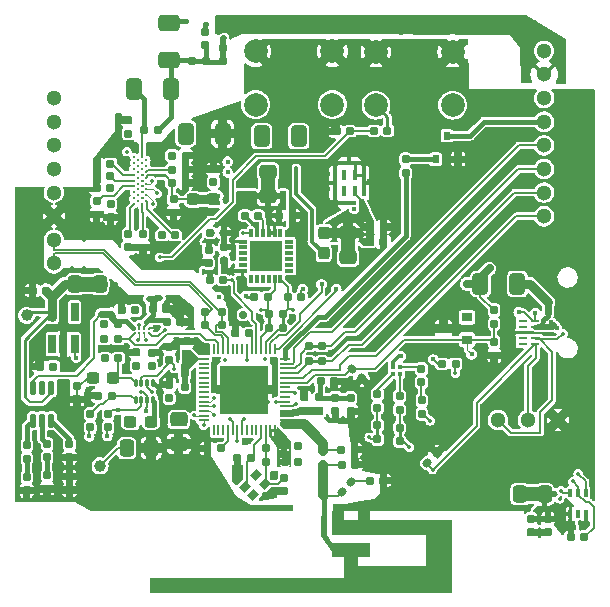
<source format=gtl>
G04 #@! TF.GenerationSoftware,KiCad,Pcbnew,7.0.1*
G04 #@! TF.CreationDate,2023-10-11T20:36:53-05:00*
G04 #@! TF.ProjectId,Main_Board,4d61696e-5f42-46f6-9172-642e6b696361,1*
G04 #@! TF.SameCoordinates,Original*
G04 #@! TF.FileFunction,Copper,L1,Top*
G04 #@! TF.FilePolarity,Positive*
%FSLAX46Y46*%
G04 Gerber Fmt 4.6, Leading zero omitted, Abs format (unit mm)*
G04 Created by KiCad (PCBNEW 7.0.1) date 2023-10-11 20:36:53*
%MOMM*%
%LPD*%
G01*
G04 APERTURE LIST*
G04 Aperture macros list*
%AMRoundRect*
0 Rectangle with rounded corners*
0 $1 Rounding radius*
0 $2 $3 $4 $5 $6 $7 $8 $9 X,Y pos of 4 corners*
0 Add a 4 corners polygon primitive as box body*
4,1,4,$2,$3,$4,$5,$6,$7,$8,$9,$2,$3,0*
0 Add four circle primitives for the rounded corners*
1,1,$1+$1,$2,$3*
1,1,$1+$1,$4,$5*
1,1,$1+$1,$6,$7*
1,1,$1+$1,$8,$9*
0 Add four rect primitives between the rounded corners*
20,1,$1+$1,$2,$3,$4,$5,0*
20,1,$1+$1,$4,$5,$6,$7,0*
20,1,$1+$1,$6,$7,$8,$9,0*
20,1,$1+$1,$8,$9,$2,$3,0*%
%AMRotRect*
0 Rectangle, with rotation*
0 The origin of the aperture is its center*
0 $1 length*
0 $2 width*
0 $3 Rotation angle, in degrees counterclockwise*
0 Add horizontal line*
21,1,$1,$2,0,0,$3*%
G04 Aperture macros list end*
G04 #@! TA.AperFunction,SMDPad,CuDef*
%ADD10RoundRect,0.155000X0.212500X0.155000X-0.212500X0.155000X-0.212500X-0.155000X0.212500X-0.155000X0*%
G04 #@! TD*
G04 #@! TA.AperFunction,SMDPad,CuDef*
%ADD11RoundRect,0.155000X-0.155000X0.212500X-0.155000X-0.212500X0.155000X-0.212500X0.155000X0.212500X0*%
G04 #@! TD*
G04 #@! TA.AperFunction,SMDPad,CuDef*
%ADD12RoundRect,0.155000X0.259862X-0.040659X-0.040659X0.259862X-0.259862X0.040659X0.040659X-0.259862X0*%
G04 #@! TD*
G04 #@! TA.AperFunction,SMDPad,CuDef*
%ADD13RoundRect,0.155000X-0.212500X-0.155000X0.212500X-0.155000X0.212500X0.155000X-0.212500X0.155000X0*%
G04 #@! TD*
G04 #@! TA.AperFunction,SMDPad,CuDef*
%ADD14RoundRect,0.155000X0.155000X-0.212500X0.155000X0.212500X-0.155000X0.212500X-0.155000X-0.212500X0*%
G04 #@! TD*
G04 #@! TA.AperFunction,SMDPad,CuDef*
%ADD15RoundRect,0.237500X0.237500X-0.300000X0.237500X0.300000X-0.237500X0.300000X-0.237500X-0.300000X0*%
G04 #@! TD*
G04 #@! TA.AperFunction,SMDPad,CuDef*
%ADD16RoundRect,0.112500X0.112500X-0.487500X0.112500X0.487500X-0.112500X0.487500X-0.112500X-0.487500X0*%
G04 #@! TD*
G04 #@! TA.AperFunction,SMDPad,CuDef*
%ADD17RoundRect,0.250000X-0.412500X-0.650000X0.412500X-0.650000X0.412500X0.650000X-0.412500X0.650000X0*%
G04 #@! TD*
G04 #@! TA.AperFunction,SMDPad,CuDef*
%ADD18C,0.270000*%
G04 #@! TD*
G04 #@! TA.AperFunction,ComponentPad*
%ADD19C,1.300000*%
G04 #@! TD*
G04 #@! TA.AperFunction,SMDPad,CuDef*
%ADD20RoundRect,0.237500X-0.300000X-0.237500X0.300000X-0.237500X0.300000X0.237500X-0.300000X0.237500X0*%
G04 #@! TD*
G04 #@! TA.AperFunction,SMDPad,CuDef*
%ADD21RoundRect,0.250000X0.650000X-0.412500X0.650000X0.412500X-0.650000X0.412500X-0.650000X-0.412500X0*%
G04 #@! TD*
G04 #@! TA.AperFunction,SMDPad,CuDef*
%ADD22R,0.300000X0.650000*%
G04 #@! TD*
G04 #@! TA.AperFunction,SMDPad,CuDef*
%ADD23RoundRect,0.250000X0.475000X-0.337500X0.475000X0.337500X-0.475000X0.337500X-0.475000X-0.337500X0*%
G04 #@! TD*
G04 #@! TA.AperFunction,SMDPad,CuDef*
%ADD24RotRect,0.750000X0.700000X225.000000*%
G04 #@! TD*
G04 #@! TA.AperFunction,SMDPad,CuDef*
%ADD25RoundRect,0.250000X0.337500X0.475000X-0.337500X0.475000X-0.337500X-0.475000X0.337500X-0.475000X0*%
G04 #@! TD*
G04 #@! TA.AperFunction,SMDPad,CuDef*
%ADD26R,0.400000X0.400000*%
G04 #@! TD*
G04 #@! TA.AperFunction,SMDPad,CuDef*
%ADD27R,0.650000X1.560000*%
G04 #@! TD*
G04 #@! TA.AperFunction,SMDPad,CuDef*
%ADD28RoundRect,0.150000X-0.150000X-0.150000X0.150000X-0.150000X0.150000X0.150000X-0.150000X0.150000X0*%
G04 #@! TD*
G04 #@! TA.AperFunction,SMDPad,CuDef*
%ADD29RoundRect,0.250000X-0.475000X0.337500X-0.475000X-0.337500X0.475000X-0.337500X0.475000X0.337500X0*%
G04 #@! TD*
G04 #@! TA.AperFunction,SMDPad,CuDef*
%ADD30RoundRect,0.237500X0.300000X0.237500X-0.300000X0.237500X-0.300000X-0.237500X0.300000X-0.237500X0*%
G04 #@! TD*
G04 #@! TA.AperFunction,SMDPad,CuDef*
%ADD31R,0.725000X0.250000*%
G04 #@! TD*
G04 #@! TA.AperFunction,SMDPad,CuDef*
%ADD32R,0.775000X0.250000*%
G04 #@! TD*
G04 #@! TA.AperFunction,SMDPad,CuDef*
%ADD33RoundRect,0.250000X0.412500X0.650000X-0.412500X0.650000X-0.412500X-0.650000X0.412500X-0.650000X0*%
G04 #@! TD*
G04 #@! TA.AperFunction,SMDPad,CuDef*
%ADD34C,0.230000*%
G04 #@! TD*
G04 #@! TA.AperFunction,SMDPad,CuDef*
%ADD35RoundRect,0.155000X0.040659X0.259862X-0.259862X-0.040659X-0.040659X-0.259862X0.259862X0.040659X0*%
G04 #@! TD*
G04 #@! TA.AperFunction,SMDPad,CuDef*
%ADD36C,1.000000*%
G04 #@! TD*
G04 #@! TA.AperFunction,SMDPad,CuDef*
%ADD37RoundRect,0.050000X0.100000X-0.285000X0.100000X0.285000X-0.100000X0.285000X-0.100000X-0.285000X0*%
G04 #@! TD*
G04 #@! TA.AperFunction,SMDPad,CuDef*
%ADD38R,0.800000X0.300000*%
G04 #@! TD*
G04 #@! TA.AperFunction,SMDPad,CuDef*
%ADD39R,0.300000X0.800000*%
G04 #@! TD*
G04 #@! TA.AperFunction,SMDPad,CuDef*
%ADD40R,2.750000X2.650000*%
G04 #@! TD*
G04 #@! TA.AperFunction,ComponentPad*
%ADD41C,2.000000*%
G04 #@! TD*
G04 #@! TA.AperFunction,SMDPad,CuDef*
%ADD42R,0.900000X0.800000*%
G04 #@! TD*
G04 #@! TA.AperFunction,SMDPad,CuDef*
%ADD43R,0.850000X0.200000*%
G04 #@! TD*
G04 #@! TA.AperFunction,SMDPad,CuDef*
%ADD44R,0.200000X0.850000*%
G04 #@! TD*
G04 #@! TA.AperFunction,SMDPad,CuDef*
%ADD45R,4.050000X4.050000*%
G04 #@! TD*
G04 #@! TA.AperFunction,SMDPad,CuDef*
%ADD46RoundRect,0.250000X-0.337500X-0.475000X0.337500X-0.475000X0.337500X0.475000X-0.337500X0.475000X0*%
G04 #@! TD*
G04 #@! TA.AperFunction,SMDPad,CuDef*
%ADD47R,0.400000X0.950000*%
G04 #@! TD*
G04 #@! TA.AperFunction,SMDPad,CuDef*
%ADD48R,0.350000X2.300000*%
G04 #@! TD*
G04 #@! TA.AperFunction,SMDPad,CuDef*
%ADD49R,1.300000X0.350000*%
G04 #@! TD*
G04 #@! TA.AperFunction,SMDPad,CuDef*
%ADD50R,0.460000X0.460000*%
G04 #@! TD*
G04 #@! TA.AperFunction,SMDPad,CuDef*
%ADD51R,1.000000X0.740000*%
G04 #@! TD*
G04 #@! TA.AperFunction,SMDPad,CuDef*
%ADD52R,0.600000X0.700000*%
G04 #@! TD*
G04 #@! TA.AperFunction,ViaPad*
%ADD53C,0.300000*%
G04 #@! TD*
G04 #@! TA.AperFunction,ViaPad*
%ADD54C,0.450000*%
G04 #@! TD*
G04 #@! TA.AperFunction,ViaPad*
%ADD55C,0.350000*%
G04 #@! TD*
G04 #@! TA.AperFunction,ViaPad*
%ADD56C,0.370000*%
G04 #@! TD*
G04 #@! TA.AperFunction,Conductor*
%ADD57C,0.300000*%
G04 #@! TD*
G04 #@! TA.AperFunction,Conductor*
%ADD58C,0.250000*%
G04 #@! TD*
G04 #@! TA.AperFunction,Conductor*
%ADD59C,0.800000*%
G04 #@! TD*
G04 #@! TA.AperFunction,Conductor*
%ADD60C,0.200000*%
G04 #@! TD*
G04 #@! TA.AperFunction,Conductor*
%ADD61C,1.300000*%
G04 #@! TD*
G04 #@! TA.AperFunction,Conductor*
%ADD62C,1.200000*%
G04 #@! TD*
G04 #@! TA.AperFunction,Conductor*
%ADD63C,0.400000*%
G04 #@! TD*
G04 #@! TA.AperFunction,Conductor*
%ADD64C,0.500000*%
G04 #@! TD*
G04 #@! TA.AperFunction,Conductor*
%ADD65C,0.130000*%
G04 #@! TD*
G04 #@! TA.AperFunction,Conductor*
%ADD66C,0.180000*%
G04 #@! TD*
G04 #@! TA.AperFunction,Conductor*
%ADD67C,0.600000*%
G04 #@! TD*
G04 #@! TA.AperFunction,Conductor*
%ADD68C,0.090000*%
G04 #@! TD*
G04 #@! TA.AperFunction,Conductor*
%ADD69C,0.700000*%
G04 #@! TD*
G04 #@! TA.AperFunction,Conductor*
%ADD70C,0.178000*%
G04 #@! TD*
G04 #@! TA.AperFunction,Conductor*
%ADD71C,0.840000*%
G04 #@! TD*
G04 #@! TA.AperFunction,Conductor*
%ADD72C,0.460000*%
G04 #@! TD*
G04 #@! TA.AperFunction,Conductor*
%ADD73C,0.381000*%
G04 #@! TD*
G04 #@! TA.AperFunction,Conductor*
%ADD74C,0.150000*%
G04 #@! TD*
G04 APERTURE END LIST*
G04 #@! TA.AperFunction,EtchedComponent*
G36*
X211816822Y-64353787D02*
G01*
X212266822Y-65013787D01*
X215466822Y-65013787D01*
X215466822Y-66223787D01*
X214466822Y-66223787D01*
X214466822Y-67023787D01*
X220266822Y-67023787D01*
X220266822Y-64353787D01*
X212266822Y-64353787D01*
X212266822Y-63034987D01*
X213266822Y-63034987D01*
X213266822Y-63063787D01*
X214466822Y-63063787D01*
X214466822Y-63009587D01*
X215466822Y-63009587D01*
X215466822Y-63063787D01*
X222446822Y-63063787D01*
X222446822Y-69233787D01*
X196866822Y-69233787D01*
X196866822Y-68023787D01*
X213266822Y-68023787D01*
X213266822Y-66223787D01*
X212266822Y-66223787D01*
X212266822Y-65798787D01*
X211356822Y-64463787D01*
X211356822Y-62730187D01*
X211816822Y-62730187D01*
X211816822Y-64353787D01*
G37*
G04 #@! TD.AperFunction*
D10*
X199881822Y-33423787D03*
X198746822Y-33423787D03*
D11*
X202236822Y-33363787D03*
X202236822Y-34498787D03*
D12*
X210882422Y-55967787D03*
X210079856Y-55165221D03*
D10*
X208941822Y-37313787D03*
X207806822Y-37313787D03*
X199434322Y-46315787D03*
X198299322Y-46315787D03*
D13*
X198756822Y-32243787D03*
X199891822Y-32243787D03*
D14*
X198516822Y-49551287D03*
X198516822Y-48416287D03*
D10*
X214221822Y-58413787D03*
X213086822Y-58413787D03*
D15*
X211587822Y-40529387D03*
X211587822Y-38804387D03*
D14*
X190046822Y-57793787D03*
X190046822Y-56658787D03*
D10*
X211424922Y-48369987D03*
X210289922Y-48369987D03*
X199881822Y-34563787D03*
X198746822Y-34563787D03*
D16*
X186926822Y-54683787D03*
X187726822Y-54683787D03*
X188526822Y-54683787D03*
X188526822Y-51883787D03*
X187726822Y-51883787D03*
X186926822Y-51883787D03*
D13*
X192381822Y-32933787D03*
X193516822Y-32933787D03*
D17*
X199896822Y-30373787D03*
X203021822Y-30373787D03*
D14*
X201546822Y-22893787D03*
X201546822Y-21758787D03*
D18*
X195536822Y-36353787D03*
X195536822Y-35853787D03*
X195536822Y-35353787D03*
X195536822Y-34853787D03*
X195536822Y-34353787D03*
X195536822Y-33853787D03*
X195536822Y-33353787D03*
X195536822Y-32853787D03*
X195536822Y-32353787D03*
X195876822Y-36103787D03*
X195876822Y-35603787D03*
X195876822Y-35103787D03*
X195876822Y-34603787D03*
X195876822Y-34103787D03*
X195876822Y-33603787D03*
X195876822Y-33103787D03*
X195876822Y-32603787D03*
X196216822Y-36353787D03*
X196216822Y-35853787D03*
X196216822Y-35353787D03*
X196216822Y-34853787D03*
X196216822Y-34353787D03*
X196216822Y-33853787D03*
X196216822Y-33353787D03*
X196216822Y-32853787D03*
X196216822Y-32353787D03*
X196556822Y-36103787D03*
X196556822Y-35603787D03*
X196556822Y-35103787D03*
X196556822Y-34603787D03*
X196556822Y-34103787D03*
X196556822Y-33603787D03*
X196556822Y-33103787D03*
X196556822Y-32603787D03*
D13*
X192386822Y-33953787D03*
X193521822Y-33953787D03*
D19*
X231406822Y-54623787D03*
X228866822Y-54623787D03*
X226326822Y-54623787D03*
D14*
X186436822Y-60573787D03*
X186436822Y-59438787D03*
D13*
X196391822Y-30093787D03*
X197526822Y-30093787D03*
D14*
X206946822Y-46821287D03*
X206946822Y-45686287D03*
D13*
X200434322Y-24248787D03*
X201569322Y-24248787D03*
D20*
X192031822Y-51041287D03*
X193756822Y-51041287D03*
D13*
X208536822Y-44243787D03*
X209671822Y-44243787D03*
D14*
X208086822Y-46821287D03*
X208086822Y-45686287D03*
D21*
X198476822Y-24176287D03*
X198476822Y-21051287D03*
D14*
X190056822Y-60553787D03*
X190056822Y-59418787D03*
D22*
X232456822Y-62581287D03*
X233106822Y-62581287D03*
X233756822Y-62581287D03*
X233756822Y-60781287D03*
X233106822Y-60781287D03*
X232456822Y-60781287D03*
D13*
X194474022Y-45350587D03*
X195609022Y-45350587D03*
D14*
X188156822Y-57798787D03*
X188156822Y-56663787D03*
D23*
X199296822Y-56658787D03*
X199296822Y-54583787D03*
D14*
X203076822Y-24253787D03*
X203076822Y-23118787D03*
D11*
X191816822Y-54126287D03*
X191816822Y-55261287D03*
X211216822Y-52698787D03*
X211216822Y-53833787D03*
D10*
X212451822Y-51333787D03*
X211316822Y-51333787D03*
D13*
X192481822Y-52571287D03*
X193616822Y-52571287D03*
D24*
X206565870Y-60023977D03*
X205858764Y-59316871D03*
X205611276Y-60978571D03*
X204904170Y-60271465D03*
D25*
X196964322Y-57011287D03*
X194889322Y-57011287D03*
D11*
X198496822Y-51643787D03*
X198496822Y-52778787D03*
X202931822Y-45471287D03*
X202931822Y-46606287D03*
D26*
X217424422Y-50749187D03*
X218024422Y-50749187D03*
X218024422Y-50149187D03*
X217424422Y-50149187D03*
D14*
X195046822Y-40021287D03*
X195046822Y-38886287D03*
D27*
X188583622Y-48201787D03*
X189533622Y-48201787D03*
X190483622Y-48201787D03*
X190483622Y-45501787D03*
X188583622Y-45501787D03*
D14*
X186436822Y-57903787D03*
X186436822Y-56768787D03*
D28*
X204761022Y-45706187D03*
D10*
X216974322Y-30143787D03*
X215839322Y-30143787D03*
D14*
X225995422Y-46468187D03*
X225995422Y-45333187D03*
D29*
X206866622Y-33617887D03*
X206866622Y-35692887D03*
D14*
X193526822Y-37471287D03*
X193526822Y-36336287D03*
X199806822Y-51813787D03*
X199806822Y-50678787D03*
X219894422Y-54088787D03*
X219894422Y-52953787D03*
D30*
X196931822Y-54781287D03*
X195206822Y-54781287D03*
D10*
X222736222Y-49871787D03*
X221601222Y-49871787D03*
D13*
X197869322Y-38973787D03*
X199004322Y-38973787D03*
D14*
X230556822Y-64136287D03*
X230556822Y-63001287D03*
D31*
X229449822Y-48222187D03*
X229449822Y-47722187D03*
X229449822Y-47222187D03*
X229449822Y-46722187D03*
X229449822Y-46222187D03*
D32*
X228449822Y-46222187D03*
X228449822Y-46722187D03*
X228449822Y-47222187D03*
X228449822Y-47722187D03*
X228449822Y-48222187D03*
D11*
X197026822Y-48921287D03*
X197026822Y-50056287D03*
D14*
X196276822Y-40038787D03*
X196276822Y-38903787D03*
D10*
X206846822Y-44203787D03*
X205711822Y-44203787D03*
D13*
X204269322Y-57853787D03*
X205404322Y-57853787D03*
D14*
X212566822Y-53868787D03*
X212566822Y-52733787D03*
D33*
X227966823Y-43103787D03*
X224841823Y-43103787D03*
D13*
X187553922Y-50097187D03*
X188688922Y-50097187D03*
X204891822Y-37313787D03*
X206026822Y-37313787D03*
X204099322Y-47263787D03*
X205234322Y-47263787D03*
D12*
X214794022Y-51090987D03*
X213991456Y-50288421D03*
D10*
X194186822Y-49381287D03*
X193051822Y-49381287D03*
D14*
X198866822Y-37081287D03*
X198866822Y-35946287D03*
X211556822Y-58411287D03*
X211556822Y-57276287D03*
X208206822Y-60648787D03*
X208206822Y-59513787D03*
D10*
X209411822Y-58183787D03*
X208276822Y-58183787D03*
D34*
X195566822Y-47281287D03*
X195566822Y-46881287D03*
X195966822Y-47281287D03*
X195966822Y-46881287D03*
X196366822Y-47281287D03*
X196366822Y-46881287D03*
X196766822Y-47281287D03*
X196766822Y-46881287D03*
D10*
X216622822Y-39559387D03*
X215487822Y-39559387D03*
D13*
X201916222Y-42773187D03*
X203051222Y-42773187D03*
D14*
X188146822Y-60458787D03*
X188146822Y-59323787D03*
D11*
X218004422Y-55278787D03*
X218004422Y-56413787D03*
D10*
X214194322Y-57143787D03*
X213059322Y-57143787D03*
D23*
X213637822Y-40864387D03*
X213637822Y-38789387D03*
D35*
X213908105Y-59912504D03*
X213105539Y-60715070D03*
D14*
X218516822Y-33698787D03*
X218516822Y-32563787D03*
D13*
X186938222Y-43674187D03*
X188073222Y-43674187D03*
D10*
X233649522Y-64502187D03*
X232514522Y-64502187D03*
D36*
X186434922Y-45757687D03*
D35*
X221144022Y-57440987D03*
X220341456Y-58243553D03*
D14*
X211586822Y-61041287D03*
X211586822Y-59906287D03*
D37*
X195646822Y-52943787D03*
X196146822Y-52943787D03*
X196646822Y-52943787D03*
X197146822Y-52943787D03*
X197146822Y-51463787D03*
X196646822Y-51463787D03*
X196146822Y-51463787D03*
X195646822Y-51463787D03*
D14*
X226005422Y-49183187D03*
X226005422Y-48048187D03*
X190676722Y-52887087D03*
X190676722Y-51752087D03*
D10*
X198233222Y-45198187D03*
X197098222Y-45198187D03*
D14*
X213876822Y-53898787D03*
X213876822Y-52763787D03*
D38*
X208616822Y-42013787D03*
X208616822Y-41513787D03*
X208616822Y-41013787D03*
X208616822Y-40513787D03*
X208616822Y-40013787D03*
X208616822Y-39513787D03*
D39*
X207916822Y-38813787D03*
X207416822Y-38813787D03*
X206916822Y-38813787D03*
X206416822Y-38813787D03*
X205916822Y-38813787D03*
X205416822Y-38813787D03*
D38*
X204716822Y-39513787D03*
X204716822Y-40013787D03*
X204716822Y-40513787D03*
X204716822Y-41013787D03*
X204716822Y-41513787D03*
X204716822Y-42013787D03*
D39*
X205416822Y-42713787D03*
X205916822Y-42713787D03*
X206416822Y-42713787D03*
X206916822Y-42713787D03*
X207416822Y-42713787D03*
X207916822Y-42713787D03*
D40*
X206666822Y-40763787D03*
D41*
X222500522Y-27971687D03*
X216000522Y-27971687D03*
X222500522Y-23471687D03*
X216000522Y-23471687D03*
D42*
X223718822Y-47824587D03*
X221718822Y-46874587D03*
X223718822Y-45924587D03*
D14*
X203166822Y-41133787D03*
X203166822Y-39998787D03*
D11*
X199976822Y-47976287D03*
X199976822Y-49111287D03*
D19*
X230236822Y-23373787D03*
X230236822Y-25373787D03*
X230236822Y-27373787D03*
X230236822Y-29373787D03*
X230236822Y-31373787D03*
X230236822Y-33373787D03*
X230236822Y-35373787D03*
X230236822Y-37373787D03*
D10*
X194126822Y-47773787D03*
X192991822Y-47773787D03*
D13*
X201721822Y-57033787D03*
X202856822Y-57033787D03*
D11*
X193326822Y-54101287D03*
X193326822Y-55236287D03*
X216121822Y-55078787D03*
X216121822Y-56213787D03*
X195046822Y-29238787D03*
X195046822Y-30373787D03*
D43*
X208316822Y-54663787D03*
X208316822Y-54263787D03*
X208316822Y-53863787D03*
X208316822Y-53463787D03*
X208316822Y-53063787D03*
X208316822Y-52663787D03*
X208316822Y-52263787D03*
X208316822Y-51863787D03*
X208316822Y-51463787D03*
X208316822Y-51063787D03*
X208316822Y-50663787D03*
X208316822Y-50263787D03*
X208316822Y-49863787D03*
X208316822Y-49463787D03*
D44*
X207466822Y-48613787D03*
X207066822Y-48613787D03*
X206666822Y-48613787D03*
X206266822Y-48613787D03*
X205866822Y-48613787D03*
X205466822Y-48613787D03*
X205066822Y-48613787D03*
X204666822Y-48613787D03*
X204266822Y-48613787D03*
X203866822Y-48613787D03*
X203466822Y-48613787D03*
X203066822Y-48613787D03*
X202666822Y-48613787D03*
X202266822Y-48613787D03*
D43*
X201416822Y-49463787D03*
X201416822Y-49863787D03*
X201416822Y-50263787D03*
X201416822Y-50663787D03*
X201416822Y-51063787D03*
X201416822Y-51463787D03*
X201416822Y-51863787D03*
X201416822Y-52263787D03*
X201416822Y-52663787D03*
X201416822Y-53063787D03*
X201416822Y-53463787D03*
X201416822Y-53863787D03*
X201416822Y-54263787D03*
X201416822Y-54663787D03*
D44*
X202266822Y-55513787D03*
X202666822Y-55513787D03*
X203066822Y-55513787D03*
X203466822Y-55513787D03*
X203866822Y-55513787D03*
X204266822Y-55513787D03*
X204666822Y-55513787D03*
X205066822Y-55513787D03*
X205466822Y-55513787D03*
X205866822Y-55513787D03*
X206266822Y-55513787D03*
X206666822Y-55513787D03*
X207066822Y-55513787D03*
X207466822Y-55513787D03*
D45*
X204866822Y-52063787D03*
D17*
X195521822Y-26583787D03*
X198646822Y-26583787D03*
D33*
X209459322Y-30603787D03*
X206334322Y-30603787D03*
D11*
X201556822Y-45458787D03*
X201556822Y-46593787D03*
D46*
X190522322Y-43121787D03*
X192597322Y-43121787D03*
D14*
X217994422Y-53766687D03*
X217994422Y-52631687D03*
D41*
X212316922Y-27921687D03*
X205816922Y-27921687D03*
X212316922Y-23421687D03*
X205816922Y-23421687D03*
D14*
X192356822Y-37251287D03*
X192356822Y-36116287D03*
X219844422Y-51426687D03*
X219844422Y-50291687D03*
D13*
X201971822Y-38763787D03*
X203106822Y-38763787D03*
D14*
X201826822Y-41338787D03*
X201826822Y-40203787D03*
D10*
X209384322Y-56853787D03*
X208249322Y-56853787D03*
D20*
X200516822Y-35943787D03*
X202241822Y-35943787D03*
D13*
X212671822Y-30173787D03*
X213806822Y-30173787D03*
D11*
X209916822Y-52706287D03*
X209916822Y-53841287D03*
D46*
X228196822Y-60896287D03*
X230271822Y-60896287D03*
D47*
X214197822Y-35239387D03*
X214197822Y-33889387D03*
X213297822Y-33889387D03*
X213297822Y-35239387D03*
D48*
X214972822Y-34564387D03*
D49*
X213747822Y-36289387D03*
X213747822Y-32839387D03*
D48*
X212522822Y-34564387D03*
D10*
X216621822Y-59753787D03*
X215486822Y-59753787D03*
D13*
X192992122Y-46518987D03*
X194127122Y-46518987D03*
X192359322Y-34993787D03*
X193494322Y-34993787D03*
D11*
X206666822Y-57008787D03*
X206666822Y-58143787D03*
D14*
X216124422Y-53584187D03*
X216124422Y-52449187D03*
D10*
X216637822Y-38279387D03*
X215502822Y-38279387D03*
D11*
X195706822Y-48886287D03*
X195706822Y-50021287D03*
D50*
X211586822Y-62553787D03*
D51*
X214966822Y-62693787D03*
X212766822Y-62693787D03*
D14*
X229106822Y-64136287D03*
X229106822Y-63001287D03*
D36*
X192645222Y-58507787D03*
D52*
X221996822Y-30543787D03*
X221046822Y-32543787D03*
X222946822Y-32543787D03*
D10*
X211433222Y-49643187D03*
X210298222Y-49643187D03*
D19*
X188733622Y-41368387D03*
X188733622Y-39368387D03*
X188733622Y-37368387D03*
X188733622Y-35368387D03*
X188733622Y-33368387D03*
X188733622Y-31368387D03*
X188733622Y-29368387D03*
X188733622Y-27368387D03*
D53*
X195886822Y-33103787D03*
D54*
X192924622Y-43623387D03*
X193356422Y-32929987D03*
D53*
X195866822Y-35103787D03*
D54*
X195032822Y-30212187D03*
D55*
X209256822Y-33310987D03*
X194918522Y-31914687D03*
D54*
X192721422Y-42632787D03*
X193534222Y-36511387D03*
X205954822Y-30047787D03*
X202652822Y-36270787D03*
X212558822Y-52653787D03*
X232497822Y-64502187D03*
X207351822Y-33590387D03*
X193000822Y-47827787D03*
X202703622Y-57022587D03*
X230440422Y-60438187D03*
X188682822Y-47624587D03*
X196556822Y-53872987D03*
X202271822Y-34492787D03*
D55*
X201916922Y-42121687D03*
D54*
X205954822Y-31190787D03*
X218096022Y-49211387D03*
D55*
X202906822Y-38759987D03*
D54*
X194880422Y-54431787D03*
X198792022Y-54939787D03*
X230567422Y-63155987D03*
X195236022Y-57428987D03*
X213335822Y-41003387D03*
X199806822Y-51960787D03*
X188632022Y-48488187D03*
D55*
X203186222Y-40182387D03*
D54*
X211161822Y-52653787D03*
X209790222Y-43547187D03*
X232396222Y-63206787D03*
X204988522Y-44120487D03*
X207936022Y-37324187D03*
X198487222Y-52602987D03*
D55*
X201814622Y-40385587D03*
D54*
X213828822Y-52780787D03*
X229094222Y-63155987D03*
X195236022Y-56616187D03*
X193254822Y-55955787D03*
X207351822Y-35681887D03*
X188688922Y-50097187D03*
X191730822Y-56006587D03*
X208421822Y-58178787D03*
D55*
X196125022Y-52221987D03*
D54*
X206361222Y-33590387D03*
X228196822Y-60896287D03*
X187726822Y-51883787D03*
X202652822Y-35635787D03*
X205091222Y-47268987D03*
X199808022Y-54939787D03*
X206361222Y-35681887D03*
X195540822Y-55041387D03*
X230465822Y-61377987D03*
X208396822Y-56853787D03*
X214097822Y-41003387D03*
X209510822Y-29958187D03*
X209510822Y-31228187D03*
X193585022Y-45528387D03*
X192721422Y-45680787D03*
X194118422Y-53783387D03*
D55*
X197699822Y-40829387D03*
D54*
X190613222Y-49338387D03*
D55*
X232650222Y-59828587D03*
X209129822Y-52310187D03*
D53*
X195866822Y-35603787D03*
X195486471Y-35857118D03*
D54*
X203110022Y-22275387D03*
D53*
X195866822Y-33603787D03*
D54*
X224090422Y-49058987D03*
D55*
X233107422Y-59168187D03*
X206259622Y-45299787D03*
X197039422Y-34403187D03*
X195845622Y-47814387D03*
D53*
X196236822Y-34353787D03*
D55*
X209002822Y-45299787D03*
X231659622Y-60615987D03*
X196556822Y-47814387D03*
D54*
X212635022Y-43547187D03*
X213297822Y-33889387D03*
X211390422Y-43140787D03*
X213297822Y-35239387D03*
D55*
X197090222Y-36333587D03*
X201408222Y-55078787D03*
X202271822Y-52729987D03*
D53*
X196246822Y-33853787D03*
D55*
X202297222Y-53466587D03*
D53*
X196246822Y-34853787D03*
X196246822Y-35353787D03*
D55*
X200595422Y-54240587D03*
X197477222Y-35438587D03*
X202322622Y-54203187D03*
X203795822Y-42773187D03*
X204761022Y-38785387D03*
X220788422Y-58837987D03*
X198893622Y-50278187D03*
X206640622Y-49490787D03*
D54*
X203440222Y-32752187D03*
X203465622Y-33666587D03*
X196773240Y-44371254D03*
X225614422Y-41794587D03*
D55*
X197725222Y-44283787D03*
D54*
X223633222Y-43064587D03*
X229471822Y-45563787D03*
X202678222Y-44207587D03*
D55*
X198106222Y-46976187D03*
D54*
X228078222Y-45502987D03*
X197026822Y-49910587D03*
X195666822Y-45363787D03*
X220839222Y-49490787D03*
D55*
X195921822Y-46557787D03*
X203237022Y-49541587D03*
D54*
X193051822Y-49381287D03*
D55*
X197014022Y-52221987D03*
D54*
X195706822Y-49859787D03*
D55*
X204271822Y-56428787D03*
X215421822Y-56078787D03*
X218821822Y-56928787D03*
X204821822Y-54553787D03*
X203621822Y-54528787D03*
X220596822Y-54703787D03*
X207521222Y-53063787D03*
X209206022Y-53275387D03*
D54*
X218766922Y-26271687D03*
D55*
X201814622Y-41147587D03*
X221753622Y-56551987D03*
D54*
X205218222Y-53173787D03*
X218350022Y-60514387D03*
X209246822Y-58178787D03*
X229119622Y-39152987D03*
D56*
X231766922Y-23121687D03*
D54*
X234301222Y-58202987D03*
D56*
X210616922Y-21771687D03*
D54*
X207555022Y-60844587D03*
X225157222Y-26859387D03*
X230338822Y-40930987D03*
X219975622Y-46722187D03*
X199884222Y-20814187D03*
X221144022Y-36714587D03*
X214116922Y-25671687D03*
X234288522Y-52590287D03*
D55*
X189876622Y-35215987D03*
X185687678Y-52665787D03*
D54*
X227849622Y-57948987D03*
D56*
X230316922Y-21571687D03*
D54*
X208766922Y-28421687D03*
X212566822Y-53868787D03*
X204176822Y-28027787D03*
D55*
X192137222Y-44639387D03*
X224816922Y-46221687D03*
X186650822Y-42607387D03*
D54*
X191736822Y-60013787D03*
X229830822Y-51852987D03*
X217384822Y-58304587D03*
D55*
X209002822Y-46010987D03*
D54*
X202398822Y-28637387D03*
X197014022Y-49046987D03*
X216216422Y-62012987D03*
X234301222Y-47280987D03*
D56*
X219516922Y-20521687D03*
D54*
X196607622Y-57428987D03*
X188174822Y-61301787D03*
X203567222Y-50709987D03*
X226782822Y-52919787D03*
D56*
X231866922Y-24371687D03*
X204916922Y-20521687D03*
X224416922Y-20521687D03*
D54*
X212863622Y-62063787D03*
D55*
X185660222Y-47306387D03*
X231558022Y-61327187D03*
X206081822Y-46010987D03*
X202170222Y-38759987D03*
D54*
X234301222Y-41388187D03*
D56*
X223216922Y-21771687D03*
D54*
X233742422Y-26960987D03*
D55*
X185685622Y-36993987D03*
D54*
X195693222Y-48996187D03*
D56*
X229366922Y-20971687D03*
D54*
X202856022Y-61911387D03*
D55*
X219321822Y-57453787D03*
X188733622Y-46849187D03*
X227773422Y-47222187D03*
X190206822Y-38594187D03*
D53*
X195876822Y-36123787D03*
D54*
X198792022Y-56260587D03*
D56*
X211966922Y-21771687D03*
D54*
X214032022Y-62063787D03*
X222972822Y-34631787D03*
X223582422Y-25030587D03*
D55*
X220696822Y-55403787D03*
D54*
X218516922Y-22921687D03*
X231634222Y-38492587D03*
D53*
X219366022Y-38797387D03*
X221245622Y-42912187D03*
D55*
X185687678Y-61352587D03*
D54*
X192975422Y-46595187D03*
X234301222Y-39864187D03*
X214159022Y-36765387D03*
X210933222Y-24928987D03*
X187285822Y-60565187D03*
X208166922Y-22871687D03*
X228366922Y-30521687D03*
D56*
X228116922Y-22621687D03*
D54*
X204075222Y-59726987D03*
D55*
X191565722Y-47484887D03*
D56*
X202246422Y-32453787D03*
D53*
X218807222Y-45350587D03*
D54*
X229043422Y-40930987D03*
X227849622Y-26808587D03*
X226884422Y-41337387D03*
X234301222Y-35241387D03*
X234301222Y-28078587D03*
X195337622Y-61860587D03*
X234301222Y-42810587D03*
X202881422Y-30999587D03*
D55*
X222716922Y-43621687D03*
D54*
X224766922Y-28321687D03*
X199808022Y-56311387D03*
D53*
X228433822Y-36460587D03*
D54*
X208825022Y-37324187D03*
D56*
X202666922Y-21571687D03*
D54*
X204151422Y-51548187D03*
X234301222Y-48652587D03*
X197115622Y-31482187D03*
D55*
X190244922Y-41795287D03*
D54*
X225411222Y-32294987D03*
D53*
X217283222Y-31710787D03*
D54*
X221144022Y-60844587D03*
X232218422Y-31990187D03*
X221753622Y-51852987D03*
X234301222Y-50633787D03*
D53*
X222439422Y-38035387D03*
D54*
X218350022Y-24878187D03*
X206539022Y-51548187D03*
X191246822Y-61353787D03*
X220839222Y-61962187D03*
D55*
X230221822Y-47353787D03*
X191476822Y-36663787D03*
D54*
X192238822Y-61911387D03*
X232116822Y-29958187D03*
X198916822Y-58573787D03*
D55*
X189495622Y-46087187D03*
D54*
X212508022Y-51446587D03*
D56*
X228516922Y-23971687D03*
D54*
X234301222Y-44283787D03*
X208291622Y-24776587D03*
D53*
X232472422Y-44359987D03*
D54*
X202652822Y-60539787D03*
X230567422Y-63994187D03*
D55*
X194575622Y-44207587D03*
D56*
X213766922Y-21771687D03*
D53*
X226528822Y-37552787D03*
D55*
X185685622Y-38467187D03*
X195591622Y-31583787D03*
D53*
X228738622Y-32396587D03*
D54*
X234301222Y-33107787D03*
X224395222Y-62012987D03*
X234301222Y-37882987D03*
X213876822Y-53898787D03*
X231888222Y-52640387D03*
D55*
X197598222Y-40118187D03*
D54*
X204253022Y-47268987D03*
X187209622Y-49465387D03*
D55*
X226884422Y-48957387D03*
D56*
X220116922Y-21771687D03*
D53*
X214438422Y-46010987D03*
X224217422Y-40016587D03*
D54*
X232218422Y-36511387D03*
X201027222Y-29145387D03*
X192543622Y-32929987D03*
D56*
X210366922Y-20521687D03*
D54*
X214997222Y-62063787D03*
D55*
X191299022Y-39356187D03*
X189673422Y-52233987D03*
D54*
X222363222Y-61962187D03*
X199881822Y-33423787D03*
D53*
X224434151Y-36071777D03*
D54*
X220737622Y-24827387D03*
D53*
X219467622Y-41032587D03*
D54*
X211866922Y-29571687D03*
X193534222Y-37324187D03*
D56*
X216116922Y-20521687D03*
D54*
X209815622Y-52818187D03*
X198385622Y-30923387D03*
X219061222Y-61962187D03*
X192391222Y-33971387D03*
D53*
X195856822Y-34103787D03*
D54*
X191680022Y-52665787D03*
X202906822Y-29780387D03*
X217689622Y-61962187D03*
D55*
X206818422Y-53072187D03*
D54*
X204862622Y-52310187D03*
D55*
X190765622Y-35901787D03*
X185647522Y-42200987D03*
D56*
X208916922Y-21771687D03*
D54*
X195156822Y-58683787D03*
X215378222Y-34428587D03*
X197623622Y-32904587D03*
D56*
X231166922Y-22121687D03*
D55*
X185660222Y-49058987D03*
D56*
X227566922Y-20521687D03*
D55*
X187209622Y-47738187D03*
D53*
X228637022Y-34453987D03*
D54*
X190752922Y-53682487D03*
X200697022Y-32218787D03*
D56*
X228566922Y-25421687D03*
D54*
X209316922Y-26321687D03*
D55*
X190029022Y-37095587D03*
D56*
X222766922Y-20521687D03*
D54*
X200417622Y-60615987D03*
X232167622Y-34174587D03*
D53*
X226351022Y-34072987D03*
D54*
X189140022Y-60539787D03*
X234301222Y-54596187D03*
D55*
X191311722Y-41744487D03*
X204971822Y-56428787D03*
D54*
X194575622Y-45299787D03*
D56*
X221116922Y-20521687D03*
D54*
X233107422Y-38441787D03*
D56*
X205766922Y-21771687D03*
D54*
X230897622Y-58050587D03*
X205548422Y-51497387D03*
D56*
X214316922Y-20521687D03*
D54*
X212609622Y-32904587D03*
X204616922Y-30271687D03*
D56*
X202866922Y-20521687D03*
D54*
X209968022Y-39914987D03*
D55*
X215046822Y-55478787D03*
X193953322Y-43116087D03*
X203160822Y-40944387D03*
D56*
X204716922Y-21771687D03*
D54*
X190016322Y-54342887D03*
D55*
X189876622Y-49566987D03*
D54*
X190054422Y-61301787D03*
D56*
X217866922Y-20521687D03*
D55*
X198563422Y-50913187D03*
D54*
X215759222Y-58304587D03*
X211974622Y-35088987D03*
X234301222Y-56374187D03*
D56*
X215616922Y-21771687D03*
D55*
X186498422Y-35139787D03*
D54*
X199881822Y-34563787D03*
D55*
X191426022Y-37882987D03*
D54*
X201865422Y-57022587D03*
X199554022Y-46493587D03*
D53*
X217232422Y-43115387D03*
D55*
X197623622Y-34453987D03*
D54*
X207351822Y-59193587D03*
X189495622Y-47903987D03*
X220432822Y-34784187D03*
X189444822Y-48792987D03*
X201611422Y-21068187D03*
X207166922Y-25471687D03*
X207866922Y-30171687D03*
X214921022Y-32904587D03*
D56*
X218116922Y-21821687D03*
D54*
X192365822Y-37197187D03*
D55*
X195744022Y-37527387D03*
D54*
X226579622Y-61962187D03*
X205650022Y-61962187D03*
X232929622Y-52614987D03*
D56*
X207516922Y-21771687D03*
D53*
X217105422Y-36663787D03*
D54*
X220216922Y-22821687D03*
X203491022Y-44232987D03*
X198516822Y-48416287D03*
X194169222Y-61911387D03*
X219166922Y-28771687D03*
X187089022Y-43685787D03*
X195032822Y-40092787D03*
X195032822Y-29399387D03*
X203821222Y-53148387D03*
D55*
X188682822Y-53326187D03*
D54*
X234301222Y-30872587D03*
X214196822Y-57153787D03*
X203414822Y-52259387D03*
D55*
X185685622Y-55713787D03*
D54*
X209968022Y-33717387D03*
X198487222Y-51790187D03*
X193839022Y-60285787D03*
D55*
X231608822Y-46087187D03*
D54*
X204049822Y-58609387D03*
D56*
X208516922Y-20521687D03*
D54*
X196976822Y-58713787D03*
X222744222Y-33260187D03*
D55*
X197293422Y-46874587D03*
D54*
X196302822Y-40092787D03*
X197928422Y-61860587D03*
X206640622Y-61174787D03*
D53*
X195486822Y-33353787D03*
D54*
X202144822Y-59269787D03*
D55*
X185685622Y-58507787D03*
D56*
X226766922Y-21821687D03*
D54*
X201600322Y-37081287D03*
D55*
X185736422Y-35292187D03*
X190054422Y-46950787D03*
D54*
X204862622Y-50709987D03*
D56*
X212366922Y-20521687D03*
D53*
X216470422Y-47636587D03*
D54*
X216671822Y-59752387D03*
X196023422Y-60031787D03*
D55*
X195566222Y-44232987D03*
X185647522Y-43826587D03*
D54*
X209221822Y-56853787D03*
X196607622Y-56616187D03*
D56*
X224916922Y-21821687D03*
D54*
X200570022Y-61911387D03*
X211898422Y-33793587D03*
X203135422Y-53732587D03*
D56*
X221816922Y-21771687D03*
D54*
X209866922Y-22821687D03*
X208698022Y-62012987D03*
X229094222Y-63994187D03*
X231608822Y-26859387D03*
X233746822Y-63228787D03*
X191436822Y-57383787D03*
D56*
X206666922Y-20521687D03*
D54*
X192340422Y-35038187D03*
X204891822Y-37313787D03*
X198385622Y-59980987D03*
X234301222Y-45756987D03*
X192906822Y-56983787D03*
X214271822Y-58428787D03*
D55*
X185672922Y-40372187D03*
X221516922Y-46021687D03*
D54*
X224776222Y-60717587D03*
X206158022Y-50684587D03*
D56*
X226266922Y-20521687D03*
X231866922Y-25421687D03*
D55*
X185660222Y-50811587D03*
D54*
X231304022Y-46823787D03*
X230846822Y-46366587D03*
D55*
X222718822Y-50659187D03*
X231837422Y-47331787D03*
D53*
X196246822Y-35853787D03*
D54*
X197869322Y-38973787D03*
X198706822Y-32243787D03*
X199896822Y-30373787D03*
D53*
X195866822Y-32603787D03*
D54*
X193494322Y-34993787D03*
D53*
X195856822Y-34603787D03*
D55*
X205040422Y-49541587D03*
D54*
X204761022Y-45706187D03*
D57*
X209256822Y-35495387D02*
X209256822Y-33310987D01*
D58*
X188583622Y-45501787D02*
X186446422Y-45501787D01*
X186269822Y-52691187D02*
X186269822Y-47815587D01*
D59*
X188073222Y-43674187D02*
X188583622Y-44184587D01*
D60*
X188526822Y-52339187D02*
X188526822Y-51883787D01*
D59*
X189646422Y-43121787D02*
X190522322Y-43121787D01*
D60*
X193666822Y-32933787D02*
X193635822Y-32980787D01*
D57*
X210577622Y-39519187D02*
X210577622Y-36816187D01*
D59*
X188583622Y-44184587D02*
X188583622Y-45911787D01*
D60*
X187743022Y-53122987D02*
X188526822Y-52339187D01*
D59*
X188583622Y-44184587D02*
X189646422Y-43121787D01*
D60*
X193635822Y-32980787D02*
X193516822Y-32933787D01*
X194586822Y-33853787D02*
X193666822Y-32933787D01*
D57*
X211587822Y-40529387D02*
X210577622Y-39519187D01*
D61*
X192597322Y-43121787D02*
X190522322Y-43121787D01*
D60*
X186269822Y-52691187D02*
X186701622Y-53122987D01*
X186701622Y-53122987D02*
X187743022Y-53122987D01*
D57*
X210577622Y-36816187D02*
X209256822Y-35495387D01*
D58*
X186446422Y-45501787D02*
X186396822Y-45452187D01*
X186269822Y-47815587D02*
X188583622Y-45501787D01*
D60*
X195536822Y-33853787D02*
X194586822Y-33853787D01*
D62*
X206866622Y-33617887D02*
X206866622Y-35692887D01*
D58*
X197321822Y-33928787D02*
X197313622Y-33920587D01*
D60*
X196556822Y-53872987D02*
X196556822Y-53644387D01*
D63*
X211161822Y-52653787D02*
X211263422Y-52552187D01*
X211216822Y-52698787D02*
X211260022Y-52741987D01*
X212558822Y-52653787D02*
X212531822Y-52698787D01*
D60*
X214197822Y-35515387D02*
X214783622Y-36101187D01*
D63*
X212531822Y-52698787D02*
X212566822Y-52733787D01*
D60*
X205229122Y-47268987D02*
X205234322Y-47263787D01*
D63*
X213828822Y-52780787D02*
X213790022Y-52741987D01*
X213845822Y-52763787D02*
X213828822Y-52780787D01*
D57*
X217943622Y-49211387D02*
X217424422Y-49730587D01*
D63*
X211263422Y-51387187D02*
X211316822Y-51333787D01*
D58*
X198103622Y-33920587D02*
X197330022Y-33920587D01*
D60*
X214197822Y-35239387D02*
X214197822Y-35515387D01*
X202714822Y-57033787D02*
X202703622Y-57022587D01*
X209790222Y-43547187D02*
X209671822Y-43665587D01*
X198103622Y-33920587D02*
X198746822Y-34563787D01*
X205091222Y-47268987D02*
X205239522Y-47268987D01*
D62*
X213637822Y-38789387D02*
X213637822Y-40864387D01*
D60*
X198866822Y-35946287D02*
X200514322Y-35946287D01*
D59*
X200516822Y-35943787D02*
X202241822Y-35943787D01*
D60*
X205091222Y-47268987D02*
X205229122Y-47268987D01*
D63*
X211216822Y-52698787D02*
X211161822Y-52653787D01*
D60*
X193254822Y-55308287D02*
X193326822Y-55236287D01*
X203466822Y-56423787D02*
X203466822Y-55513787D01*
X202868022Y-57022587D02*
X203466822Y-56423787D01*
D63*
X212575022Y-52741987D02*
X212566822Y-52733787D01*
D60*
X205466822Y-47496287D02*
X205466822Y-48613787D01*
X198746822Y-34563787D02*
X198746822Y-35826287D01*
X191730822Y-55347287D02*
X191816822Y-55261287D01*
X196125022Y-52221987D02*
X196252022Y-52221987D01*
D63*
X211260022Y-52741987D02*
X212470622Y-52741987D01*
D64*
X199806822Y-50678787D02*
X199806822Y-51813787D01*
D63*
X212470622Y-52741987D02*
X212558822Y-52653787D01*
D60*
X196646822Y-53554387D02*
X196646822Y-52943787D01*
D65*
X194889322Y-57011287D02*
X194141722Y-57011287D01*
D60*
X205239522Y-47268987D02*
X205466822Y-47496287D01*
D58*
X197330022Y-33920587D02*
X197321822Y-33928787D01*
D60*
X196252022Y-52221987D02*
X196646822Y-52616787D01*
D62*
X228196822Y-60896287D02*
X230271822Y-60896287D01*
D60*
X196556822Y-34103787D02*
X196740022Y-33920587D01*
X196556822Y-53644387D02*
X196646822Y-53554387D01*
D66*
X197313622Y-33920587D02*
X196740022Y-33920587D01*
D60*
X202703622Y-57022587D02*
X202868022Y-57022587D01*
X196646822Y-52616787D02*
X196646822Y-52943787D01*
D63*
X213876822Y-52763787D02*
X213845822Y-52763787D01*
D65*
X198746822Y-35826287D02*
X198866822Y-35946287D01*
D58*
X205071822Y-44203787D02*
X204988522Y-44120487D01*
X205711822Y-44203787D02*
X205071822Y-44203787D01*
D60*
X202856822Y-57033787D02*
X202714822Y-57033787D01*
X191730822Y-56006587D02*
X191730822Y-55347287D01*
D63*
X213790022Y-52741987D02*
X212575022Y-52741987D01*
D65*
X200514322Y-35946287D02*
X200516822Y-35943787D01*
D60*
X193254822Y-55955787D02*
X193254822Y-55308287D01*
D65*
X194141722Y-57011287D02*
X192645222Y-58507787D01*
D57*
X217424422Y-49730587D02*
X217424422Y-50149187D01*
X218096022Y-49211387D02*
X217943622Y-49211387D01*
D63*
X211263422Y-52552187D02*
X211263422Y-51387187D01*
D60*
X209671822Y-43665587D02*
X209671822Y-44243787D01*
X193661222Y-45807787D02*
X193661222Y-45604587D01*
X193534222Y-45680787D02*
X193661222Y-45807787D01*
D63*
X194875822Y-46273787D02*
X195413822Y-46811787D01*
D60*
X195497322Y-46811787D02*
X195566822Y-46881287D01*
X193661222Y-45604587D02*
X193585022Y-45528387D01*
X192111822Y-49414587D02*
X190664022Y-50862387D01*
D67*
X193661222Y-46010987D02*
X193661222Y-45807787D01*
X194127122Y-46476887D02*
X193661222Y-46010987D01*
D60*
X187412822Y-50862387D02*
X186926822Y-51348387D01*
X192111822Y-46290387D02*
X192111822Y-49414587D01*
X186926822Y-51348387D02*
X186926822Y-51883787D01*
D67*
X194127122Y-46518987D02*
X194127122Y-46476887D01*
D60*
X190664022Y-50862387D02*
X187412822Y-50862387D01*
X192721422Y-45680787D02*
X192111822Y-46290387D01*
X195413822Y-46811787D02*
X195497322Y-46811787D01*
D63*
X194106822Y-46273787D02*
X194875822Y-46273787D01*
D67*
X192721422Y-45680787D02*
X193534222Y-45680787D01*
D65*
X203872022Y-34276187D02*
X203872022Y-36155787D01*
D60*
X215839322Y-30143787D02*
X213836822Y-30143787D01*
D65*
X205878622Y-32269587D02*
X203872022Y-34276187D01*
X201916222Y-37603587D02*
X198690422Y-40829387D01*
D60*
X196146822Y-53444787D02*
X196146822Y-52943787D01*
D65*
X202424222Y-37603587D02*
X201916222Y-37603587D01*
X203872022Y-36155787D02*
X202424222Y-37603587D01*
X213806822Y-30173787D02*
X211711022Y-32269587D01*
D60*
X193644722Y-53783387D02*
X193326822Y-54101287D01*
X195808222Y-53783387D02*
X196146822Y-53444787D01*
X194118422Y-53783387D02*
X195808222Y-53783387D01*
D65*
X198690422Y-40829387D02*
X197699822Y-40829387D01*
D60*
X213836822Y-30143787D02*
X213806822Y-30173787D01*
D65*
X211711022Y-32269587D02*
X205878622Y-32269587D01*
D60*
X190483622Y-49208787D02*
X190613222Y-49338387D01*
X190483622Y-48201787D02*
X190483622Y-49208787D01*
X194118422Y-53783387D02*
X193644722Y-53783387D01*
X233757122Y-61606587D02*
X234072622Y-61606587D01*
D65*
X233106822Y-60781287D02*
X233106822Y-60285187D01*
D60*
X234421822Y-63729887D02*
X233649522Y-64502187D01*
D65*
X233106822Y-60285187D02*
X232650222Y-59828587D01*
X209083422Y-52263787D02*
X209129822Y-52310187D01*
D60*
X233106822Y-60781287D02*
X233106822Y-60956287D01*
X234072622Y-61606587D02*
X234421822Y-61955787D01*
X234421822Y-61955787D02*
X234421822Y-63729887D01*
D65*
X208316822Y-52263787D02*
X209083422Y-52263787D01*
D60*
X233106822Y-60956287D02*
X233757122Y-61606587D01*
D63*
X198646822Y-26583787D02*
X198646822Y-24346287D01*
D58*
X201569322Y-24248787D02*
X201621822Y-24301287D01*
D63*
X198646822Y-24346287D02*
X198476822Y-24176287D01*
D58*
X200361822Y-24176287D02*
X200434322Y-24248787D01*
D64*
X203076822Y-22308587D02*
X203110022Y-22275387D01*
D63*
X201569322Y-24248787D02*
X201569322Y-22916287D01*
X198476822Y-24176287D02*
X200361822Y-24176287D01*
X197526822Y-30093787D02*
X198646822Y-28973787D01*
D64*
X203076822Y-24253787D02*
X203076822Y-23118787D01*
D63*
X198646822Y-28973787D02*
X198646822Y-26583787D01*
X198476822Y-24176287D02*
X198549322Y-24248787D01*
X200434322Y-24248787D02*
X201569322Y-24248787D01*
X201621822Y-24301287D02*
X203076822Y-24301287D01*
D64*
X203076822Y-23118787D02*
X203076822Y-22308587D01*
D65*
X218365222Y-47824587D02*
X215901388Y-50288421D01*
X223718822Y-47824587D02*
X225781822Y-47824587D01*
D60*
X210831622Y-50786187D02*
X213405022Y-50786187D01*
X213405022Y-50786187D02*
X213938422Y-50252787D01*
D65*
X223718822Y-47824587D02*
X218365222Y-47824587D01*
X225995422Y-48038187D02*
X226005422Y-48048187D01*
X225781822Y-47824587D02*
X226005422Y-48048187D01*
D68*
X224090422Y-49058987D02*
X223718822Y-48687387D01*
X223718822Y-48687387D02*
X223718822Y-47824587D01*
D60*
X210154022Y-51463787D02*
X210831622Y-50786187D01*
D65*
X225995422Y-46468187D02*
X225995422Y-48038187D01*
X215901388Y-50288421D02*
X213991456Y-50288421D01*
D60*
X208316822Y-51463787D02*
X210154022Y-51463787D01*
D65*
X195579322Y-48278787D02*
X197387822Y-48278787D01*
X202666822Y-48104787D02*
X202666822Y-48613787D01*
X202401822Y-47839787D02*
X202666822Y-48104787D01*
X195074322Y-47773787D02*
X195579322Y-48278787D01*
D60*
X195074322Y-47773787D02*
X194126822Y-47773787D01*
D65*
X201078022Y-47331787D02*
X201586022Y-47839787D01*
X198334822Y-47331787D02*
X201078022Y-47331787D01*
X201586022Y-47839787D02*
X202401822Y-47839787D01*
X197387822Y-48278787D02*
X198334822Y-47331787D01*
D60*
X195566822Y-47281287D02*
X195074322Y-47773787D01*
D58*
X206946822Y-45686287D02*
X206946822Y-46821287D01*
D60*
X206912322Y-45651787D02*
X206946822Y-45651787D01*
X206846822Y-45299787D02*
X206846822Y-45586287D01*
X206266822Y-48613787D02*
X206266822Y-47560787D01*
X206846822Y-45299787D02*
X206259622Y-45299787D01*
D65*
X233107422Y-59168187D02*
X233756822Y-59817587D01*
D68*
X196838822Y-34603787D02*
X196556822Y-34603787D01*
D65*
X233756822Y-59817587D02*
X233756822Y-60781287D01*
D60*
X206846822Y-45586287D02*
X206912322Y-45651787D01*
X207416822Y-43633787D02*
X207416822Y-42713787D01*
X206846822Y-44203787D02*
X206846822Y-45299787D01*
X206266822Y-47560787D02*
X206946822Y-46880787D01*
D68*
X195966822Y-47281287D02*
X195966822Y-47693187D01*
D60*
X206846822Y-44203787D02*
X207416822Y-43633787D01*
D68*
X195966822Y-47693187D02*
X195845622Y-47814387D01*
X196838822Y-34603787D02*
X197039422Y-34403187D01*
D65*
X231824922Y-60781287D02*
X231659622Y-60615987D01*
D60*
X208939322Y-45236287D02*
X209002822Y-45299787D01*
X207820822Y-46880787D02*
X208086822Y-46880787D01*
X206666822Y-48034787D02*
X207820822Y-46880787D01*
X208536822Y-45236287D02*
X208939322Y-45236287D01*
X208536822Y-44243787D02*
X208536822Y-43333787D01*
X208536822Y-45236287D02*
X208121322Y-45651787D01*
X206666822Y-48613787D02*
X206666822Y-48034787D01*
X208536822Y-44243787D02*
X208536822Y-45236287D01*
D68*
X196366822Y-47281287D02*
X196366822Y-47624387D01*
X196366822Y-47624387D02*
X196556822Y-47814387D01*
D60*
X208121322Y-45651787D02*
X208086822Y-45651787D01*
D58*
X208086822Y-45686287D02*
X208086822Y-46821287D01*
D60*
X208536822Y-43333787D02*
X207916822Y-42713787D01*
D65*
X232456822Y-60781287D02*
X231824922Y-60781287D01*
D60*
X207751952Y-48613787D02*
X207466822Y-48613787D01*
X212635022Y-43547187D02*
X212635022Y-43730717D01*
X212635022Y-43730717D02*
X207751952Y-48613787D01*
X209561622Y-46254217D02*
X209561622Y-45629987D01*
X207066822Y-48099387D02*
X207762007Y-47404202D01*
X208400052Y-47415787D02*
X209561622Y-46254217D01*
X207773592Y-47415787D02*
X208400052Y-47415787D01*
X207762007Y-47404202D02*
X207773592Y-47415787D01*
X211390422Y-43801187D02*
X211390422Y-43140787D01*
X209561622Y-45629987D02*
X211390422Y-43801187D01*
X207066822Y-48613787D02*
X207066822Y-48099387D01*
X209612422Y-49770187D02*
X209612422Y-49012987D01*
D58*
X210289922Y-48369987D02*
X211424922Y-48369987D01*
D60*
X230236822Y-33373787D02*
X228066222Y-33373787D01*
X209129822Y-50252787D02*
X209612422Y-49770187D01*
X208952822Y-50252787D02*
X209129822Y-50252787D01*
X212170174Y-48355435D02*
X211484422Y-48355435D01*
X214260622Y-47179387D02*
X213346222Y-47179387D01*
X228066222Y-33373787D02*
X214260622Y-47179387D01*
X208941822Y-50263787D02*
X208952822Y-50252787D01*
X209612422Y-49012987D02*
X210255422Y-48369987D01*
X208316822Y-50263787D02*
X208941822Y-50263787D01*
X213346222Y-47179387D02*
X212170174Y-48355435D01*
X208316822Y-50663787D02*
X209430022Y-50663787D01*
X227717222Y-35373787D02*
X214844822Y-48246187D01*
X212319374Y-49628635D02*
X211492722Y-49628635D01*
D58*
X211433222Y-49643187D02*
X210298222Y-49643187D01*
D60*
X230236822Y-35373787D02*
X227717222Y-35373787D01*
X209430022Y-50663787D02*
X210263722Y-49830087D01*
X210263722Y-49830087D02*
X210263722Y-49643187D01*
X213701822Y-48246187D02*
X212319374Y-49628635D01*
X214844822Y-48246187D02*
X213701822Y-48246187D01*
D68*
X201416822Y-54663787D02*
X201416822Y-55070187D01*
X197090222Y-36122187D02*
X197090222Y-36333587D01*
X196556822Y-35603787D02*
X196571822Y-35603787D01*
X196571822Y-35603787D02*
X197090222Y-36122187D01*
X201416822Y-55070187D02*
X201408222Y-55078787D01*
X201416822Y-53063787D02*
X201938022Y-53063787D01*
X201938022Y-53063787D02*
X202271822Y-52729987D01*
X202294422Y-53463787D02*
X202297222Y-53466587D01*
X201416822Y-53463787D02*
X202294422Y-53463787D01*
X200618622Y-54263787D02*
X201416822Y-54263787D01*
X200595422Y-54240587D02*
X200618622Y-54263787D01*
X197477222Y-35438587D02*
X197142422Y-35103787D01*
X201983222Y-53863787D02*
X202322622Y-54203187D01*
X197142422Y-35103787D02*
X196556822Y-35103787D01*
X201416822Y-53863787D02*
X201983222Y-53863787D01*
D65*
X205866822Y-48613787D02*
X205866822Y-46507187D01*
D60*
X204761022Y-38785387D02*
X204789422Y-38813787D01*
D65*
X205523022Y-45452187D02*
X203973622Y-43902787D01*
X205523022Y-46163387D02*
X205523022Y-45452187D01*
D60*
X203795822Y-42773187D02*
X203051222Y-42773187D01*
D65*
X203973622Y-42950987D02*
X203795822Y-42773187D01*
D60*
X204789422Y-38813787D02*
X205416822Y-38813787D01*
D65*
X205866822Y-46507187D02*
X205523022Y-46163387D01*
X203973622Y-43902787D02*
X203973622Y-42950987D01*
D60*
X205404322Y-57853787D02*
X205065822Y-58192287D01*
X206266822Y-55513787D02*
X206266822Y-56138787D01*
X205700822Y-57557287D02*
X205404322Y-57853787D01*
X205700822Y-56704787D02*
X205700822Y-57557287D01*
X205065822Y-58192287D02*
X205065822Y-60146787D01*
X206266822Y-56138787D02*
X205700822Y-56704787D01*
X206567954Y-60041655D02*
X206666822Y-59942787D01*
X208206822Y-59513787D02*
X207700822Y-60019787D01*
X207700822Y-60019787D02*
X206589822Y-60019787D01*
X206666822Y-57008787D02*
X206666822Y-58143787D01*
X206716822Y-58193787D02*
X206716822Y-59892787D01*
X206666822Y-55513787D02*
X206666822Y-56986287D01*
X206716822Y-59892787D02*
X206589822Y-60019787D01*
X206666822Y-58143787D02*
X206716822Y-58193787D01*
X196146822Y-51463787D02*
X196146822Y-51031787D01*
X229526022Y-49363787D02*
X229526022Y-48298387D01*
X224513222Y-55113187D02*
X224513222Y-53158787D01*
X196302822Y-50875787D02*
X197445822Y-50875787D01*
X229526022Y-48298387D02*
X229449822Y-48222187D01*
X197445822Y-50875787D02*
X198516822Y-49804787D01*
D65*
X220341456Y-58391021D02*
X220788422Y-58837987D01*
D60*
X228866822Y-54623787D02*
X228866822Y-50022987D01*
X229449822Y-48222187D02*
X224513222Y-53158787D01*
X198893622Y-49928087D02*
X198893622Y-50278187D01*
D65*
X220341456Y-58243553D02*
X220341456Y-58391021D01*
D60*
X196146822Y-51031787D02*
X196302822Y-50875787D01*
X220788422Y-58837987D02*
X224513222Y-55113187D01*
X228866822Y-50022987D02*
X229526022Y-49363787D01*
X198516822Y-49804787D02*
X198516822Y-49551287D01*
X198516822Y-49551287D02*
X198893622Y-49928087D01*
D63*
X196722622Y-46137987D02*
X198016022Y-46137987D01*
D69*
X224841823Y-42567186D02*
X225614422Y-41794587D01*
D63*
X196556822Y-46303787D02*
X196722622Y-46137987D01*
D64*
X197253889Y-44371254D02*
X196773240Y-44371254D01*
D63*
X197098222Y-45232387D02*
X197098222Y-45762387D01*
D69*
X224841823Y-43103787D02*
X223672422Y-43103787D01*
D65*
X224841823Y-44179588D02*
X225995422Y-45333187D01*
X224841823Y-43103787D02*
X224841823Y-42567186D01*
D63*
X197098222Y-45762387D02*
X196556822Y-46303787D01*
D67*
X197098222Y-44580587D02*
X197280722Y-44398087D01*
D60*
X196366822Y-46783787D02*
X196366822Y-46881287D01*
D65*
X197280722Y-44398087D02*
X197395022Y-44283787D01*
D60*
X196556822Y-46593787D02*
X196366822Y-46783787D01*
D65*
X197280722Y-44398087D02*
X197253889Y-44371254D01*
X223672422Y-43103787D02*
X223633222Y-43064587D01*
D67*
X197098222Y-45198187D02*
X197098222Y-44580587D01*
D63*
X198016022Y-46137987D02*
X198299322Y-46421287D01*
D60*
X196556822Y-46303787D02*
X196556822Y-46593787D01*
D64*
X197395022Y-44283787D02*
X197725222Y-44283787D01*
D65*
X224841823Y-43103787D02*
X224841823Y-44179588D01*
D60*
X198106222Y-46976187D02*
X197572822Y-47509587D01*
X228484622Y-45502987D02*
X228078222Y-45502987D01*
D65*
X229449822Y-46222187D02*
X229449822Y-45585787D01*
X229449822Y-45585787D02*
X229471822Y-45563787D01*
D60*
X229254622Y-46222187D02*
X228535422Y-45502987D01*
X197572822Y-47509587D02*
X196995122Y-47509587D01*
X229449822Y-46222187D02*
X229254622Y-46222187D01*
X228535422Y-45502987D02*
X228484622Y-45502987D01*
X196995122Y-47509587D02*
X196766822Y-47281287D01*
X193756822Y-51041287D02*
X194186822Y-50611287D01*
X195224322Y-51041287D02*
X193756822Y-51041287D01*
X194186822Y-50611287D02*
X194186822Y-49381287D01*
X195646822Y-51463787D02*
X195224322Y-51041287D01*
X221601222Y-49871787D02*
X221220222Y-49871787D01*
X197014022Y-52221987D02*
X196646822Y-51854787D01*
X195966822Y-46881287D02*
X195966822Y-46602787D01*
X195966822Y-46602787D02*
X195921822Y-46557787D01*
X196646822Y-51854787D02*
X196646822Y-51463787D01*
X221220222Y-49871787D02*
X220839222Y-49490787D01*
X195274322Y-52571287D02*
X195646822Y-52943787D01*
X192899322Y-53288787D02*
X193616822Y-52571287D01*
X192654322Y-53288787D02*
X192899322Y-53288787D01*
X193616822Y-52571287D02*
X195274322Y-52571287D01*
X191816822Y-54126287D02*
X192654322Y-53288787D01*
X204271822Y-55518787D02*
X204266822Y-55513787D01*
D58*
X216121822Y-55078787D02*
X216121822Y-56213787D01*
D60*
X204271822Y-56428787D02*
X204271822Y-55518787D01*
X215421822Y-56078787D02*
X215556822Y-56213787D01*
X216124422Y-55056287D02*
X216121822Y-55056287D01*
X216124422Y-53584187D02*
X216124422Y-55056287D01*
X215556822Y-56213787D02*
X216121822Y-56213787D01*
X217994422Y-55256287D02*
X218004422Y-55256287D01*
X217994422Y-53766687D02*
X217994422Y-55256287D01*
X204666822Y-54708787D02*
X204666822Y-55513787D01*
X218306822Y-56413787D02*
X218821822Y-56928787D01*
X218004422Y-56413787D02*
X218306822Y-56413787D01*
X204821822Y-54553787D02*
X204666822Y-54708787D01*
D58*
X218004422Y-55278787D02*
X218004422Y-56413787D01*
D60*
X203621822Y-54528787D02*
X203866822Y-54773787D01*
X219894422Y-54088787D02*
X219981822Y-54088787D01*
X219981822Y-54088787D02*
X220596822Y-54703787D01*
X203866822Y-54773787D02*
X203866822Y-55513787D01*
X209842822Y-51063787D02*
X210552222Y-50354387D01*
X212939822Y-50354387D02*
X212939822Y-49973387D01*
X216038622Y-49211387D02*
X227876222Y-37373787D01*
X210552222Y-50354387D02*
X212939822Y-50354387D01*
X227876222Y-37373787D02*
X230236822Y-37373787D01*
X212939822Y-49973387D02*
X213701822Y-49211387D01*
X208316822Y-51063787D02*
X209842822Y-51063787D01*
X213701822Y-49211387D02*
X216038622Y-49211387D01*
D63*
X208317022Y-48652587D02*
X208317022Y-48855787D01*
D68*
X208316822Y-49463787D02*
X208316822Y-49389387D01*
D63*
X218516822Y-34544587D02*
X218516822Y-39036987D01*
X208317022Y-48906587D02*
X208317022Y-49389187D01*
X211085622Y-45883987D02*
X208317022Y-48652587D01*
X211669822Y-45883987D02*
X211085622Y-45883987D01*
X218516822Y-39036987D02*
X211669822Y-45883987D01*
X218516822Y-33698787D02*
X218516822Y-34515787D01*
D68*
X208316822Y-49389387D02*
X208317022Y-49389187D01*
D63*
X223975422Y-30543787D02*
X221996822Y-30543787D01*
X230236822Y-29373787D02*
X225145422Y-29373787D01*
X225145422Y-29373787D02*
X223975422Y-30543787D01*
D60*
X208941822Y-49863787D02*
X209079022Y-49726587D01*
X208316822Y-49863787D02*
X208941822Y-49863787D01*
X212304822Y-47153987D02*
X228085022Y-31373787D01*
X209079022Y-48500187D02*
X210425222Y-47153987D01*
X228085022Y-31373787D02*
X230236822Y-31373787D01*
X209079022Y-49726587D02*
X209079022Y-48500187D01*
X210425222Y-47153987D02*
X212304822Y-47153987D01*
D70*
X195699998Y-42925587D02*
X194013510Y-41239099D01*
X202463922Y-46606287D02*
X202449622Y-46620587D01*
X202951661Y-47146854D02*
X203466822Y-47662015D01*
X203466822Y-47662015D02*
X203466822Y-48613787D01*
X202449622Y-47114321D02*
X202482155Y-47146854D01*
X202817698Y-45471287D02*
X200271998Y-42925587D01*
D68*
X202817698Y-45471287D02*
X202931822Y-45471287D01*
D70*
X202931822Y-46606287D02*
X202463922Y-46606287D01*
X202449622Y-46620587D02*
X202449622Y-47114321D01*
D60*
X188733622Y-40182387D02*
X188773422Y-40222187D01*
D70*
X193007598Y-40233187D02*
X188784422Y-40233187D01*
D60*
X188733622Y-39368387D02*
X188733622Y-40182387D01*
D70*
X200271998Y-42925587D02*
X195699998Y-42925587D01*
D60*
X188773422Y-40222187D02*
X188784422Y-40222187D01*
D70*
X202482155Y-47146854D02*
X202951661Y-47146854D01*
X202931822Y-45471287D02*
X202931822Y-46606287D01*
X194013510Y-41239099D02*
X193007598Y-40233187D01*
X201884222Y-45458787D02*
X202148134Y-45194875D01*
X200156846Y-43203587D02*
X195584846Y-43203587D01*
X202371145Y-47414854D02*
X202837489Y-47414854D01*
D60*
X188733622Y-41368387D02*
X188733622Y-40561987D01*
D70*
X201556822Y-46600531D02*
X202371145Y-47414854D01*
X201556822Y-46593787D02*
X201556822Y-46600531D01*
X202148134Y-45194875D02*
X200156846Y-43203587D01*
X201556822Y-45458787D02*
X201556822Y-46593787D01*
D60*
X188733622Y-40561987D02*
X188783422Y-40512187D01*
D70*
X202837489Y-47414854D02*
X203066822Y-47644187D01*
X192892446Y-40511187D02*
X188784422Y-40511187D01*
D60*
X201884222Y-45458787D02*
X201556822Y-45458787D01*
D70*
X195584846Y-43203587D02*
X192892446Y-40511187D01*
D60*
X188783422Y-40512187D02*
X188784422Y-40512187D01*
D70*
X203066822Y-47644187D02*
X203066822Y-48636087D01*
D65*
X207521222Y-53063787D02*
X208316822Y-53063787D01*
D58*
X216974322Y-30143787D02*
X216974322Y-28945487D01*
X216974322Y-28945487D02*
X216000522Y-27971687D01*
D65*
X209017622Y-53463787D02*
X208316822Y-53463787D01*
X209206022Y-53275387D02*
X209017622Y-53463787D01*
D71*
X210079856Y-55165221D02*
X209893422Y-54978787D01*
D60*
X211689322Y-57143787D02*
X211556822Y-57276287D01*
D71*
X210882422Y-55967787D02*
X210079856Y-55165221D01*
D58*
X209893422Y-54978787D02*
X209577622Y-54978787D01*
D71*
X209577622Y-54978787D02*
X208316022Y-54978787D01*
D60*
X213059322Y-57143787D02*
X211689322Y-57143787D01*
D71*
X211556822Y-57276287D02*
X211556822Y-56642187D01*
X209968022Y-55053387D02*
X210063946Y-55149311D01*
X211556822Y-56642187D02*
X210882422Y-55967787D01*
D58*
X212069722Y-29571687D02*
X212671822Y-30173787D01*
D60*
X187209622Y-49752887D02*
X187553922Y-50097187D01*
X192387322Y-52665787D02*
X192481822Y-52571287D01*
X187209622Y-49465387D02*
X187209622Y-49752887D01*
D65*
X187392222Y-60458787D02*
X187285822Y-60565187D01*
D58*
X214965622Y-33889387D02*
X214984522Y-33870487D01*
D63*
X198866822Y-37081287D02*
X201600322Y-37081287D01*
D65*
X221144022Y-57440987D02*
X221144022Y-57161587D01*
D60*
X207555022Y-60844587D02*
X208011022Y-60844587D01*
X190676722Y-52887087D02*
X190676722Y-51752087D01*
D64*
X199554022Y-46493587D02*
X199434322Y-46315787D01*
D58*
X214197822Y-33889387D02*
X214197822Y-32880587D01*
D60*
X191590722Y-51041287D02*
X190879922Y-51752087D01*
D63*
X190046822Y-59408787D02*
X190056822Y-59418787D01*
D65*
X221144022Y-57161587D02*
X221753622Y-56551987D01*
D63*
X201546822Y-21132787D02*
X201611422Y-21068187D01*
D57*
X199891822Y-32243787D02*
X200672022Y-32243787D01*
D65*
X198476822Y-21051287D02*
X198713922Y-20814187D01*
D60*
X191680022Y-52665787D02*
X192387322Y-52665787D01*
D65*
X214159022Y-36765387D02*
X214159022Y-36700587D01*
D60*
X227773422Y-47222187D02*
X228449822Y-47222187D01*
D58*
X214197822Y-32880587D02*
X214171722Y-32854487D01*
X233756822Y-63218787D02*
X233746822Y-63228787D01*
D63*
X198713922Y-20814187D02*
X199884222Y-20814187D01*
D60*
X208011022Y-60844587D02*
X208206822Y-60648787D01*
D63*
X190056822Y-60553787D02*
X189154022Y-60553787D01*
D64*
X199434322Y-46043687D02*
X199554022Y-46493587D01*
D63*
X186436822Y-60573787D02*
X187277222Y-60573787D01*
D65*
X222744222Y-33260187D02*
X222946822Y-33057587D01*
D63*
X190046822Y-57793787D02*
X190046822Y-59408787D01*
D60*
X230221822Y-47353787D02*
X230090222Y-47222187D01*
D58*
X202246422Y-33354187D02*
X202236822Y-33363787D01*
X202246422Y-32453787D02*
X202246422Y-33354187D01*
D63*
X188146822Y-60458787D02*
X187392222Y-60458787D01*
D60*
X226005422Y-49183187D02*
X226658622Y-49183187D01*
X197293422Y-46874587D02*
X196773522Y-46874587D01*
X192031822Y-51041287D02*
X191590722Y-51041287D01*
D63*
X201546822Y-21758787D02*
X201546822Y-21132787D01*
D64*
X198233222Y-45198187D02*
X198588822Y-45198187D01*
D60*
X204049822Y-58609387D02*
X204049822Y-58073287D01*
X230090222Y-47222187D02*
X229449822Y-47222187D01*
D58*
X205916822Y-38338787D02*
X204891822Y-37313787D01*
D60*
X190879922Y-51752087D02*
X190676722Y-51752087D01*
D58*
X233756822Y-62581287D02*
X233756822Y-63218787D01*
D65*
X200672022Y-32243787D02*
X200697022Y-32218787D01*
X222946822Y-33057587D02*
X222946822Y-32543787D01*
D64*
X198588822Y-45198187D02*
X199434322Y-46043687D01*
D63*
X198516822Y-48416287D02*
X198956822Y-47976287D01*
D58*
X214197822Y-33889387D02*
X214965622Y-33889387D01*
X211866922Y-29571687D02*
X212069722Y-29571687D01*
X205916822Y-38813787D02*
X205916822Y-38338787D01*
D60*
X226658622Y-49183187D02*
X226884422Y-48957387D01*
D65*
X187277222Y-60573787D02*
X187285822Y-60565187D01*
X189154022Y-60553787D02*
X189140022Y-60539787D01*
D60*
X204049822Y-58073287D02*
X204269322Y-57853787D01*
D63*
X198956822Y-47976287D02*
X199976822Y-47976287D01*
D60*
X196773522Y-46874587D02*
X196766822Y-46881287D01*
X213086822Y-58413787D02*
X211559322Y-58413787D01*
D72*
X211586822Y-61041287D02*
X211586822Y-62553787D01*
D71*
X211556822Y-59818287D02*
X211556822Y-61011287D01*
D60*
X213105539Y-60715070D02*
X212756822Y-61063787D01*
D58*
X211556822Y-61011287D02*
X211586822Y-61041287D01*
D60*
X211559322Y-58413787D02*
X211556822Y-58411287D01*
D73*
X211556822Y-59818287D02*
X211586822Y-59818287D01*
D60*
X212756822Y-61063787D02*
X211586822Y-61063787D01*
D71*
X211556822Y-58411287D02*
X211556822Y-59818287D01*
D60*
X213908105Y-59912504D02*
X214066822Y-59753787D01*
X214066822Y-59753787D02*
X215486822Y-59753787D01*
D63*
X186436822Y-55173787D02*
X186436822Y-56768787D01*
X186926822Y-54683787D02*
X186436822Y-55173787D01*
X187726822Y-56233787D02*
X187726822Y-54683787D01*
X188156822Y-56663787D02*
X187726822Y-56233787D01*
X190046822Y-56203787D02*
X190046822Y-56658787D01*
X188526822Y-54683787D02*
X190046822Y-56203787D01*
D60*
X216124422Y-52049187D02*
X216124422Y-52449187D01*
X217424422Y-50749187D02*
X216124422Y-52049187D01*
X217994422Y-52631687D02*
X217994422Y-50779187D01*
X217994422Y-50779187D02*
X218024422Y-50749187D01*
X219701922Y-50149187D02*
X218024422Y-50149187D01*
X219844422Y-50291687D02*
X219701922Y-50149187D01*
D59*
X229006422Y-43103787D02*
X227966823Y-43103787D01*
D58*
X231304022Y-46823787D02*
X231077922Y-46597687D01*
D63*
X229449822Y-46722187D02*
X229746822Y-46722187D01*
X230171822Y-46178787D02*
X230568222Y-45782387D01*
X230171822Y-46228387D02*
X230171822Y-46178787D01*
D67*
X230567422Y-45604587D02*
X230567422Y-44664787D01*
D58*
X230171822Y-46297187D02*
X229746822Y-46722187D01*
X230171822Y-46228387D02*
X230171822Y-46297187D01*
D64*
X230953422Y-46722187D02*
X229746822Y-46722187D01*
D59*
X230567422Y-44664787D02*
X229006422Y-43103787D01*
D58*
X231077922Y-46597687D02*
X230846822Y-46366587D01*
D64*
X231077922Y-46597687D02*
X230953422Y-46722187D01*
D60*
X197293422Y-53090387D02*
X197146822Y-52943787D01*
D63*
X197242622Y-54470487D02*
X197242622Y-53141187D01*
X196931822Y-54781287D02*
X197242622Y-54470487D01*
X197064822Y-54648287D02*
X196931822Y-54781287D01*
D60*
X218536822Y-32543787D02*
X218516822Y-32563787D01*
D63*
X221046822Y-32543787D02*
X218536822Y-32543787D01*
X188156822Y-59313787D02*
X188146822Y-59323787D01*
X188156822Y-57798787D02*
X188156822Y-59313787D01*
X186436822Y-57903787D02*
X186436822Y-59438787D01*
D60*
X219844422Y-52903787D02*
X219894422Y-52953787D01*
X219844422Y-51426687D02*
X219844422Y-52903787D01*
X222718822Y-49889187D02*
X222736222Y-49871787D01*
X230923022Y-48855787D02*
X229789422Y-47722187D01*
X226326822Y-54623787D02*
X227391422Y-55688387D01*
X227391422Y-55688387D02*
X229907022Y-55688387D01*
X222718822Y-50659187D02*
X222718822Y-49889187D01*
D74*
X229449822Y-47722187D02*
X229531422Y-47803787D01*
D60*
X229789422Y-47722187D02*
X229449822Y-47722187D01*
X230923022Y-52970587D02*
X230923022Y-48855787D01*
X229907022Y-53986587D02*
X230923022Y-52970587D01*
X231365422Y-47803787D02*
X231837422Y-47331787D01*
D74*
X229531422Y-47803787D02*
X231365422Y-47803787D01*
D60*
X229907022Y-55688387D02*
X229907022Y-53986587D01*
X206026822Y-37313787D02*
X206416822Y-37703787D01*
X206416822Y-37703787D02*
X206416822Y-38813787D01*
X196556822Y-36103787D02*
X196578822Y-36125787D01*
X198790622Y-38973787D02*
X199004322Y-38973787D01*
X196578822Y-36761987D02*
X198790622Y-38973787D01*
D66*
X196578822Y-36125787D02*
X196578822Y-36761987D01*
D60*
X196246822Y-38873787D02*
X196246822Y-37003787D01*
D66*
X196216822Y-36353787D02*
X196216822Y-36973787D01*
X196276822Y-38903787D02*
X196246822Y-38873787D01*
X196216822Y-36973787D02*
X196246822Y-37003787D01*
D60*
X195046822Y-38886287D02*
X195172522Y-38760587D01*
X195172522Y-38760587D02*
X195172522Y-36718087D01*
X195536822Y-36353787D02*
X195296822Y-36593787D01*
X195172522Y-36718087D02*
X195296822Y-36593787D01*
X194587274Y-34853787D02*
X193817274Y-35623787D01*
X192849322Y-35623787D02*
X192356822Y-36116287D01*
X195536822Y-34853787D02*
X194587274Y-34853787D01*
X193817274Y-35623787D02*
X192849322Y-35623787D01*
X196216822Y-32353787D02*
X196216822Y-30268787D01*
X196216822Y-30268787D02*
X196391822Y-30093787D01*
D63*
X196391822Y-30093787D02*
X196391822Y-27453787D01*
X196391822Y-27453787D02*
X195521822Y-26583787D01*
D60*
X198746822Y-33423787D02*
X198681822Y-33488787D01*
X198681822Y-33488787D02*
X196671822Y-33488787D01*
X196671822Y-33488787D02*
X196556822Y-33603787D01*
X195536822Y-34353787D02*
X193921822Y-34353787D01*
X193921822Y-34353787D02*
X193521822Y-33953787D01*
D65*
X205066822Y-49515187D02*
X205066822Y-48613787D01*
X205040422Y-49541587D02*
X205066822Y-49515187D01*
G04 #@! TA.AperFunction,Conductor*
G36*
X211533454Y-53487155D02*
G01*
X211536822Y-53495287D01*
X211536822Y-54182287D01*
X211533454Y-54190419D01*
X211525322Y-54193787D01*
X209706822Y-54193787D01*
X208814587Y-54351787D01*
X208778875Y-54358111D01*
X208776870Y-54358287D01*
X208276978Y-54358287D01*
X208238122Y-54363196D01*
X208236681Y-54363287D01*
X207908322Y-54363287D01*
X207900190Y-54359919D01*
X207896822Y-54351787D01*
X207896822Y-53785287D01*
X207900190Y-53777155D01*
X207908322Y-53773787D01*
X208746820Y-53773787D01*
X208746822Y-53773787D01*
X208804414Y-53755828D01*
X208805564Y-53755536D01*
X208820053Y-53752654D01*
X208823453Y-53750382D01*
X208826407Y-53748969D01*
X208887858Y-53729807D01*
X208891281Y-53729287D01*
X208990338Y-53729287D01*
X208992581Y-53729508D01*
X208997522Y-53730490D01*
X209017622Y-53734489D01*
X209121215Y-53713882D01*
X209186870Y-53670013D01*
X209186869Y-53670013D01*
X209207161Y-53656454D01*
X209211746Y-53654661D01*
X209323504Y-53636961D01*
X209429487Y-53582960D01*
X209459522Y-53552924D01*
X209464224Y-53550080D01*
X209675151Y-53484307D01*
X209678574Y-53483787D01*
X211525322Y-53483787D01*
X211533454Y-53487155D01*
G37*
G04 #@! TD.AperFunction*
G04 #@! TA.AperFunction,Conductor*
G36*
X214658502Y-35862435D02*
G01*
X214719591Y-35903254D01*
X214734211Y-35906162D01*
X214778071Y-35914887D01*
X214905157Y-35914887D01*
X214931586Y-35922626D01*
X214949668Y-35943398D01*
X214964246Y-35975067D01*
X215812822Y-37818525D01*
X215812822Y-38828993D01*
X215819157Y-38827990D01*
X215846752Y-38831623D01*
X215867917Y-38849700D01*
X215875822Y-38876387D01*
X215875822Y-38964763D01*
X215867917Y-38991450D01*
X215846752Y-39009527D01*
X215819157Y-39013160D01*
X215797822Y-39009780D01*
X215797822Y-39820387D01*
X215783470Y-39855035D01*
X215748822Y-39869387D01*
X214967689Y-39869387D01*
X214631222Y-39580987D01*
X214631221Y-39580987D01*
X214487774Y-39580987D01*
X214459114Y-39571732D01*
X214441282Y-39547462D01*
X214441013Y-39517346D01*
X214458409Y-39492761D01*
X214470010Y-39484075D01*
X214556173Y-39368978D01*
X214600778Y-39249387D01*
X214899755Y-39249387D01*
X215177822Y-39249387D01*
X215177822Y-39009780D01*
X215148608Y-39014408D01*
X215034300Y-39072651D01*
X214943585Y-39163366D01*
X214899755Y-39249387D01*
X214600778Y-39249387D01*
X214606420Y-39234259D01*
X214611245Y-39189387D01*
X212664399Y-39189387D01*
X212669223Y-39234259D01*
X212719470Y-39368978D01*
X212805633Y-39484075D01*
X212817235Y-39492761D01*
X212834631Y-39517346D01*
X212834362Y-39547462D01*
X212816530Y-39571732D01*
X212787870Y-39580987D01*
X212149359Y-39580987D01*
X212120699Y-39571731D01*
X212102866Y-39547461D01*
X212102598Y-39517345D01*
X212119995Y-39492760D01*
X212173581Y-39452646D01*
X212257590Y-39340422D01*
X212306579Y-39209081D01*
X212307084Y-39204387D01*
X211236822Y-39204387D01*
X211202174Y-39190035D01*
X211187822Y-39155387D01*
X211187822Y-38589387D01*
X214914756Y-38589387D01*
X214958585Y-38675407D01*
X215049300Y-38766122D01*
X215163608Y-38824365D01*
X215192822Y-38828993D01*
X215192822Y-38589387D01*
X214914756Y-38589387D01*
X211187822Y-38589387D01*
X211187822Y-38453387D01*
X211202174Y-38418739D01*
X211236822Y-38404387D01*
X212307084Y-38404387D01*
X212307083Y-38404386D01*
X212306579Y-38399692D01*
X212302735Y-38389386D01*
X212664398Y-38389386D01*
X212664399Y-38389387D01*
X213237822Y-38389387D01*
X213237822Y-37951887D01*
X214037822Y-37951887D01*
X214037822Y-38389387D01*
X214611245Y-38389387D01*
X214611245Y-38389386D01*
X214606420Y-38344514D01*
X214556173Y-38209795D01*
X214470010Y-38094698D01*
X214354913Y-38008535D01*
X214249952Y-37969387D01*
X214914755Y-37969387D01*
X215192822Y-37969387D01*
X215192822Y-37729780D01*
X215163608Y-37734408D01*
X215049300Y-37792651D01*
X214958585Y-37883366D01*
X214914755Y-37969387D01*
X214249952Y-37969387D01*
X214220194Y-37958288D01*
X214160652Y-37951887D01*
X214037822Y-37951887D01*
X213237822Y-37951887D01*
X213114992Y-37951887D01*
X213055449Y-37958288D01*
X212920730Y-38008535D01*
X212805633Y-38094698D01*
X212719470Y-38209795D01*
X212669223Y-38344514D01*
X212664398Y-38389386D01*
X212302735Y-38389386D01*
X212257590Y-38268351D01*
X212173581Y-38156127D01*
X212061357Y-38072118D01*
X211930013Y-38023129D01*
X211871954Y-38016887D01*
X211747550Y-38016887D01*
X211717781Y-38006807D01*
X211700259Y-37980715D01*
X211702194Y-37949345D01*
X211722789Y-37925603D01*
X212143250Y-37679387D01*
X213664241Y-36788716D01*
X213694771Y-36782342D01*
X213722965Y-36795684D01*
X213737396Y-36823336D01*
X213749303Y-36898514D01*
X213810494Y-37018607D01*
X213905802Y-37113915D01*
X214025896Y-37175106D01*
X214159022Y-37196191D01*
X214292148Y-37175106D01*
X214412242Y-37113915D01*
X214507550Y-37018607D01*
X214568741Y-36898513D01*
X214589826Y-36765387D01*
X214568741Y-36632261D01*
X214568740Y-36632259D01*
X214563630Y-36622229D01*
X214558374Y-36597098D01*
X214566547Y-36572760D01*
X214586689Y-36542618D01*
X214591342Y-36519224D01*
X214598322Y-36484138D01*
X214598322Y-36094636D01*
X214586689Y-36036157D01*
X214586689Y-36036156D01*
X214545870Y-35975067D01*
X214537717Y-35951048D01*
X214542666Y-35926171D01*
X214559391Y-35907101D01*
X214578061Y-35894626D01*
X214590536Y-35875956D01*
X214609606Y-35859231D01*
X214634483Y-35854282D01*
X214658502Y-35862435D01*
G37*
G04 #@! TD.AperFunction*
G04 #@! TA.AperFunction,Conductor*
G36*
X200243020Y-48719452D02*
G01*
X201001822Y-49351787D01*
X201879322Y-49351787D01*
X201887454Y-49355155D01*
X201890822Y-49363287D01*
X201890822Y-49555093D01*
X201888884Y-49561482D01*
X201883723Y-49565718D01*
X201877078Y-49566371D01*
X201861570Y-49563287D01*
X200972074Y-49563287D01*
X200913591Y-49574919D01*
X200847270Y-49619235D01*
X200802954Y-49685556D01*
X200791322Y-49744039D01*
X200791322Y-49780927D01*
X200790270Y-49785732D01*
X200787306Y-49789658D01*
X200112822Y-50367785D01*
X200112822Y-50991287D01*
X200109454Y-50999419D01*
X200101322Y-51002787D01*
X199489322Y-51002787D01*
X199481190Y-50999419D01*
X199477822Y-50991287D01*
X199477822Y-50368601D01*
X199477938Y-50366975D01*
X199604822Y-49478790D01*
X199604822Y-48728287D01*
X199608190Y-48720155D01*
X199616322Y-48716787D01*
X200235658Y-48716787D01*
X200243020Y-48719452D01*
G37*
G04 #@! TD.AperFunction*
G04 #@! TA.AperFunction,Conductor*
G36*
X207721482Y-55228483D02*
G01*
X207773707Y-55283906D01*
X207779407Y-55291242D01*
X207834118Y-55377452D01*
X207948402Y-55484772D01*
X207971896Y-55497688D01*
X207983951Y-55507022D01*
X208494460Y-56048787D01*
X208811684Y-56385432D01*
X208825022Y-56419036D01*
X208825022Y-56601780D01*
X208824510Y-56608844D01*
X208816322Y-56665044D01*
X208816322Y-56700616D01*
X208813253Y-56713398D01*
X208791018Y-56853786D01*
X208813253Y-56994175D01*
X208816322Y-57006958D01*
X208816322Y-57042530D01*
X208824510Y-57098730D01*
X208825022Y-57105794D01*
X208825022Y-58118080D01*
X208824419Y-58125745D01*
X208816018Y-58178787D01*
X208824419Y-58231829D01*
X208825022Y-58239494D01*
X208825022Y-58560387D01*
X208810670Y-58595035D01*
X208776022Y-58609387D01*
X208650861Y-58609387D01*
X208621672Y-58599744D01*
X208603971Y-58574611D01*
X208604725Y-58543879D01*
X208623638Y-58519645D01*
X208651537Y-58501002D01*
X208696450Y-58433787D01*
X207857194Y-58433787D01*
X207902106Y-58501002D01*
X207930006Y-58519645D01*
X207948919Y-58543879D01*
X207949673Y-58574611D01*
X207931972Y-58599744D01*
X207902783Y-58609387D01*
X207629422Y-58609387D01*
X207594774Y-58595035D01*
X207580422Y-58560387D01*
X207580422Y-57933787D01*
X207857194Y-57933787D01*
X208026822Y-57933787D01*
X208026822Y-57806837D01*
X208526821Y-57806837D01*
X208526822Y-57806838D01*
X208526822Y-57933787D01*
X208696450Y-57933787D01*
X208696449Y-57933786D01*
X208651537Y-57866571D01*
X208577112Y-57816841D01*
X208526821Y-57806837D01*
X208026822Y-57806837D01*
X207976531Y-57816841D01*
X207902106Y-57866571D01*
X207857194Y-57933786D01*
X207857194Y-57933787D01*
X207580422Y-57933787D01*
X207580422Y-57103787D01*
X207829694Y-57103787D01*
X207874606Y-57171002D01*
X207949031Y-57220732D01*
X207999322Y-57230736D01*
X207999322Y-57103787D01*
X208499322Y-57103787D01*
X208499322Y-57230736D01*
X208549612Y-57220732D01*
X208624037Y-57171002D01*
X208668950Y-57103787D01*
X208499322Y-57103787D01*
X207999322Y-57103787D01*
X207829694Y-57103787D01*
X207580422Y-57103787D01*
X207580422Y-56882187D01*
X207580421Y-56882186D01*
X207561999Y-56853786D01*
X207399838Y-56603787D01*
X207829694Y-56603787D01*
X207999322Y-56603787D01*
X207999322Y-56476837D01*
X208499321Y-56476837D01*
X208499322Y-56476838D01*
X208499322Y-56603787D01*
X208668950Y-56603787D01*
X208668949Y-56603786D01*
X208624037Y-56536571D01*
X208549612Y-56486841D01*
X208499321Y-56476837D01*
X207999322Y-56476837D01*
X207949031Y-56486841D01*
X207874606Y-56536571D01*
X207829694Y-56603786D01*
X207829694Y-56603787D01*
X207399838Y-56603787D01*
X206970822Y-55942387D01*
X206970822Y-55613787D01*
X207166822Y-55613787D01*
X207166822Y-56008787D01*
X207173716Y-56008787D01*
X207194133Y-56004725D01*
X207217287Y-55989254D01*
X207226079Y-55976097D01*
X207251071Y-55956920D01*
X207282573Y-55956920D01*
X207307565Y-55976097D01*
X207316356Y-55989254D01*
X207339510Y-56004725D01*
X207359928Y-56008787D01*
X207366822Y-56008787D01*
X207366822Y-55613787D01*
X207566822Y-55613787D01*
X207566822Y-56008787D01*
X207573716Y-56008787D01*
X207594133Y-56004725D01*
X207617288Y-55989253D01*
X207632760Y-55966098D01*
X207636822Y-55945681D01*
X207636822Y-55613787D01*
X207566822Y-55613787D01*
X207366822Y-55613787D01*
X207290249Y-55613787D01*
X207266822Y-55623491D01*
X207243395Y-55613787D01*
X207166822Y-55613787D01*
X206970822Y-55613787D01*
X206970822Y-55454337D01*
X206981674Y-55428139D01*
X207016322Y-55413787D01*
X207243395Y-55413787D01*
X207266822Y-55404083D01*
X207290249Y-55413787D01*
X207636822Y-55413787D01*
X207636822Y-55262089D01*
X207645283Y-55234564D01*
X207667744Y-55216546D01*
X207696449Y-55214255D01*
X207721482Y-55228483D01*
G37*
G04 #@! TD.AperFunction*
G04 #@! TA.AperFunction,Conductor*
G36*
X215898922Y-62343887D02*
G01*
X212442722Y-62343887D01*
X212408074Y-62329535D01*
X212393722Y-62294887D01*
X212393722Y-61757887D01*
X212408074Y-61723239D01*
X212442722Y-61708887D01*
X213384324Y-61708887D01*
X214647972Y-61505336D01*
X215911622Y-61301787D01*
X215898922Y-62343887D01*
G37*
G04 #@! TD.AperFunction*
G04 #@! TA.AperFunction,Conductor*
G36*
X228709158Y-20318291D02*
G01*
X229421431Y-20747481D01*
X232056844Y-22335486D01*
X232100840Y-22380760D01*
X232116844Y-22441831D01*
X232112860Y-26024145D01*
X232096055Y-26086339D01*
X232050313Y-26131708D01*
X231987983Y-26148004D01*
X231337668Y-26143405D01*
X231277632Y-26127416D01*
X231232888Y-26084312D01*
X231214667Y-26024916D01*
X231227545Y-25964136D01*
X231313760Y-25790993D01*
X231372084Y-25586006D01*
X231391748Y-25373787D01*
X231372084Y-25161567D01*
X231313759Y-24956578D01*
X231218761Y-24765797D01*
X231149137Y-24673602D01*
X230324502Y-25498237D01*
X230268914Y-25530331D01*
X230204727Y-25530331D01*
X230149140Y-25498237D01*
X229324505Y-24673601D01*
X229254880Y-24765798D01*
X229159884Y-24956578D01*
X229101559Y-25161567D01*
X229081895Y-25373787D01*
X229101559Y-25586006D01*
X229159883Y-25790991D01*
X229238311Y-25948497D01*
X229251167Y-26009714D01*
X229232505Y-26069418D01*
X229187073Y-26112416D01*
X229126433Y-26127765D01*
X228387975Y-26122543D01*
X228326952Y-26105991D01*
X228282023Y-26061504D01*
X228264870Y-26000647D01*
X228264251Y-25964136D01*
X228220347Y-23373787D01*
X229381637Y-23373787D01*
X229400325Y-23551591D01*
X229455571Y-23721622D01*
X229544962Y-23876452D01*
X229664593Y-24009314D01*
X229797285Y-24105722D01*
X229838291Y-24157003D01*
X229847363Y-24222034D01*
X229821956Y-24282580D01*
X229769195Y-24321665D01*
X229722025Y-24339939D01*
X229540823Y-24452134D01*
X229533748Y-24458581D01*
X229533748Y-24458582D01*
X230236822Y-25161655D01*
X230236823Y-25161655D01*
X230939894Y-24458582D01*
X230939894Y-24458581D01*
X230932822Y-24452136D01*
X230751616Y-24339938D01*
X230704449Y-24321665D01*
X230651687Y-24282581D01*
X230626280Y-24222035D01*
X230635352Y-24157003D01*
X230676356Y-24105722D01*
X230809052Y-24009313D01*
X230928681Y-23876452D01*
X231018072Y-23721622D01*
X231073319Y-23551590D01*
X231092007Y-23373787D01*
X231073319Y-23195984D01*
X231018072Y-23025952D01*
X231018072Y-23025951D01*
X230928681Y-22871121D01*
X230809050Y-22738259D01*
X230664418Y-22633176D01*
X230501086Y-22560456D01*
X230326215Y-22523287D01*
X230326213Y-22523287D01*
X230147431Y-22523287D01*
X230147429Y-22523287D01*
X229972557Y-22560456D01*
X229809230Y-22633174D01*
X229664590Y-22738261D01*
X229544962Y-22871121D01*
X229455571Y-23025951D01*
X229400325Y-23195982D01*
X229381637Y-23373787D01*
X228220347Y-23373787D01*
X228216922Y-23171687D01*
X227366922Y-22021687D01*
X227366921Y-22021686D01*
X227366922Y-22021686D01*
X222814262Y-22001674D01*
X222794398Y-21999984D01*
X222624816Y-21971687D01*
X222376228Y-21971687D01*
X222222777Y-21997292D01*
X222201823Y-21998982D01*
X216138395Y-21972329D01*
X216130829Y-21971687D01*
X215992240Y-21971687D01*
X215991695Y-21971686D01*
X212662893Y-21957052D01*
X212643029Y-21955362D01*
X212441216Y-21921687D01*
X212192628Y-21921687D01*
X212008598Y-21952395D01*
X211987644Y-21954085D01*
X205987041Y-21927708D01*
X205967181Y-21926019D01*
X205941215Y-21921687D01*
X205692623Y-21921687D01*
X205675421Y-21924557D01*
X205654470Y-21926247D01*
X204623884Y-21921717D01*
X204616921Y-21921687D01*
X204616919Y-21921687D01*
X203744017Y-22401784D01*
X203681169Y-22417094D01*
X203619162Y-22398672D01*
X203574870Y-22351529D01*
X203560346Y-22288498D01*
X203562746Y-22224377D01*
X203527598Y-22093200D01*
X203455345Y-21978212D01*
X203425345Y-21952395D01*
X203352411Y-21889629D01*
X203233661Y-21837819D01*
X203227938Y-21835322D01*
X203227937Y-21835321D01*
X203227935Y-21835321D01*
X203092990Y-21820116D01*
X202959548Y-21845363D01*
X202839482Y-21908821D01*
X202781076Y-21967226D01*
X202770712Y-21976488D01*
X202761862Y-21983546D01*
X202698511Y-22009812D01*
X202630889Y-21998390D01*
X202439650Y-21906596D01*
X202401634Y-21878305D01*
X202377007Y-21837819D01*
X202369365Y-21791053D01*
X202410889Y-20420744D01*
X202428720Y-20360344D01*
X202473921Y-20316492D01*
X202534833Y-20300500D01*
X228645160Y-20300500D01*
X228709158Y-20318291D01*
G37*
G04 #@! TD.AperFunction*
G04 #@! TA.AperFunction,Conductor*
G36*
X229899900Y-63722731D02*
G01*
X229935201Y-63753398D01*
X229952489Y-63796847D01*
X229950113Y-63820967D01*
X229953888Y-63826287D01*
X230767822Y-63826287D01*
X230817322Y-63839550D01*
X230853559Y-63875787D01*
X230866822Y-63925287D01*
X230866822Y-64347287D01*
X230853559Y-64396787D01*
X230817322Y-64433024D01*
X230767822Y-64446287D01*
X229953889Y-64446287D01*
X229980413Y-64522090D01*
X229984996Y-64568626D01*
X229967708Y-64612076D01*
X229932407Y-64642743D01*
X229886968Y-64653787D01*
X229776676Y-64653787D01*
X229731237Y-64642743D01*
X229695936Y-64612076D01*
X229678648Y-64568626D01*
X229683231Y-64522090D01*
X229709755Y-64446287D01*
X228895822Y-64446287D01*
X228846322Y-64433024D01*
X228810085Y-64396787D01*
X228796822Y-64347287D01*
X228796822Y-63925287D01*
X228810085Y-63875787D01*
X228846322Y-63839550D01*
X228895822Y-63826287D01*
X229709756Y-63826287D01*
X229713530Y-63820967D01*
X229711155Y-63796847D01*
X229728443Y-63753398D01*
X229763744Y-63722731D01*
X229809183Y-63711687D01*
X229854461Y-63711687D01*
X229899900Y-63722731D01*
G37*
G04 #@! TD.AperFunction*
G04 #@! TA.AperFunction,Conductor*
G36*
X233857322Y-62444550D02*
G01*
X233893559Y-62480787D01*
X233906822Y-62530287D01*
X233906822Y-63206285D01*
X233906823Y-63206286D01*
X233951614Y-63206286D01*
X233990917Y-63201728D01*
X234045083Y-63210780D01*
X234086091Y-63247307D01*
X234101322Y-63300069D01*
X234101322Y-63556125D01*
X234093786Y-63594011D01*
X234072325Y-63626129D01*
X233755762Y-63942691D01*
X233723645Y-63964151D01*
X233685759Y-63971687D01*
X233401386Y-63971687D01*
X233328397Y-63982321D01*
X233328395Y-63982321D01*
X233313088Y-63984552D01*
X233312749Y-63982225D01*
X233285912Y-63987183D01*
X233236163Y-63968387D01*
X233203317Y-63926560D01*
X233197271Y-63877180D01*
X233197077Y-63877175D01*
X233197113Y-63875893D01*
X233196854Y-63873772D01*
X233197249Y-63871162D01*
X233198537Y-63826287D01*
X233198959Y-63811579D01*
X233197590Y-63796847D01*
X233193905Y-63757204D01*
X233171598Y-63654592D01*
X233082952Y-63246816D01*
X233087787Y-63188983D01*
X233124206Y-63143797D01*
X233179692Y-63126786D01*
X233278539Y-63126786D01*
X233278540Y-63126786D01*
X233330502Y-63116451D01*
X233378551Y-63118812D01*
X233419816Y-63143545D01*
X233434345Y-63158074D01*
X233536948Y-63203377D01*
X233562027Y-63206287D01*
X233606821Y-63206287D01*
X233606822Y-63206286D01*
X233606822Y-62530287D01*
X233620085Y-62480787D01*
X233656322Y-62444550D01*
X233705822Y-62431287D01*
X233807822Y-62431287D01*
X233857322Y-62444550D01*
G37*
G04 #@! TD.AperFunction*
G04 #@! TA.AperFunction,Conductor*
G36*
X230116212Y-48502232D02*
G01*
X230573526Y-48959546D01*
X230594986Y-48991664D01*
X230602522Y-49029550D01*
X230602522Y-52796823D01*
X230594986Y-52834709D01*
X230573525Y-52866827D01*
X229693330Y-53747020D01*
X229686964Y-53752853D01*
X229657717Y-53777394D01*
X229638618Y-53810475D01*
X229633980Y-53817755D01*
X229612070Y-53849047D01*
X229611735Y-53850298D01*
X229601850Y-53874161D01*
X229601203Y-53875280D01*
X229596505Y-53901924D01*
X229575946Y-53947035D01*
X229536094Y-53976522D01*
X229486944Y-53982992D01*
X229440819Y-53964823D01*
X229416336Y-53947035D01*
X229304470Y-53865759D01*
X229298918Y-53863287D01*
X229246055Y-53839751D01*
X229203294Y-53803229D01*
X229187322Y-53749310D01*
X229187322Y-50196751D01*
X229194858Y-50158865D01*
X229216318Y-50126748D01*
X229739708Y-49603356D01*
X229746063Y-49597532D01*
X229775327Y-49572978D01*
X229794427Y-49539895D01*
X229799058Y-49532624D01*
X229820974Y-49501325D01*
X229821305Y-49500085D01*
X229831196Y-49476208D01*
X229831839Y-49475095D01*
X229838474Y-49437458D01*
X229840333Y-49429073D01*
X229850228Y-49392152D01*
X229846898Y-49354100D01*
X229846522Y-49345473D01*
X229846522Y-48642446D01*
X229858212Y-48595778D01*
X229890520Y-48560131D01*
X229987667Y-48495219D01*
X229988747Y-48496836D01*
X230008314Y-48480775D01*
X230065518Y-48475137D01*
X230116212Y-48502232D01*
G37*
G04 #@! TD.AperFunction*
G04 #@! TA.AperFunction,Conductor*
G36*
X231044307Y-47192466D02*
G01*
X231073344Y-47205105D01*
X231117052Y-47233195D01*
X231239653Y-47269194D01*
X231283003Y-47295441D01*
X231307686Y-47339700D01*
X231307234Y-47390375D01*
X231281765Y-47434187D01*
X231236663Y-47479290D01*
X231204545Y-47500751D01*
X231166659Y-47508287D01*
X230209978Y-47508287D01*
X230157214Y-47493054D01*
X230120687Y-47452044D01*
X230111638Y-47397876D01*
X230112322Y-47391981D01*
X230112322Y-47334557D01*
X230099731Y-47311001D01*
X230105365Y-47253801D01*
X230141828Y-47209372D01*
X230196829Y-47192687D01*
X230892199Y-47192687D01*
X230913241Y-47194949D01*
X230914121Y-47195140D01*
X230919512Y-47196313D01*
X230964412Y-47193101D01*
X230966692Y-47192939D01*
X230973753Y-47192687D01*
X230987073Y-47192687D01*
X231000247Y-47190792D01*
X231007266Y-47190036D01*
X231012764Y-47189643D01*
X231044307Y-47192466D01*
G37*
G04 #@! TD.AperFunction*
G04 #@! TA.AperFunction,Conductor*
G36*
X212316921Y-22856000D02*
G01*
X212831335Y-22341587D01*
X215436108Y-22341587D01*
X216000521Y-22906000D01*
X216564935Y-22341587D01*
X221936108Y-22341587D01*
X222500521Y-22906000D01*
X223064935Y-22341587D01*
X223265469Y-22341587D01*
X223723010Y-22341587D01*
X223772340Y-22354752D01*
X223808549Y-22390747D01*
X223822008Y-22439997D01*
X223824093Y-22789840D01*
X223808024Y-22844502D01*
X223764488Y-22881255D01*
X223707904Y-22887926D01*
X223658652Y-22879242D01*
X223066208Y-23471686D01*
X223658652Y-24064130D01*
X223673533Y-24061507D01*
X223677668Y-24056660D01*
X223727709Y-24039814D01*
X223779292Y-24051088D01*
X223817744Y-24087272D01*
X223832127Y-24138076D01*
X223834760Y-24579817D01*
X223846822Y-26603787D01*
X229524824Y-26616900D01*
X229578658Y-26632965D01*
X229615082Y-26675737D01*
X229622367Y-26731443D01*
X229598166Y-26782144D01*
X229528691Y-26859303D01*
X229437201Y-27017767D01*
X229380654Y-27191803D01*
X229362095Y-27368387D01*
X229361527Y-27373787D01*
X229380654Y-27555771D01*
X229405368Y-27631832D01*
X229437201Y-27729806D01*
X229528691Y-27888270D01*
X229651135Y-28024258D01*
X229799173Y-28131815D01*
X229911205Y-28181694D01*
X229966341Y-28206242D01*
X230145329Y-28244287D01*
X230328313Y-28244287D01*
X230328315Y-28244287D01*
X230507303Y-28206242D01*
X230674470Y-28131815D01*
X230822509Y-28024258D01*
X230944951Y-27888272D01*
X231036444Y-27729802D01*
X231092990Y-27555771D01*
X231112117Y-27373787D01*
X231092990Y-27191803D01*
X231036444Y-27017772D01*
X231036443Y-27017770D01*
X231036442Y-27017767D01*
X230952346Y-26872110D01*
X230944951Y-26859302D01*
X230878444Y-26785438D01*
X230854227Y-26734626D01*
X230861623Y-26678825D01*
X230898242Y-26636074D01*
X230952243Y-26620196D01*
X234255709Y-26627826D01*
X234437551Y-26628246D01*
X234486954Y-26641586D01*
X234523097Y-26677812D01*
X234536322Y-26727246D01*
X234536322Y-61378024D01*
X234519637Y-61433025D01*
X234475208Y-61469488D01*
X234418008Y-61475122D01*
X234367319Y-61448028D01*
X234312183Y-61392892D01*
X234306371Y-61386549D01*
X234281813Y-61357282D01*
X234281812Y-61357281D01*
X234281810Y-61357279D01*
X234248729Y-61338180D01*
X234241446Y-61333541D01*
X234234551Y-61328713D01*
X234210161Y-61311635D01*
X234208908Y-61311299D01*
X234185042Y-61301412D01*
X234168811Y-61292041D01*
X234169650Y-61290586D01*
X234148683Y-61280713D01*
X234119363Y-61237844D01*
X234115779Y-61186035D01*
X234127322Y-61128006D01*
X234127321Y-60434569D01*
X234127321Y-60434568D01*
X234127321Y-60434566D01*
X234114529Y-60370252D01*
X234093505Y-60338787D01*
X234065794Y-60297315D01*
X234065793Y-60297314D01*
X234059007Y-60287158D01*
X234042322Y-60232156D01*
X234042322Y-59880305D01*
X234044818Y-59865000D01*
X234042428Y-59813304D01*
X234042322Y-59808732D01*
X234042322Y-59790999D01*
X234040784Y-59777751D01*
X234039552Y-59751090D01*
X234036014Y-59743078D01*
X234029264Y-59721283D01*
X234027654Y-59712666D01*
X234013601Y-59689970D01*
X234007214Y-59677851D01*
X233996439Y-59653447D01*
X233996438Y-59653446D01*
X233996438Y-59653445D01*
X233990236Y-59647243D01*
X233976073Y-59629361D01*
X233971463Y-59621915D01*
X233950175Y-59605839D01*
X233939832Y-59596839D01*
X233529969Y-59186976D01*
X233511763Y-59161916D01*
X233502193Y-59132462D01*
X233488254Y-59044447D01*
X233431377Y-58932820D01*
X233342789Y-58844232D01*
X233231162Y-58787355D01*
X233231161Y-58787354D01*
X233231160Y-58787354D01*
X233107422Y-58767756D01*
X232983683Y-58787354D01*
X232872056Y-58844231D01*
X232783466Y-58932821D01*
X232726589Y-59044448D01*
X232706991Y-59168186D01*
X232729043Y-59307414D01*
X232726801Y-59307769D01*
X232732826Y-59345814D01*
X232705048Y-59400330D01*
X232650532Y-59428107D01*
X232526483Y-59447754D01*
X232414856Y-59504631D01*
X232326266Y-59593221D01*
X232269389Y-59704848D01*
X232249791Y-59828587D01*
X232269389Y-59952325D01*
X232269389Y-59952326D01*
X232269390Y-59952327D01*
X232326267Y-60063954D01*
X232331796Y-60069483D01*
X232357824Y-60115430D01*
X232356528Y-60168224D01*
X232328274Y-60212840D01*
X232281103Y-60236583D01*
X232220787Y-60248579D01*
X232147849Y-60297314D01*
X232115703Y-60345426D01*
X232071274Y-60381888D01*
X232014074Y-60387522D01*
X231963386Y-60360429D01*
X231894989Y-60292032D01*
X231783362Y-60235155D01*
X231783361Y-60235154D01*
X231783360Y-60235154D01*
X231659622Y-60215556D01*
X231535883Y-60235154D01*
X231424253Y-60292032D01*
X231328697Y-60387589D01*
X231288362Y-60412035D01*
X231241295Y-60415043D01*
X231229124Y-60412870D01*
X231223083Y-60411792D01*
X231168458Y-60409647D01*
X231123663Y-60396927D01*
X231089638Y-60365136D01*
X231073911Y-60321306D01*
X231073797Y-60320246D01*
X231026516Y-60193482D01*
X230995869Y-60152542D01*
X230945437Y-60085172D01*
X230854919Y-60017412D01*
X230837126Y-60004092D01*
X230710362Y-59956811D01*
X230659761Y-59951371D01*
X230654322Y-59950787D01*
X229889322Y-59950787D01*
X229884364Y-59951320D01*
X229833281Y-59956811D01*
X229706517Y-60004092D01*
X229637122Y-60056041D01*
X229609058Y-60070721D01*
X229577794Y-60075787D01*
X228890850Y-60075787D01*
X228859586Y-60070721D01*
X228831522Y-60056041D01*
X228762126Y-60004092D01*
X228635362Y-59956811D01*
X228584761Y-59951371D01*
X228579322Y-59950787D01*
X227814322Y-59950787D01*
X227809364Y-59951320D01*
X227758281Y-59956811D01*
X227631517Y-60004092D01*
X227523207Y-60085172D01*
X227442127Y-60193482D01*
X227394846Y-60320246D01*
X227388822Y-60376288D01*
X227388822Y-60733703D01*
X227388200Y-60744787D01*
X227371130Y-60896287D01*
X227388200Y-61047787D01*
X227388822Y-61058871D01*
X227388822Y-61416286D01*
X227394846Y-61472327D01*
X227442127Y-61599091D01*
X227462511Y-61626322D01*
X227523207Y-61707402D01*
X227600695Y-61765408D01*
X227631517Y-61788481D01*
X227758281Y-61835762D01*
X227786301Y-61838774D01*
X227814322Y-61841787D01*
X228579321Y-61841787D01*
X228579322Y-61841787D01*
X228635362Y-61835762D01*
X228762127Y-61788481D01*
X228831522Y-61736532D01*
X228859586Y-61721853D01*
X228890850Y-61716787D01*
X229298183Y-61716787D01*
X229355717Y-61735221D01*
X229391824Y-61783658D01*
X229393060Y-61844060D01*
X229358963Y-61893932D01*
X229226787Y-61996736D01*
X229215955Y-62005161D01*
X229176061Y-62045152D01*
X229138337Y-62093902D01*
X229109638Y-62142546D01*
X229093927Y-62196806D01*
X229084333Y-62257700D01*
X229082505Y-62317322D01*
X229068259Y-62365529D01*
X229032173Y-62400525D01*
X228983552Y-62413287D01*
X228916186Y-62413287D01*
X228867526Y-62420376D01*
X228843196Y-62423921D01*
X228730612Y-62478960D01*
X228730611Y-62478960D01*
X228730611Y-62478961D01*
X228665823Y-62543748D01*
X228615136Y-62570841D01*
X228557936Y-62565207D01*
X228513507Y-62528744D01*
X228496822Y-62473743D01*
X228496822Y-62317787D01*
X219116485Y-62337220D01*
X219116147Y-62337220D01*
X216541886Y-62333773D01*
X216539939Y-62335075D01*
X216502197Y-62342636D01*
X215898922Y-62343887D01*
X215911622Y-61301787D01*
X216368822Y-60793787D01*
X216368822Y-60356720D01*
X216931822Y-60356720D01*
X217049330Y-60315602D01*
X217159688Y-60234153D01*
X217241137Y-60123795D01*
X217262135Y-60063787D01*
X216931823Y-60063787D01*
X216931822Y-60063788D01*
X216931822Y-60356720D01*
X216368822Y-60356720D01*
X216368822Y-59269787D01*
X216311822Y-59258387D01*
X216311822Y-59150854D01*
X216931822Y-59150854D01*
X216931822Y-59443786D01*
X216931823Y-59443787D01*
X217262135Y-59443787D01*
X217241137Y-59383778D01*
X217159688Y-59273420D01*
X217049330Y-59191971D01*
X216931822Y-59150854D01*
X216311822Y-59150854D01*
X216194311Y-59191972D01*
X216183807Y-59199724D01*
X216146548Y-59216697D01*
X216105607Y-59217143D01*
X214877816Y-58971585D01*
X214833476Y-58950247D01*
X214804887Y-58910196D01*
X214799112Y-58861330D01*
X214817577Y-58815718D01*
X214841137Y-58783795D01*
X214862135Y-58723787D01*
X214010822Y-58723787D01*
X213961322Y-58710524D01*
X213925085Y-58674287D01*
X213911822Y-58624787D01*
X213911822Y-58346872D01*
X219706094Y-58346872D01*
X219715288Y-58373652D01*
X219746786Y-58465402D01*
X219768072Y-58493948D01*
X219790877Y-58524532D01*
X220060477Y-58794132D01*
X220060480Y-58794134D01*
X220060481Y-58794135D01*
X220119606Y-58838222D01*
X220119607Y-58838222D01*
X220119608Y-58838223D01*
X220238137Y-58878915D01*
X220238138Y-58878915D01*
X220309920Y-58878915D01*
X220354865Y-58889705D01*
X220390012Y-58919724D01*
X220406630Y-58959842D01*
X220407589Y-58961725D01*
X220407590Y-58961727D01*
X220464467Y-59073354D01*
X220553055Y-59161942D01*
X220664682Y-59218819D01*
X220788422Y-59238417D01*
X220912162Y-59218819D01*
X221023789Y-59161942D01*
X221112377Y-59073354D01*
X221169254Y-58961727D01*
X221173878Y-58932523D01*
X221183448Y-58903069D01*
X221201652Y-58878011D01*
X224726919Y-55352744D01*
X224733263Y-55346932D01*
X224762527Y-55322378D01*
X224781631Y-55289287D01*
X224786268Y-55282010D01*
X224787719Y-55279938D01*
X224808174Y-55250725D01*
X224808505Y-55249485D01*
X224818396Y-55225608D01*
X224819039Y-55224495D01*
X224825674Y-55186858D01*
X224827533Y-55178473D01*
X224837428Y-55141552D01*
X224834099Y-55103502D01*
X224833722Y-55094873D01*
X224833722Y-53332551D01*
X224841258Y-53294665D01*
X224862718Y-53262547D01*
X229036518Y-49088747D01*
X229087208Y-49061653D01*
X229144408Y-49067287D01*
X229188837Y-49103750D01*
X229205522Y-49158751D01*
X229205522Y-49190023D01*
X229197986Y-49227909D01*
X229176525Y-49260027D01*
X228653130Y-49783420D01*
X228646764Y-49789253D01*
X228617517Y-49813794D01*
X228598418Y-49846875D01*
X228593780Y-49854155D01*
X228571870Y-49885447D01*
X228571535Y-49886698D01*
X228561650Y-49910561D01*
X228561003Y-49911680D01*
X228554370Y-49949295D01*
X228552502Y-49957721D01*
X228542615Y-49994620D01*
X228545945Y-50032671D01*
X228546322Y-50041301D01*
X228546322Y-53749310D01*
X228530350Y-53803229D01*
X228487589Y-53839751D01*
X228429176Y-53865758D01*
X228281135Y-53973315D01*
X228158690Y-54109305D01*
X228067201Y-54267767D01*
X228010654Y-54441803D01*
X227993506Y-54604962D01*
X227991527Y-54623787D01*
X228010654Y-54805771D01*
X228017723Y-54827526D01*
X228067201Y-54979806D01*
X228158690Y-55138268D01*
X228158691Y-55138270D01*
X228158693Y-55138272D01*
X228216653Y-55202643D01*
X228240862Y-55253400D01*
X228233522Y-55309154D01*
X228197000Y-55351915D01*
X228143081Y-55367887D01*
X227565186Y-55367887D01*
X227527300Y-55360351D01*
X227495182Y-55338891D01*
X227171708Y-55015417D01*
X227145447Y-54968524D01*
X227147558Y-54914820D01*
X227182989Y-54805774D01*
X227182988Y-54805774D01*
X227182990Y-54805771D01*
X227202117Y-54623787D01*
X227182990Y-54441803D01*
X227126444Y-54267772D01*
X227126443Y-54267770D01*
X227126442Y-54267767D01*
X227034952Y-54109303D01*
X226912508Y-53973315D01*
X226764470Y-53865758D01*
X226597306Y-53791333D01*
X226597304Y-53791332D01*
X226597303Y-53791332D01*
X226418315Y-53753287D01*
X226235329Y-53753287D01*
X226145834Y-53772309D01*
X226056339Y-53791332D01*
X225889176Y-53865758D01*
X225741135Y-53973315D01*
X225618690Y-54109305D01*
X225527201Y-54267767D01*
X225470654Y-54441803D01*
X225453506Y-54604962D01*
X225451527Y-54623787D01*
X225470654Y-54805771D01*
X225477723Y-54827526D01*
X225527201Y-54979806D01*
X225618691Y-55138270D01*
X225741135Y-55274258D01*
X225889173Y-55381815D01*
X225936177Y-55402742D01*
X226056341Y-55456242D01*
X226235329Y-55494287D01*
X226418313Y-55494287D01*
X226418315Y-55494287D01*
X226597303Y-55456242D01*
X226610368Y-55450424D01*
X226668676Y-55443523D01*
X226720640Y-55470861D01*
X227151853Y-55902074D01*
X227157687Y-55908442D01*
X227182231Y-55937692D01*
X227215326Y-55956800D01*
X227222584Y-55961423D01*
X227253884Y-55983339D01*
X227255119Y-55983669D01*
X227279001Y-55993562D01*
X227280113Y-55994204D01*
X227317722Y-56000835D01*
X227326152Y-56002703D01*
X227363057Y-56012593D01*
X227401107Y-56009264D01*
X227409736Y-56008887D01*
X229963535Y-56008887D01*
X229982156Y-56002109D01*
X229998830Y-55997642D01*
X230003032Y-55996901D01*
X230018330Y-55994204D01*
X230035490Y-55984296D01*
X230051115Y-55977009D01*
X230069744Y-55970230D01*
X230084919Y-55957495D01*
X230099057Y-55947595D01*
X230116213Y-55937692D01*
X230128951Y-55922510D01*
X230141145Y-55910316D01*
X230156327Y-55897578D01*
X230166230Y-55880422D01*
X230176132Y-55866282D01*
X230188865Y-55851109D01*
X230195644Y-55832480D01*
X230202931Y-55816855D01*
X230212839Y-55799695D01*
X230216277Y-55780195D01*
X230220744Y-55763521D01*
X230227522Y-55744900D01*
X230227522Y-55517137D01*
X231079155Y-55517137D01*
X231220591Y-55560043D01*
X231406822Y-55578384D01*
X231593052Y-55560043D01*
X231734487Y-55517138D01*
X231406821Y-55189472D01*
X231079155Y-55517137D01*
X230227522Y-55517137D01*
X230227522Y-54623786D01*
X230452224Y-54623786D01*
X230470566Y-54810018D01*
X230513469Y-54951452D01*
X230513470Y-54951453D01*
X230841136Y-54623787D01*
X230841135Y-54623786D01*
X231972507Y-54623786D01*
X232300173Y-54951452D01*
X232343078Y-54810017D01*
X232361419Y-54623787D01*
X232343078Y-54437556D01*
X232300172Y-54296120D01*
X231972507Y-54623786D01*
X230841135Y-54623786D01*
X230513469Y-54296120D01*
X230470566Y-54437555D01*
X230452224Y-54623786D01*
X230227522Y-54623786D01*
X230227522Y-54160351D01*
X230235058Y-54122465D01*
X230256518Y-54090348D01*
X230616431Y-53730434D01*
X231079155Y-53730434D01*
X231406822Y-54058101D01*
X231734488Y-53730435D01*
X231734487Y-53730434D01*
X231593053Y-53687531D01*
X231406822Y-53669189D01*
X231220590Y-53687531D01*
X231079155Y-53730434D01*
X230616431Y-53730434D01*
X231136708Y-53210156D01*
X231143063Y-53204332D01*
X231172327Y-53179778D01*
X231191433Y-53146682D01*
X231196054Y-53139429D01*
X231217974Y-53108126D01*
X231218306Y-53106886D01*
X231228199Y-53083002D01*
X231228839Y-53081895D01*
X231235470Y-53044284D01*
X231237337Y-53035861D01*
X231247228Y-52998952D01*
X231246883Y-52995014D01*
X231243899Y-52960902D01*
X231243522Y-52952273D01*
X231243522Y-48940869D01*
X231257145Y-48890751D01*
X231294265Y-48854427D01*
X231344667Y-48841892D01*
X231394478Y-48856598D01*
X231429988Y-48894494D01*
X231510391Y-49046149D01*
X231593038Y-49143449D01*
X231630717Y-49187808D01*
X231778681Y-49300288D01*
X231778682Y-49300288D01*
X231778683Y-49300289D01*
X231947370Y-49378332D01*
X232023553Y-49395101D01*
X232128887Y-49418287D01*
X232128889Y-49418287D01*
X232268151Y-49418287D01*
X232268154Y-49418287D01*
X232406597Y-49403230D01*
X232582733Y-49343883D01*
X232741993Y-49248060D01*
X232876930Y-49120241D01*
X232981235Y-48966402D01*
X233050031Y-48793738D01*
X233080100Y-48610322D01*
X233070038Y-48424729D01*
X233020314Y-48245639D01*
X232933253Y-48081425D01*
X232812927Y-47939766D01*
X232804319Y-47933222D01*
X232664962Y-47827285D01*
X232570652Y-47783653D01*
X232496274Y-47749242D01*
X232496272Y-47749241D01*
X232496271Y-47749241D01*
X232314757Y-47709287D01*
X232314755Y-47709287D01*
X232250510Y-47709287D01*
X232202137Y-47696664D01*
X232166099Y-47662014D01*
X232151586Y-47614174D01*
X232162300Y-47565342D01*
X232170984Y-47548299D01*
X232218254Y-47455527D01*
X232237852Y-47331787D01*
X232235886Y-47319377D01*
X232225520Y-47253921D01*
X232218254Y-47208047D01*
X232161377Y-47096420D01*
X232072789Y-47007832D01*
X231961162Y-46950955D01*
X231961161Y-46950954D01*
X231961160Y-46950954D01*
X231837230Y-46931326D01*
X231790779Y-46910776D01*
X231760632Y-46869895D01*
X231756871Y-46837769D01*
X231756129Y-46837876D01*
X231739482Y-46722096D01*
X231735872Y-46696985D01*
X231682654Y-46580455D01*
X231598762Y-46483638D01*
X231598761Y-46483637D01*
X231598760Y-46483636D01*
X231552988Y-46454221D01*
X231547545Y-46450723D01*
X231514179Y-46414886D01*
X231458450Y-46312827D01*
X231362782Y-46217159D01*
X231265881Y-46164246D01*
X231240871Y-46144818D01*
X231229865Y-46128347D01*
X231225455Y-46123257D01*
X231225454Y-46123255D01*
X231141562Y-46026438D01*
X231141561Y-46026437D01*
X231141559Y-46026435D01*
X231063552Y-45976304D01*
X231029459Y-45939111D01*
X231018123Y-45889946D01*
X231032487Y-45841582D01*
X231049319Y-45813905D01*
X231087922Y-45676128D01*
X231087922Y-45033783D01*
X231098713Y-44988837D01*
X231106082Y-44974376D01*
X231126369Y-44934561D01*
X231155879Y-44876645D01*
X231183229Y-44754287D01*
X231190078Y-44723646D01*
X231185154Y-44566948D01*
X231141415Y-44416398D01*
X231061609Y-44281455D01*
X229501349Y-42721194D01*
X229488920Y-42705680D01*
X229479571Y-42696901D01*
X229439437Y-42659212D01*
X229437203Y-42657048D01*
X229417573Y-42637418D01*
X229413539Y-42634289D01*
X229406446Y-42628231D01*
X229374042Y-42597801D01*
X229354971Y-42587317D01*
X229341987Y-42578788D01*
X229324791Y-42565449D01*
X229283988Y-42547792D01*
X229275614Y-42543690D01*
X229236659Y-42522275D01*
X229217094Y-42517251D01*
X231363543Y-42517251D01*
X231373606Y-42702848D01*
X231423328Y-42881930D01*
X231423329Y-42881932D01*
X231423330Y-42881935D01*
X231510391Y-43046149D01*
X231614904Y-43169192D01*
X231630717Y-43187808D01*
X231778681Y-43300288D01*
X231778682Y-43300288D01*
X231778683Y-43300289D01*
X231947370Y-43378332D01*
X232038129Y-43398309D01*
X232128887Y-43418287D01*
X232128889Y-43418287D01*
X232268151Y-43418287D01*
X232268154Y-43418287D01*
X232406597Y-43403230D01*
X232582733Y-43343883D01*
X232741993Y-43248060D01*
X232876930Y-43120241D01*
X232981235Y-42966402D01*
X233050031Y-42793738D01*
X233080100Y-42610322D01*
X233070038Y-42424729D01*
X233062332Y-42396976D01*
X233021475Y-42249822D01*
X233020314Y-42245639D01*
X232933253Y-42081425D01*
X232812927Y-41939766D01*
X232812926Y-41939765D01*
X232664962Y-41827285D01*
X232557897Y-41777752D01*
X232496274Y-41749242D01*
X232496272Y-41749241D01*
X232496271Y-41749241D01*
X232314757Y-41709287D01*
X232314755Y-41709287D01*
X232175490Y-41709287D01*
X232144014Y-41712710D01*
X232037046Y-41724343D01*
X231860910Y-41783691D01*
X231721366Y-41867652D01*
X231701651Y-41879514D01*
X231657130Y-41921687D01*
X231566712Y-42007335D01*
X231462411Y-42161168D01*
X231462409Y-42161170D01*
X231462409Y-42161172D01*
X231436586Y-42225982D01*
X231393612Y-42333837D01*
X231363543Y-42517251D01*
X229217094Y-42517251D01*
X229215575Y-42516861D01*
X229200881Y-42511830D01*
X229180911Y-42503188D01*
X229137003Y-42496234D01*
X229127871Y-42494343D01*
X229084809Y-42483287D01*
X229063047Y-42483287D01*
X229047559Y-42482068D01*
X229026067Y-42478663D01*
X228981802Y-42482848D01*
X228972486Y-42483287D01*
X228946760Y-42483287D01*
X228900352Y-42471736D01*
X228864773Y-42439777D01*
X228848327Y-42394870D01*
X228843798Y-42352746D01*
X228796517Y-42225982D01*
X228783488Y-42208577D01*
X228715438Y-42117672D01*
X228634358Y-42056976D01*
X228607127Y-42036592D01*
X228480363Y-41989311D01*
X228429762Y-41983871D01*
X228424323Y-41983287D01*
X227509323Y-41983287D01*
X227504365Y-41983820D01*
X227453282Y-41989311D01*
X227326518Y-42036592D01*
X227218208Y-42117672D01*
X227137128Y-42225982D01*
X227089847Y-42352746D01*
X227083823Y-42408788D01*
X227083823Y-43798786D01*
X227089847Y-43854827D01*
X227137128Y-43981591D01*
X227148927Y-43997353D01*
X227218208Y-44089902D01*
X227320805Y-44166704D01*
X227326518Y-44170981D01*
X227453282Y-44218262D01*
X227481302Y-44221274D01*
X227509323Y-44224287D01*
X228424322Y-44224287D01*
X228424323Y-44224287D01*
X228480363Y-44218262D01*
X228607128Y-44170981D01*
X228715438Y-44089902D01*
X228796517Y-43981592D01*
X228799782Y-43972836D01*
X228827707Y-43932616D01*
X228871494Y-43910696D01*
X228920431Y-43912443D01*
X228962544Y-43937429D01*
X230017926Y-44992811D01*
X230039386Y-45024929D01*
X230046922Y-45062815D01*
X230046922Y-45295565D01*
X230032701Y-45346688D01*
X229994122Y-45383124D01*
X229942270Y-45394404D01*
X229892042Y-45377287D01*
X229857869Y-45336691D01*
X229850455Y-45320457D01*
X229850454Y-45320456D01*
X229850454Y-45320455D01*
X229766562Y-45223638D01*
X229766561Y-45223637D01*
X229766559Y-45223635D01*
X229658793Y-45154379D01*
X229535875Y-45118287D01*
X229407769Y-45118287D01*
X229284850Y-45154379D01*
X229177084Y-45223635D01*
X229093189Y-45320456D01*
X229062431Y-45387806D01*
X229033111Y-45424862D01*
X228989955Y-45444106D01*
X228942795Y-45441156D01*
X228902374Y-45416683D01*
X228774989Y-45289298D01*
X228769166Y-45282943D01*
X228744613Y-45253682D01*
X228744612Y-45253681D01*
X228744610Y-45253679D01*
X228711529Y-45234580D01*
X228704246Y-45229941D01*
X228698362Y-45225821D01*
X228672961Y-45208035D01*
X228671708Y-45207699D01*
X228647842Y-45197812D01*
X228646729Y-45197169D01*
X228609118Y-45190537D01*
X228600689Y-45188668D01*
X228563787Y-45178780D01*
X228528654Y-45181854D01*
X228525736Y-45182110D01*
X228517108Y-45182487D01*
X228512660Y-45182487D01*
X228432606Y-45182487D01*
X228379083Y-45166771D01*
X228265193Y-45093579D01*
X228142275Y-45057487D01*
X228014169Y-45057487D01*
X227891250Y-45093579D01*
X227783484Y-45162835D01*
X227699589Y-45259656D01*
X227646371Y-45376186D01*
X227628140Y-45502986D01*
X227646371Y-45629787D01*
X227678753Y-45700694D01*
X227699590Y-45746319D01*
X227783482Y-45843136D01*
X227826999Y-45871103D01*
X227861739Y-45909545D01*
X227872302Y-45960272D01*
X227855794Y-46009386D01*
X227854615Y-46011149D01*
X227841822Y-46075469D01*
X227841822Y-46368907D01*
X227858456Y-46452538D01*
X227854857Y-46453253D01*
X227860584Y-46472086D01*
X227854838Y-46491119D01*
X227858457Y-46491839D01*
X227854615Y-46511151D01*
X227854615Y-46511152D01*
X227841822Y-46575468D01*
X227841822Y-46575470D01*
X227841822Y-46852413D01*
X227834287Y-46890296D01*
X227812830Y-46922412D01*
X227810536Y-46924705D01*
X227765231Y-47027313D01*
X227762322Y-47052392D01*
X227762322Y-47097186D01*
X227762323Y-47097187D01*
X229235801Y-47097187D01*
X229280744Y-47107976D01*
X229318260Y-47127092D01*
X229352589Y-47132529D01*
X229416724Y-47142687D01*
X229416725Y-47142687D01*
X229513450Y-47142687D01*
X229554574Y-47151632D01*
X229568808Y-47158132D01*
X229609405Y-47192305D01*
X229626522Y-47242534D01*
X229615243Y-47294386D01*
X229578808Y-47332965D01*
X229527684Y-47347187D01*
X227762324Y-47347187D01*
X227762323Y-47347188D01*
X227762323Y-47391977D01*
X227765232Y-47417061D01*
X227810534Y-47519663D01*
X227812826Y-47521955D01*
X227834286Y-47554073D01*
X227841822Y-47591959D01*
X227841822Y-47868905D01*
X227858456Y-47952536D01*
X227854857Y-47953251D01*
X227860584Y-47972153D01*
X227854851Y-47991121D01*
X227858457Y-47991839D01*
X227854615Y-48011151D01*
X227854615Y-48011152D01*
X227843159Y-48068748D01*
X227841822Y-48075469D01*
X227841822Y-48368907D01*
X227854614Y-48433221D01*
X227903349Y-48506159D01*
X227976285Y-48554893D01*
X227976287Y-48554894D01*
X228040603Y-48567687D01*
X228412058Y-48567686D01*
X228467058Y-48584370D01*
X228503521Y-48628800D01*
X228509155Y-48686000D01*
X228482061Y-48736690D01*
X224299531Y-52919220D01*
X224293164Y-52925053D01*
X224263917Y-52949594D01*
X224244818Y-52982675D01*
X224240180Y-52989955D01*
X224218270Y-53021247D01*
X224217935Y-53022498D01*
X224208050Y-53046361D01*
X224207403Y-53047480D01*
X224200770Y-53085095D01*
X224198902Y-53093521D01*
X224189015Y-53130420D01*
X224192345Y-53168471D01*
X224192722Y-53177101D01*
X224192722Y-54939423D01*
X224185186Y-54977309D01*
X224163726Y-55009427D01*
X221963326Y-57209825D01*
X221923385Y-57234146D01*
X221876737Y-57237422D01*
X221833789Y-57218921D01*
X221825703Y-57209068D01*
X221815995Y-57207419D01*
X221582428Y-57440986D01*
X221587293Y-57445851D01*
X221612916Y-57490232D01*
X221612916Y-57541478D01*
X221587293Y-57585858D01*
X221288895Y-57884257D01*
X221244514Y-57909881D01*
X221193268Y-57909881D01*
X221148887Y-57884258D01*
X221144022Y-57879393D01*
X220498479Y-57233851D01*
X220444464Y-57346018D01*
X220424022Y-57481644D01*
X220425950Y-57494435D01*
X220418295Y-57549908D01*
X220381768Y-57592353D01*
X220328056Y-57608191D01*
X220319454Y-57608191D01*
X220200925Y-57648883D01*
X220200924Y-57648883D01*
X220200923Y-57648884D01*
X220141799Y-57692970D01*
X219790873Y-58043896D01*
X219746787Y-58103020D01*
X219746786Y-58103022D01*
X219706094Y-58221551D01*
X219706094Y-58346872D01*
X213911822Y-58346872D01*
X213911822Y-57804578D01*
X213895366Y-57785636D01*
X213887433Y-57752996D01*
X214504322Y-57752996D01*
X214520778Y-57771938D01*
X214531822Y-57817378D01*
X214531822Y-58103786D01*
X214531823Y-58103787D01*
X214862135Y-58103787D01*
X214841137Y-58043778D01*
X214759688Y-57933420D01*
X214644347Y-57848293D01*
X214608905Y-57798995D01*
X214608906Y-57738280D01*
X214644348Y-57688983D01*
X214732187Y-57624154D01*
X214813637Y-57513795D01*
X214834635Y-57453787D01*
X214504323Y-57453787D01*
X214504322Y-57453788D01*
X214504322Y-57752996D01*
X213887433Y-57752996D01*
X213884322Y-57740196D01*
X213884322Y-56540854D01*
X214504322Y-56540854D01*
X214504322Y-56833786D01*
X214504323Y-56833787D01*
X214834635Y-56833787D01*
X214813637Y-56773778D01*
X214732188Y-56663420D01*
X214621830Y-56581971D01*
X214504322Y-56540854D01*
X213884322Y-56540854D01*
X213884322Y-56540853D01*
X213857093Y-56521533D01*
X213818728Y-56497556D01*
X213795235Y-56444305D01*
X213625622Y-55002587D01*
X213625621Y-55002586D01*
X212039856Y-54903476D01*
X212003359Y-54894000D01*
X211973053Y-54871566D01*
X211648065Y-54517033D01*
X211623426Y-54466628D01*
X211630138Y-54410927D01*
X211666042Y-54367821D01*
X211692907Y-54349872D01*
X211741792Y-54276706D01*
X211745160Y-54268574D01*
X211762322Y-54182287D01*
X211762322Y-54178043D01*
X211780156Y-54121360D01*
X211827231Y-54085098D01*
X211886589Y-54082322D01*
X211936844Y-54114031D01*
X211954443Y-54155859D01*
X211955711Y-54155416D01*
X212005006Y-54296295D01*
X212086455Y-54406653D01*
X212196813Y-54488102D01*
X212256822Y-54509100D01*
X212256822Y-53657787D01*
X212270085Y-53608287D01*
X212306322Y-53572050D01*
X212355822Y-53558787D01*
X212777822Y-53558787D01*
X212827322Y-53572050D01*
X212863559Y-53608287D01*
X212876822Y-53657787D01*
X212876822Y-54509100D01*
X212936830Y-54488102D01*
X213047188Y-54406653D01*
X213136711Y-54285356D01*
X213178481Y-54252681D01*
X213231122Y-54246251D01*
X213279528Y-54267912D01*
X213309811Y-54311448D01*
X213315006Y-54326295D01*
X213396455Y-54436653D01*
X213506813Y-54518102D01*
X213566822Y-54539100D01*
X214186822Y-54539100D01*
X214246830Y-54518102D01*
X214357188Y-54436653D01*
X214438637Y-54326295D01*
X214479755Y-54208787D01*
X214186823Y-54208787D01*
X214186822Y-54208788D01*
X214186822Y-54539100D01*
X213566822Y-54539100D01*
X213566822Y-53687787D01*
X213580085Y-53638287D01*
X213616322Y-53602050D01*
X213665822Y-53588787D01*
X214479755Y-53588787D01*
X214438637Y-53471278D01*
X214357187Y-53360919D01*
X214346779Y-53353237D01*
X214312968Y-53308598D01*
X214308785Y-53252756D01*
X214335564Y-53203581D01*
X214341648Y-53197498D01*
X214396688Y-53084912D01*
X214407322Y-53011923D01*
X214407322Y-52515651D01*
X214396688Y-52442662D01*
X214341648Y-52330076D01*
X214253033Y-52241461D01*
X214140447Y-52186421D01*
X214067458Y-52175787D01*
X213686186Y-52175787D01*
X213645903Y-52181656D01*
X213613196Y-52186421D01*
X213500610Y-52241461D01*
X213449580Y-52292491D01*
X213417462Y-52313951D01*
X213379577Y-52321487D01*
X213094066Y-52321487D01*
X213056180Y-52313951D01*
X213024065Y-52292493D01*
X212943033Y-52211461D01*
X212830447Y-52156421D01*
X212757458Y-52145787D01*
X212747017Y-52145787D01*
X212746472Y-52145630D01*
X212745864Y-52145787D01*
X212376186Y-52145787D01*
X212327526Y-52152876D01*
X212303196Y-52156421D01*
X212190612Y-52211460D01*
X212190611Y-52211460D01*
X212190611Y-52211461D01*
X212109578Y-52292493D01*
X212077464Y-52313951D01*
X212039578Y-52321487D01*
X211782922Y-52321487D01*
X211733422Y-52308224D01*
X211697185Y-52271987D01*
X211683922Y-52222487D01*
X211683922Y-51892976D01*
X211698941Y-51840553D01*
X211739439Y-51804036D01*
X211750533Y-51798613D01*
X211756616Y-51792529D01*
X211805791Y-51765750D01*
X211861633Y-51769933D01*
X211906272Y-51803744D01*
X211913954Y-51814152D01*
X212024313Y-51895602D01*
X212141822Y-51936720D01*
X212761822Y-51936720D01*
X212879330Y-51895602D01*
X212989688Y-51814153D01*
X213046979Y-51736528D01*
X214586886Y-51736528D01*
X214699053Y-51790544D01*
X214834681Y-51810987D01*
X214970308Y-51790545D01*
X215027587Y-51762960D01*
X214794021Y-51529394D01*
X214586886Y-51736528D01*
X213046979Y-51736528D01*
X213071137Y-51703795D01*
X213092135Y-51643787D01*
X212761823Y-51643787D01*
X212761822Y-51643788D01*
X212761822Y-51936720D01*
X212141822Y-51936720D01*
X212141822Y-51205687D01*
X212155085Y-51156187D01*
X212191322Y-51119950D01*
X212240822Y-51106687D01*
X213386708Y-51106687D01*
X213395337Y-51107064D01*
X213433386Y-51110393D01*
X213433386Y-51110392D01*
X213433387Y-51110393D01*
X213470296Y-51100502D01*
X213478721Y-51098635D01*
X213516330Y-51092004D01*
X213517437Y-51091364D01*
X213541321Y-51081471D01*
X213542561Y-51081139D01*
X213573864Y-51059219D01*
X213581117Y-51054598D01*
X213614213Y-51035492D01*
X213638767Y-51006228D01*
X213644579Y-50999884D01*
X213740562Y-50903901D01*
X213788250Y-50877455D01*
X213842710Y-50880271D01*
X213969454Y-50923783D01*
X213978056Y-50923783D01*
X214031768Y-50939621D01*
X214068295Y-50982066D01*
X214075950Y-51037539D01*
X214074022Y-51050328D01*
X214094464Y-51185955D01*
X214148479Y-51298121D01*
X214724017Y-50722584D01*
X214768398Y-50696961D01*
X214819644Y-50696961D01*
X214864025Y-50722584D01*
X215465994Y-51324553D01*
X215493580Y-51267271D01*
X215514022Y-51131645D01*
X215493579Y-50996018D01*
X215434068Y-50872441D01*
X215414369Y-50848665D01*
X215308629Y-50742925D01*
X215281535Y-50692235D01*
X215287169Y-50635035D01*
X215323632Y-50590606D01*
X215378633Y-50573921D01*
X215838666Y-50573921D01*
X215853974Y-50576418D01*
X215905685Y-50574027D01*
X215910258Y-50573921D01*
X215927979Y-50573921D01*
X215941222Y-50572383D01*
X215967885Y-50571151D01*
X215975901Y-50567610D01*
X215997692Y-50560863D01*
X216006309Y-50559253D01*
X216029003Y-50545200D01*
X216041106Y-50538820D01*
X216065529Y-50528038D01*
X216071724Y-50521841D01*
X216089617Y-50507670D01*
X216097060Y-50503062D01*
X216113139Y-50481768D01*
X216122126Y-50471439D01*
X216882470Y-49711095D01*
X216933160Y-49684002D01*
X216990360Y-49689636D01*
X217034790Y-49726099D01*
X217051474Y-49781100D01*
X217034789Y-49836101D01*
X217016715Y-49863149D01*
X217003922Y-49927469D01*
X217003922Y-50370907D01*
X217015651Y-50429876D01*
X217015651Y-50468500D01*
X217005998Y-50517034D01*
X217003922Y-50527469D01*
X217003922Y-50675422D01*
X216996386Y-50713308D01*
X216974926Y-50745426D01*
X215910731Y-51809620D01*
X215904365Y-51815452D01*
X215875116Y-51839996D01*
X215870253Y-51848418D01*
X215828002Y-51887852D01*
X215748213Y-51926859D01*
X215659595Y-52015477D01*
X215604556Y-52128061D01*
X215604556Y-52128062D01*
X215593922Y-52201051D01*
X215593922Y-52697323D01*
X215604556Y-52770312D01*
X215659596Y-52882898D01*
X215723383Y-52946685D01*
X215749005Y-52991064D01*
X215749005Y-53042310D01*
X215723383Y-53086688D01*
X215680889Y-53129183D01*
X215659595Y-53150477D01*
X215604556Y-53263061D01*
X215602751Y-53275449D01*
X215593922Y-53336051D01*
X215593922Y-53832323D01*
X215604556Y-53905312D01*
X215659596Y-54017898D01*
X215748211Y-54106513D01*
X215748402Y-54106606D01*
X215788903Y-54143123D01*
X215803922Y-54195547D01*
X215803922Y-54466156D01*
X215788903Y-54518580D01*
X215748401Y-54555097D01*
X215745613Y-54556459D01*
X215656995Y-54645077D01*
X215603930Y-54753624D01*
X215601956Y-54757662D01*
X215591512Y-54829352D01*
X215591322Y-54830653D01*
X215591322Y-55326921D01*
X215601956Y-55399912D01*
X215641050Y-55479881D01*
X215656996Y-55512498D01*
X215708892Y-55564394D01*
X215735503Y-55612800D01*
X215732034Y-55667931D01*
X215699565Y-55712621D01*
X215648204Y-55732957D01*
X215593942Y-55722606D01*
X215574345Y-55712621D01*
X215545562Y-55697955D01*
X215545561Y-55697954D01*
X215545560Y-55697954D01*
X215421822Y-55678356D01*
X215298083Y-55697954D01*
X215186456Y-55754831D01*
X215097866Y-55843421D01*
X215040989Y-55955048D01*
X215021391Y-56078786D01*
X215040989Y-56202525D01*
X215040989Y-56202526D01*
X215040990Y-56202527D01*
X215097867Y-56314154D01*
X215186455Y-56402742D01*
X215298082Y-56459619D01*
X215339949Y-56466249D01*
X215373964Y-56478295D01*
X215380710Y-56482190D01*
X215387986Y-56486824D01*
X215403312Y-56497556D01*
X215419283Y-56508739D01*
X215420525Y-56509072D01*
X215444400Y-56518962D01*
X215445511Y-56519603D01*
X215445512Y-56519603D01*
X215445514Y-56519604D01*
X215483128Y-56526236D01*
X215491542Y-56528101D01*
X215528457Y-56537993D01*
X215532669Y-56537624D01*
X215590008Y-56550058D01*
X215630239Y-56592766D01*
X215656996Y-56647498D01*
X215745611Y-56736113D01*
X215858197Y-56791153D01*
X215931186Y-56801787D01*
X216312456Y-56801787D01*
X216312458Y-56801787D01*
X216385447Y-56791153D01*
X216498033Y-56736113D01*
X216586648Y-56647498D01*
X216641688Y-56534912D01*
X216652322Y-56461923D01*
X216652322Y-55965651D01*
X216641688Y-55892662D01*
X216586648Y-55780076D01*
X216522860Y-55716288D01*
X216497239Y-55671910D01*
X216497239Y-55620664D01*
X216522860Y-55576285D01*
X216586648Y-55512498D01*
X216641688Y-55399912D01*
X216652322Y-55326923D01*
X216652322Y-54830651D01*
X216641688Y-54757662D01*
X216586648Y-54645076D01*
X216498033Y-54556461D01*
X216498031Y-54556460D01*
X216487917Y-54546346D01*
X216459941Y-54521122D01*
X216444922Y-54468698D01*
X216444922Y-54195547D01*
X216459941Y-54143123D01*
X216500441Y-54106606D01*
X216500633Y-54106513D01*
X216589248Y-54017898D01*
X216644288Y-53905312D01*
X216654922Y-53832323D01*
X216654922Y-53336051D01*
X216644288Y-53263062D01*
X216589248Y-53150476D01*
X216525460Y-53086688D01*
X216499839Y-53042310D01*
X216499839Y-52991064D01*
X216525460Y-52946685D01*
X216589248Y-52882898D01*
X216644288Y-52770312D01*
X216654922Y-52697323D01*
X216654922Y-52201051D01*
X216644288Y-52128062D01*
X216627561Y-52093848D01*
X216618852Y-52034075D01*
X216646496Y-51980367D01*
X217428182Y-51198681D01*
X217460300Y-51177222D01*
X217498186Y-51169686D01*
X217574922Y-51169686D01*
X217624422Y-51182949D01*
X217660659Y-51219186D01*
X217673922Y-51268686D01*
X217673922Y-52020327D01*
X217658903Y-52072751D01*
X217618402Y-52109267D01*
X217618321Y-52109306D01*
X217618212Y-52109360D01*
X217529595Y-52197977D01*
X217474739Y-52310187D01*
X217474556Y-52310562D01*
X217463922Y-52383551D01*
X217463922Y-52879823D01*
X217473782Y-52947498D01*
X217474556Y-52952812D01*
X217490984Y-52986417D01*
X217529596Y-53065398D01*
X217593383Y-53129185D01*
X217619005Y-53173564D01*
X217619005Y-53224810D01*
X217593383Y-53269188D01*
X217561459Y-53301113D01*
X217529595Y-53332977D01*
X217474556Y-53445561D01*
X217474318Y-53447193D01*
X217463922Y-53518551D01*
X217463922Y-54014823D01*
X217469623Y-54053950D01*
X217474556Y-54087812D01*
X217509191Y-54158660D01*
X217529596Y-54200398D01*
X217618211Y-54289013D01*
X217618402Y-54289106D01*
X217658903Y-54325623D01*
X217673922Y-54378047D01*
X217673922Y-54672315D01*
X217658905Y-54724735D01*
X217638367Y-54743254D01*
X217639893Y-54744780D01*
X217628212Y-54756460D01*
X217628211Y-54756461D01*
X217588768Y-54795904D01*
X217539595Y-54845077D01*
X217484556Y-54957661D01*
X217482973Y-54968524D01*
X217473922Y-55030651D01*
X217473922Y-55526923D01*
X217484556Y-55599912D01*
X217539596Y-55712498D01*
X217603383Y-55776285D01*
X217629005Y-55820664D01*
X217629005Y-55871910D01*
X217603383Y-55916288D01*
X217567745Y-55951927D01*
X217539595Y-55980077D01*
X217491339Y-56078787D01*
X217484556Y-56092662D01*
X217473922Y-56165651D01*
X217473922Y-56661923D01*
X217484556Y-56734912D01*
X217539596Y-56847498D01*
X217628211Y-56936113D01*
X217740797Y-56991153D01*
X217813786Y-57001787D01*
X218195056Y-57001787D01*
X218195058Y-57001787D01*
X218268047Y-56991153D01*
X218299227Y-56975909D01*
X218359268Y-56967244D01*
X218413093Y-56995230D01*
X218440487Y-57049358D01*
X218440988Y-57052522D01*
X218440989Y-57052525D01*
X218440990Y-57052527D01*
X218497867Y-57164154D01*
X218586455Y-57252742D01*
X218698082Y-57309619D01*
X218821822Y-57329217D01*
X218945562Y-57309619D01*
X219057189Y-57252742D01*
X219145777Y-57164154D01*
X219202654Y-57052527D01*
X219222252Y-56928787D01*
X219202654Y-56805047D01*
X219197761Y-56795444D01*
X220936886Y-56795444D01*
X221144021Y-57002579D01*
X221377587Y-56769012D01*
X221320308Y-56741429D01*
X221184680Y-56720986D01*
X221049053Y-56741429D01*
X220936886Y-56795444D01*
X219197761Y-56795444D01*
X219145777Y-56693420D01*
X219057189Y-56604832D01*
X218945562Y-56547955D01*
X218945561Y-56547954D01*
X218945560Y-56547954D01*
X218916361Y-56543330D01*
X218861844Y-56515553D01*
X218562066Y-56215775D01*
X218543583Y-56190168D01*
X218534105Y-56160048D01*
X218524288Y-56092662D01*
X218469248Y-55980076D01*
X218405460Y-55916288D01*
X218379839Y-55871910D01*
X218379839Y-55820664D01*
X218405460Y-55776285D01*
X218469248Y-55712498D01*
X218524288Y-55599912D01*
X218534922Y-55526923D01*
X218534922Y-55030651D01*
X218524288Y-54957662D01*
X218469248Y-54845076D01*
X218380633Y-54756461D01*
X218370439Y-54751477D01*
X218329941Y-54714961D01*
X218314922Y-54662538D01*
X218314922Y-54378047D01*
X218329941Y-54325623D01*
X218370441Y-54289106D01*
X218370633Y-54289013D01*
X218459248Y-54200398D01*
X218514288Y-54087812D01*
X218524922Y-54014823D01*
X218524922Y-53518551D01*
X218514288Y-53445562D01*
X218459248Y-53332976D01*
X218395460Y-53269188D01*
X218369839Y-53224810D01*
X218369839Y-53173564D01*
X218395460Y-53129185D01*
X218459248Y-53065398D01*
X218514288Y-52952812D01*
X218524922Y-52879823D01*
X218524922Y-52383551D01*
X218514288Y-52310562D01*
X218459248Y-52197976D01*
X218370633Y-52109361D01*
X218370441Y-52109267D01*
X218329941Y-52072751D01*
X218314922Y-52020327D01*
X218314922Y-51206827D01*
X218326612Y-51160159D01*
X218358919Y-51124512D01*
X218383394Y-51108159D01*
X218432129Y-51035222D01*
X218444922Y-50970906D01*
X218444921Y-50568686D01*
X218458184Y-50519187D01*
X218494421Y-50482951D01*
X218543921Y-50469687D01*
X219218082Y-50469687D01*
X219263391Y-50480664D01*
X219298653Y-50511160D01*
X219316047Y-50554413D01*
X219318712Y-50572700D01*
X219324556Y-50612812D01*
X219377157Y-50720410D01*
X219379596Y-50725398D01*
X219443383Y-50789185D01*
X219469005Y-50833564D01*
X219469005Y-50884810D01*
X219443383Y-50929188D01*
X219404949Y-50967623D01*
X219379595Y-50992977D01*
X219329307Y-51095843D01*
X219324556Y-51105562D01*
X219313922Y-51178551D01*
X219313922Y-51674823D01*
X219317266Y-51697777D01*
X219324556Y-51747812D01*
X219349791Y-51799432D01*
X219379596Y-51860398D01*
X219468211Y-51949013D01*
X219468402Y-51949106D01*
X219508903Y-51985623D01*
X219523922Y-52038047D01*
X219523922Y-52384743D01*
X219516386Y-52422629D01*
X219494928Y-52454743D01*
X219460985Y-52488687D01*
X219429595Y-52520077D01*
X219374807Y-52632148D01*
X219374556Y-52632662D01*
X219363922Y-52705651D01*
X219363922Y-53201923D01*
X219374556Y-53274912D01*
X219429596Y-53387498D01*
X219493383Y-53451285D01*
X219519005Y-53495664D01*
X219519005Y-53546910D01*
X219493383Y-53591288D01*
X219461132Y-53623540D01*
X219429595Y-53655077D01*
X219374556Y-53767661D01*
X219374556Y-53767662D01*
X219363922Y-53840651D01*
X219363922Y-54336923D01*
X219374556Y-54409912D01*
X219429596Y-54522498D01*
X219518211Y-54611113D01*
X219630797Y-54666153D01*
X219703786Y-54676787D01*
X219703788Y-54676787D01*
X220075558Y-54676787D01*
X220113444Y-54684323D01*
X220145562Y-54705783D01*
X220183587Y-54743808D01*
X220211364Y-54798323D01*
X220215989Y-54827526D01*
X220260348Y-54914585D01*
X220272867Y-54939154D01*
X220361455Y-55027742D01*
X220473082Y-55084619D01*
X220596822Y-55104217D01*
X220720562Y-55084619D01*
X220832189Y-55027742D01*
X220920777Y-54939154D01*
X220977654Y-54827527D01*
X220997252Y-54703787D01*
X220977654Y-54580047D01*
X220920777Y-54468420D01*
X220832189Y-54379832D01*
X220777148Y-54351787D01*
X220720561Y-54322954D01*
X220691358Y-54318329D01*
X220636843Y-54290552D01*
X220453918Y-54107627D01*
X220432458Y-54075509D01*
X220424922Y-54037623D01*
X220424922Y-53840653D01*
X220424791Y-53839751D01*
X220414288Y-53767662D01*
X220359248Y-53655076D01*
X220295460Y-53591288D01*
X220269839Y-53546910D01*
X220269839Y-53495664D01*
X220295460Y-53451285D01*
X220359248Y-53387498D01*
X220414288Y-53274912D01*
X220424922Y-53201923D01*
X220424922Y-52705651D01*
X220414288Y-52632662D01*
X220359248Y-52520076D01*
X220270633Y-52431461D01*
X220220440Y-52406923D01*
X220179941Y-52370406D01*
X220164922Y-52317983D01*
X220164922Y-52038047D01*
X220179941Y-51985623D01*
X220220441Y-51949106D01*
X220220633Y-51949013D01*
X220309248Y-51860398D01*
X220364288Y-51747812D01*
X220374922Y-51674823D01*
X220374922Y-51178551D01*
X220364288Y-51105562D01*
X220309248Y-50992976D01*
X220245460Y-50929188D01*
X220219839Y-50884810D01*
X220219839Y-50833564D01*
X220245460Y-50789185D01*
X220309248Y-50725398D01*
X220364288Y-50612812D01*
X220374922Y-50539823D01*
X220374922Y-50043551D01*
X220364288Y-49970562D01*
X220309248Y-49857976D01*
X220309247Y-49857975D01*
X220307885Y-49855188D01*
X220307821Y-49854808D01*
X220303907Y-49852635D01*
X220220633Y-49769361D01*
X220108047Y-49714321D01*
X220035058Y-49703687D01*
X219653786Y-49703687D01*
X219608726Y-49710252D01*
X219580796Y-49714321D01*
X219468210Y-49769361D01*
X219437880Y-49799691D01*
X219405762Y-49821151D01*
X219367877Y-49828687D01*
X218462017Y-49828687D01*
X218415349Y-49816998D01*
X218392542Y-49796327D01*
X218330531Y-49754892D01*
X218298015Y-49718854D01*
X218286537Y-49671692D01*
X218298856Y-49624743D01*
X218332009Y-49589293D01*
X218390762Y-49551536D01*
X218443402Y-49490786D01*
X220389140Y-49490786D01*
X220407371Y-49617588D01*
X220463962Y-49741503D01*
X220464039Y-49742016D01*
X220471643Y-49746875D01*
X220544482Y-49830936D01*
X220544484Y-49830938D01*
X220651516Y-49899722D01*
X220652252Y-49900195D01*
X220775169Y-49936287D01*
X220790459Y-49936287D01*
X220828345Y-49943823D01*
X220860463Y-49965283D01*
X220980648Y-50085468D01*
X220986483Y-50091837D01*
X221017201Y-50128446D01*
X221030302Y-50148600D01*
X221078894Y-50247995D01*
X221078895Y-50247996D01*
X221078896Y-50247998D01*
X221167511Y-50336613D01*
X221280097Y-50391653D01*
X221353086Y-50402287D01*
X221849356Y-50402287D01*
X221849358Y-50402287D01*
X221922347Y-50391653D01*
X222034933Y-50336613D01*
X222098720Y-50272825D01*
X222143099Y-50247204D01*
X222194345Y-50247204D01*
X222238723Y-50272825D01*
X222302511Y-50336613D01*
X222321600Y-50345945D01*
X222360547Y-50380054D01*
X222376952Y-50429158D01*
X222366328Y-50479829D01*
X222337990Y-50535446D01*
X222318391Y-50659186D01*
X222337989Y-50782925D01*
X222337989Y-50782926D01*
X222337990Y-50782927D01*
X222394867Y-50894554D01*
X222483455Y-50983142D01*
X222595082Y-51040019D01*
X222718822Y-51059617D01*
X222842562Y-51040019D01*
X222954189Y-50983142D01*
X223042777Y-50894554D01*
X223099654Y-50782927D01*
X223119252Y-50659187D01*
X223119225Y-50659019D01*
X223110819Y-50605944D01*
X223099654Y-50535447D01*
X223078254Y-50493448D01*
X223067630Y-50442779D01*
X223084035Y-50393674D01*
X223122981Y-50359566D01*
X223169933Y-50336613D01*
X223258548Y-50247998D01*
X223313588Y-50135412D01*
X223324222Y-50062423D01*
X223324222Y-49681151D01*
X223313588Y-49608162D01*
X223258548Y-49495576D01*
X223169933Y-49406961D01*
X223080596Y-49363287D01*
X223057347Y-49351921D01*
X223042734Y-49349792D01*
X222984358Y-49341287D01*
X222488086Y-49341287D01*
X222439426Y-49348376D01*
X222415096Y-49351921D01*
X222302512Y-49406960D01*
X222302511Y-49406960D01*
X222302511Y-49406961D01*
X222238723Y-49470748D01*
X222194345Y-49496370D01*
X222143099Y-49496370D01*
X222098720Y-49470748D01*
X222034933Y-49406961D01*
X221945596Y-49363287D01*
X221922347Y-49351921D01*
X221907734Y-49349792D01*
X221849358Y-49341287D01*
X221353086Y-49341287D01*
X221353085Y-49341287D01*
X221339946Y-49343201D01*
X221297901Y-49340259D01*
X221260890Y-49320094D01*
X221235623Y-49286364D01*
X221217854Y-49247455D01*
X221133962Y-49150638D01*
X221133961Y-49150637D01*
X221133959Y-49150635D01*
X221026193Y-49081379D01*
X220903275Y-49045287D01*
X220775169Y-49045287D01*
X220652250Y-49081379D01*
X220544484Y-49150635D01*
X220460589Y-49247456D01*
X220407371Y-49363986D01*
X220389140Y-49490786D01*
X218443402Y-49490786D01*
X218474654Y-49454719D01*
X218527872Y-49338189D01*
X218546103Y-49211387D01*
X218527872Y-49084585D01*
X218474654Y-48968055D01*
X218390762Y-48871238D01*
X218390761Y-48871237D01*
X218390759Y-48871235D01*
X218282993Y-48801979D01*
X218160075Y-48765887D01*
X218066688Y-48765887D01*
X218011687Y-48749202D01*
X217975224Y-48704773D01*
X217969590Y-48647573D01*
X217996684Y-48596883D01*
X218454484Y-48139083D01*
X218486602Y-48117623D01*
X218524488Y-48110087D01*
X222949323Y-48110087D01*
X222998823Y-48123350D01*
X223035060Y-48159587D01*
X223048323Y-48209087D01*
X223048323Y-48246307D01*
X223061114Y-48310621D01*
X223109849Y-48383559D01*
X223182785Y-48432293D01*
X223182787Y-48432294D01*
X223247103Y-48445087D01*
X223354322Y-48445087D01*
X223403822Y-48458350D01*
X223440059Y-48494587D01*
X223453322Y-48544087D01*
X223453322Y-48651483D01*
X223451420Y-48670798D01*
X223448120Y-48687387D01*
X223466450Y-48779536D01*
X223466451Y-48779540D01*
X223468726Y-48790979D01*
X223523857Y-48873490D01*
X223527407Y-48878802D01*
X223541463Y-48888194D01*
X223556466Y-48900505D01*
X223614678Y-48958717D01*
X223638607Y-48997456D01*
X223642667Y-49042808D01*
X223640341Y-49058987D01*
X223658571Y-49185787D01*
X223700570Y-49277752D01*
X223711790Y-49302319D01*
X223792186Y-49395101D01*
X223795684Y-49399138D01*
X223898460Y-49465187D01*
X223903452Y-49468395D01*
X224026369Y-49504487D01*
X224154475Y-49504487D01*
X224192959Y-49493187D01*
X225402489Y-49493187D01*
X225443606Y-49610695D01*
X225525055Y-49721053D01*
X225635413Y-49802502D01*
X225695422Y-49823500D01*
X226315422Y-49823500D01*
X226375430Y-49802502D01*
X226485788Y-49721053D01*
X226567237Y-49610695D01*
X226608355Y-49493187D01*
X226315423Y-49493187D01*
X226315422Y-49493188D01*
X226315422Y-49823500D01*
X225695422Y-49823500D01*
X225695422Y-49493188D01*
X225695421Y-49493187D01*
X225402489Y-49493187D01*
X224192959Y-49493187D01*
X224277392Y-49468395D01*
X224372988Y-49406960D01*
X224385159Y-49399138D01*
X224385159Y-49399137D01*
X224385162Y-49399136D01*
X224469054Y-49302319D01*
X224522272Y-49185789D01*
X224540503Y-49058987D01*
X224522272Y-48932185D01*
X224469054Y-48815655D01*
X224385162Y-48718838D01*
X224385161Y-48718837D01*
X224385159Y-48718835D01*
X224277394Y-48649579D01*
X224213667Y-48630867D01*
X224169343Y-48603594D01*
X224144975Y-48557609D01*
X224147298Y-48505618D01*
X224175670Y-48461989D01*
X224222245Y-48438780D01*
X224254857Y-48432294D01*
X224254858Y-48432293D01*
X224254859Y-48432293D01*
X224327794Y-48383559D01*
X224327793Y-48383559D01*
X224376529Y-48310622D01*
X224389322Y-48246306D01*
X224389322Y-48209087D01*
X224402585Y-48159587D01*
X224438822Y-48123350D01*
X224488322Y-48110087D01*
X225375922Y-48110087D01*
X225425422Y-48123350D01*
X225461659Y-48159587D01*
X225474922Y-48209087D01*
X225474922Y-48296323D01*
X225485556Y-48369312D01*
X225540596Y-48481898D01*
X225546679Y-48487981D01*
X225573459Y-48537157D01*
X225569275Y-48592998D01*
X225535466Y-48637636D01*
X225525056Y-48645319D01*
X225443606Y-48755678D01*
X225402489Y-48873187D01*
X226608355Y-48873187D01*
X226567237Y-48755678D01*
X226485787Y-48645319D01*
X226475379Y-48637637D01*
X226441568Y-48592998D01*
X226437385Y-48537156D01*
X226464164Y-48487981D01*
X226470248Y-48481898D01*
X226525288Y-48369312D01*
X226535922Y-48296323D01*
X226535922Y-47800051D01*
X226525288Y-47727062D01*
X226470248Y-47614476D01*
X226381633Y-47525861D01*
X226381631Y-47525860D01*
X226381630Y-47525859D01*
X226336441Y-47503767D01*
X226295941Y-47467250D01*
X226280922Y-47414827D01*
X226280922Y-47096658D01*
X226295941Y-47044235D01*
X226336441Y-47007718D01*
X226356831Y-46997748D01*
X226371633Y-46990513D01*
X226460248Y-46901898D01*
X226515288Y-46789312D01*
X226525922Y-46716323D01*
X226525922Y-46220051D01*
X226515288Y-46147062D01*
X226460248Y-46034476D01*
X226396460Y-45970688D01*
X226370839Y-45926310D01*
X226370839Y-45875064D01*
X226396460Y-45830685D01*
X226460248Y-45766898D01*
X226515288Y-45654312D01*
X226525922Y-45581323D01*
X226525922Y-45085051D01*
X226515288Y-45012062D01*
X226460248Y-44899476D01*
X226371633Y-44810861D01*
X226259047Y-44755821D01*
X226186058Y-44745187D01*
X226186056Y-44745187D01*
X225852188Y-44745187D01*
X225814302Y-44737651D01*
X225782184Y-44716191D01*
X225412499Y-44346506D01*
X225387513Y-44304393D01*
X225385766Y-44255457D01*
X225407685Y-44211670D01*
X225447903Y-44183746D01*
X225482128Y-44170981D01*
X225590438Y-44089902D01*
X225671517Y-43981592D01*
X225718798Y-43854827D01*
X225724823Y-43798787D01*
X225724823Y-42532003D01*
X225732359Y-42494117D01*
X225753819Y-42462000D01*
X225970179Y-42245639D01*
X226044268Y-42171550D01*
X226112753Y-42082299D01*
X226170238Y-41943518D01*
X226189846Y-41794587D01*
X226170238Y-41645657D01*
X226112753Y-41506875D01*
X226112752Y-41506874D01*
X226112752Y-41506873D01*
X226021308Y-41387700D01*
X225902135Y-41296256D01*
X225763352Y-41238770D01*
X225614422Y-41219163D01*
X225465491Y-41238770D01*
X225326709Y-41296256D01*
X225237464Y-41364736D01*
X224647909Y-41954291D01*
X224615791Y-41975751D01*
X224577905Y-41983287D01*
X224384323Y-41983287D01*
X224379365Y-41983820D01*
X224328282Y-41989311D01*
X224201518Y-42036592D01*
X224093208Y-42117672D01*
X224012128Y-42225982D01*
X223964847Y-42352746D01*
X223958823Y-42408788D01*
X223958823Y-42434287D01*
X223945560Y-42483787D01*
X223909323Y-42520024D01*
X223859823Y-42533287D01*
X223635027Y-42533287D01*
X223523492Y-42547970D01*
X223384709Y-42605456D01*
X223349959Y-42632121D01*
X223294873Y-42652442D01*
X223237965Y-42637989D01*
X223199252Y-42593844D01*
X223192351Y-42535536D01*
X223219687Y-42483576D01*
X227979981Y-37723283D01*
X228012099Y-37701823D01*
X228049985Y-37694287D01*
X229359538Y-37694287D01*
X229409038Y-37707550D01*
X229445273Y-37743785D01*
X229497040Y-37833447D01*
X229528694Y-37888274D01*
X229651135Y-38024258D01*
X229799173Y-38131815D01*
X229882691Y-38168999D01*
X229966341Y-38206242D01*
X230145329Y-38244287D01*
X230328313Y-38244287D01*
X230328315Y-38244287D01*
X230507303Y-38206242D01*
X230674470Y-38131815D01*
X230822509Y-38024258D01*
X230944951Y-37888272D01*
X230999291Y-37794153D01*
X231036442Y-37729806D01*
X231036442Y-37729804D01*
X231036444Y-37729802D01*
X231092990Y-37555771D01*
X231112117Y-37373787D01*
X231092990Y-37191803D01*
X231036444Y-37017772D01*
X231036443Y-37017770D01*
X231036442Y-37017767D01*
X230944952Y-36859303D01*
X230822508Y-36723315D01*
X230674470Y-36615758D01*
X230507306Y-36541333D01*
X230507304Y-36541332D01*
X230507303Y-36541332D01*
X230328315Y-36503287D01*
X230145329Y-36503287D01*
X230055835Y-36522309D01*
X229966339Y-36541332D01*
X229799176Y-36615758D01*
X229651135Y-36723315D01*
X229528692Y-36859302D01*
X229481359Y-36941287D01*
X229445273Y-37003788D01*
X229409038Y-37040024D01*
X229359538Y-37053287D01*
X227894528Y-37053287D01*
X227885899Y-37052910D01*
X227847857Y-37049581D01*
X227810962Y-37059467D01*
X227802534Y-37061336D01*
X227764911Y-37067970D01*
X227763794Y-37068616D01*
X227739933Y-37078500D01*
X227738680Y-37078835D01*
X227707391Y-37100744D01*
X227700110Y-37105383D01*
X227667029Y-37124482D01*
X227642483Y-37153735D01*
X227636650Y-37160102D01*
X215934862Y-48861891D01*
X215902744Y-48883351D01*
X215864858Y-48890887D01*
X213749386Y-48890887D01*
X213694385Y-48874202D01*
X213657922Y-48829773D01*
X213652288Y-48772573D01*
X213679382Y-48721883D01*
X213805582Y-48595683D01*
X213837700Y-48574223D01*
X213875586Y-48566687D01*
X214826508Y-48566687D01*
X214835137Y-48567064D01*
X214873186Y-48570393D01*
X214873186Y-48570392D01*
X214873187Y-48570393D01*
X214910096Y-48560502D01*
X214918521Y-48558635D01*
X214924340Y-48557609D01*
X214956130Y-48552004D01*
X214957237Y-48551364D01*
X214981121Y-48541471D01*
X214982361Y-48541139D01*
X215013664Y-48519219D01*
X215020917Y-48514598D01*
X215054013Y-48495492D01*
X215078567Y-48466228D01*
X215084379Y-48459884D01*
X227820981Y-35723283D01*
X227853100Y-35701823D01*
X227890986Y-35694287D01*
X229359538Y-35694287D01*
X229409038Y-35707550D01*
X229445273Y-35743785D01*
X229506081Y-35849107D01*
X229528694Y-35888274D01*
X229651135Y-36024258D01*
X229799173Y-36131815D01*
X229827822Y-36144570D01*
X229966341Y-36206242D01*
X230145329Y-36244287D01*
X230328313Y-36244287D01*
X230328315Y-36244287D01*
X230507303Y-36206242D01*
X230674470Y-36131815D01*
X230822509Y-36024258D01*
X230944951Y-35888272D01*
X231017404Y-35762780D01*
X231036442Y-35729806D01*
X231036442Y-35729804D01*
X231036444Y-35729802D01*
X231092990Y-35555771D01*
X231112117Y-35373787D01*
X231092990Y-35191803D01*
X231036444Y-35017772D01*
X231036443Y-35017770D01*
X231036442Y-35017767D01*
X230944952Y-34859303D01*
X230839934Y-34742669D01*
X230822509Y-34723316D01*
X230815077Y-34717916D01*
X230674470Y-34615758D01*
X230507306Y-34541333D01*
X230507304Y-34541332D01*
X230507303Y-34541332D01*
X230328315Y-34503287D01*
X230145329Y-34503287D01*
X230055835Y-34522309D01*
X229966339Y-34541332D01*
X229799176Y-34615758D01*
X229651135Y-34723315D01*
X229528692Y-34859302D01*
X229499487Y-34909888D01*
X229445273Y-35003788D01*
X229409038Y-35040024D01*
X229359538Y-35053287D01*
X227735536Y-35053287D01*
X227726908Y-35052910D01*
X227723769Y-35052635D01*
X227688855Y-35049580D01*
X227651952Y-35059468D01*
X227643525Y-35061336D01*
X227605912Y-35067969D01*
X227604792Y-35068616D01*
X227580934Y-35078499D01*
X227579686Y-35078833D01*
X227548390Y-35100745D01*
X227541112Y-35105381D01*
X227508030Y-35124481D01*
X227483488Y-35153729D01*
X227477655Y-35160096D01*
X214741062Y-47896691D01*
X214708944Y-47918151D01*
X214671058Y-47925687D01*
X213720136Y-47925687D01*
X213711507Y-47925310D01*
X213708026Y-47925005D01*
X213673455Y-47921980D01*
X213636553Y-47931868D01*
X213628126Y-47933737D01*
X213590509Y-47940370D01*
X213589392Y-47941016D01*
X213565534Y-47950899D01*
X213564286Y-47951233D01*
X213532990Y-47973145D01*
X213525712Y-47977781D01*
X213492630Y-47996881D01*
X213468088Y-48026129D01*
X213462255Y-48032496D01*
X212215614Y-49279139D01*
X212183496Y-49300599D01*
X212145610Y-49308135D01*
X212037468Y-49308135D01*
X211985034Y-49293109D01*
X211969743Y-49276143D01*
X211967229Y-49278658D01*
X211955548Y-49266977D01*
X211955548Y-49266976D01*
X211866933Y-49178361D01*
X211754347Y-49123321D01*
X211681358Y-49112687D01*
X211185086Y-49112687D01*
X211150946Y-49117661D01*
X211112096Y-49123321D01*
X210999512Y-49178360D01*
X210999511Y-49178360D01*
X210999511Y-49178361D01*
X210935723Y-49242148D01*
X210891345Y-49267770D01*
X210840099Y-49267770D01*
X210795720Y-49242148D01*
X210731933Y-49178361D01*
X210619347Y-49123321D01*
X210546358Y-49112687D01*
X210204984Y-49112687D01*
X210149983Y-49096002D01*
X210113520Y-49051573D01*
X210107886Y-48994373D01*
X210134979Y-48943684D01*
X210149182Y-48929481D01*
X210181298Y-48908023D01*
X210219184Y-48900487D01*
X210538056Y-48900487D01*
X210538058Y-48900487D01*
X210611047Y-48889853D01*
X210723633Y-48834813D01*
X210787420Y-48771025D01*
X210831799Y-48745404D01*
X210883045Y-48745404D01*
X210927423Y-48771025D01*
X210991211Y-48834813D01*
X211103797Y-48889853D01*
X211176786Y-48900487D01*
X211673056Y-48900487D01*
X211673058Y-48900487D01*
X211746047Y-48889853D01*
X211858633Y-48834813D01*
X211947248Y-48746198D01*
X211954456Y-48731453D01*
X211990972Y-48690954D01*
X212043396Y-48675935D01*
X212151860Y-48675935D01*
X212160489Y-48676312D01*
X212198538Y-48679641D01*
X212198538Y-48679640D01*
X212198539Y-48679641D01*
X212235448Y-48669750D01*
X212243873Y-48667883D01*
X212281482Y-48661252D01*
X212282589Y-48660612D01*
X212306473Y-48650719D01*
X212307713Y-48650387D01*
X212339016Y-48628467D01*
X212346269Y-48623846D01*
X212379365Y-48604740D01*
X212403919Y-48575476D01*
X212409731Y-48569132D01*
X213449981Y-47528883D01*
X213482100Y-47507423D01*
X213519986Y-47499887D01*
X214242308Y-47499887D01*
X214250937Y-47500264D01*
X214288986Y-47503593D01*
X214288986Y-47503592D01*
X214288987Y-47503593D01*
X214325896Y-47493702D01*
X214334321Y-47491835D01*
X214371930Y-47485204D01*
X214373037Y-47484564D01*
X214396921Y-47474671D01*
X214398161Y-47474339D01*
X214429464Y-47452419D01*
X214436717Y-47447798D01*
X214469813Y-47428692D01*
X214494367Y-47399428D01*
X214500179Y-47393084D01*
X228169981Y-33723283D01*
X228202100Y-33701823D01*
X228239986Y-33694287D01*
X229359538Y-33694287D01*
X229409038Y-33707550D01*
X229445273Y-33743785D01*
X229477728Y-33799998D01*
X229528694Y-33888274D01*
X229651135Y-34024258D01*
X229799173Y-34131815D01*
X229902149Y-34177662D01*
X229966341Y-34206242D01*
X230145329Y-34244287D01*
X230328313Y-34244287D01*
X230328315Y-34244287D01*
X230507303Y-34206242D01*
X230674470Y-34131815D01*
X230822509Y-34024258D01*
X230944951Y-33888272D01*
X231034143Y-33733788D01*
X231036442Y-33729806D01*
X231036442Y-33729804D01*
X231036444Y-33729802D01*
X231092990Y-33555771D01*
X231112117Y-33373787D01*
X231092990Y-33191803D01*
X231036444Y-33017772D01*
X231036443Y-33017770D01*
X231036442Y-33017767D01*
X230944952Y-32859303D01*
X230839693Y-32742401D01*
X230822509Y-32723316D01*
X230811080Y-32715012D01*
X230674470Y-32615758D01*
X230507306Y-32541333D01*
X230507304Y-32541332D01*
X230507303Y-32541332D01*
X230328315Y-32503287D01*
X230145329Y-32503287D01*
X230066804Y-32519978D01*
X229966339Y-32541332D01*
X229799176Y-32615758D01*
X229651135Y-32723315D01*
X229528692Y-32859302D01*
X229480467Y-32942830D01*
X229445273Y-33003788D01*
X229409038Y-33040024D01*
X229359538Y-33053287D01*
X228084536Y-33053287D01*
X228075907Y-33052910D01*
X228072158Y-33052582D01*
X228037855Y-33049580D01*
X228000953Y-33059468D01*
X227992526Y-33061337D01*
X227954909Y-33067970D01*
X227953792Y-33068616D01*
X227929934Y-33078499D01*
X227928686Y-33078833D01*
X227897390Y-33100745D01*
X227890112Y-33105381D01*
X227857030Y-33124481D01*
X227832488Y-33153729D01*
X227826655Y-33160096D01*
X214156862Y-46829891D01*
X214124744Y-46851351D01*
X214086858Y-46858887D01*
X213364536Y-46858887D01*
X213355907Y-46858510D01*
X213353437Y-46858293D01*
X213316671Y-46855076D01*
X213266996Y-46855076D01*
X213222616Y-46829452D01*
X213196994Y-46785072D01*
X213196994Y-46733826D01*
X213222615Y-46689448D01*
X228188781Y-31723283D01*
X228220900Y-31701823D01*
X228258786Y-31694287D01*
X229359538Y-31694287D01*
X229409038Y-31707550D01*
X229445273Y-31743785D01*
X229472503Y-31790948D01*
X229528694Y-31888274D01*
X229651135Y-32024258D01*
X229799173Y-32131815D01*
X229911205Y-32181694D01*
X229966341Y-32206242D01*
X230145329Y-32244287D01*
X230328313Y-32244287D01*
X230328315Y-32244287D01*
X230507303Y-32206242D01*
X230674470Y-32131815D01*
X230822509Y-32024258D01*
X230944951Y-31888272D01*
X231001142Y-31790947D01*
X231036442Y-31729806D01*
X231036442Y-31729804D01*
X231036444Y-31729802D01*
X231092990Y-31555771D01*
X231112117Y-31373787D01*
X231092990Y-31191803D01*
X231036444Y-31017772D01*
X231036443Y-31017770D01*
X231036442Y-31017767D01*
X230944952Y-30859303D01*
X230822508Y-30723315D01*
X230674470Y-30615758D01*
X230507306Y-30541333D01*
X230507304Y-30541332D01*
X230507303Y-30541332D01*
X230328315Y-30503287D01*
X230145329Y-30503287D01*
X230066719Y-30519996D01*
X229966339Y-30541332D01*
X229799176Y-30615758D01*
X229651135Y-30723315D01*
X229528692Y-30859302D01*
X229491844Y-30923126D01*
X229445273Y-31003788D01*
X229409038Y-31040024D01*
X229359538Y-31053287D01*
X228103336Y-31053287D01*
X228094707Y-31052910D01*
X228091226Y-31052605D01*
X228056655Y-31049580D01*
X228019756Y-31059467D01*
X228011330Y-31061335D01*
X227973715Y-31067968D01*
X227972596Y-31068615D01*
X227948733Y-31078500D01*
X227947482Y-31078835D01*
X227916190Y-31100745D01*
X227908910Y-31105383D01*
X227875829Y-31124482D01*
X227851288Y-31153729D01*
X227845455Y-31160096D01*
X212201062Y-46804491D01*
X212168944Y-46825951D01*
X212131058Y-46833487D01*
X210969807Y-46833487D01*
X210914806Y-46816802D01*
X210878343Y-46772373D01*
X210872709Y-46715173D01*
X210899803Y-46664483D01*
X211230803Y-46333483D01*
X211262921Y-46312023D01*
X211300807Y-46304487D01*
X211587153Y-46304487D01*
X211587159Y-46304488D01*
X211603221Y-46304488D01*
X211736422Y-46304488D01*
X211736423Y-46304488D01*
X211760889Y-46296537D01*
X211775972Y-46292916D01*
X211801384Y-46288892D01*
X211824307Y-46277210D01*
X211838637Y-46271275D01*
X211863105Y-46263326D01*
X211883909Y-46248209D01*
X211897154Y-46240094D01*
X211901462Y-46237899D01*
X211920067Y-46228420D01*
X212014255Y-46134232D01*
X212014256Y-46134229D01*
X218752697Y-39395786D01*
X218752700Y-39395785D01*
X218767063Y-39381421D01*
X218767067Y-39381420D01*
X218861255Y-39287232D01*
X218872928Y-39264320D01*
X218881048Y-39251070D01*
X218896161Y-39230270D01*
X218903587Y-39207412D01*
X218904106Y-39205813D01*
X218910052Y-39191460D01*
X218912629Y-39186403D01*
X218921727Y-39168549D01*
X218925751Y-39143137D01*
X218929372Y-39128054D01*
X218937323Y-39103588D01*
X218937323Y-38970386D01*
X218937323Y-38954324D01*
X218937322Y-38954318D01*
X218937322Y-34217831D01*
X218944858Y-34179945D01*
X218966315Y-34147830D01*
X218981648Y-34132498D01*
X219036688Y-34019912D01*
X219047322Y-33946923D01*
X219047322Y-33450651D01*
X219036688Y-33377662D01*
X218981648Y-33265076D01*
X218917860Y-33201288D01*
X218892239Y-33156910D01*
X218892239Y-33105664D01*
X218917860Y-33061285D01*
X218981648Y-32997498D01*
X218981648Y-32997496D01*
X218985862Y-32993283D01*
X219017980Y-32971823D01*
X219055866Y-32964287D01*
X220475818Y-32964287D01*
X220522486Y-32975977D01*
X220558133Y-33008285D01*
X220587849Y-33052759D01*
X220660785Y-33101493D01*
X220660787Y-33101494D01*
X220725103Y-33114287D01*
X221368540Y-33114286D01*
X221368542Y-33114286D01*
X221411891Y-33105664D01*
X221432857Y-33101494D01*
X221505794Y-33052759D01*
X221554529Y-32979822D01*
X221562733Y-32938577D01*
X222346823Y-32938577D01*
X222349732Y-32963661D01*
X222395034Y-33066263D01*
X222474345Y-33145574D01*
X222576948Y-33190877D01*
X222602027Y-33193787D01*
X222646821Y-33193787D01*
X222646822Y-33193786D01*
X222646822Y-33193785D01*
X223246822Y-33193785D01*
X223246823Y-33193786D01*
X223291612Y-33193786D01*
X223316696Y-33190876D01*
X223419298Y-33145574D01*
X223498609Y-33066263D01*
X223543912Y-32963660D01*
X223546822Y-32938582D01*
X223546822Y-32843788D01*
X223546821Y-32843787D01*
X223246823Y-32843787D01*
X223246822Y-32843788D01*
X223246822Y-33193785D01*
X222646822Y-33193785D01*
X222646822Y-32843788D01*
X222646821Y-32843787D01*
X222346824Y-32843787D01*
X222346823Y-32843788D01*
X222346823Y-32938577D01*
X221562733Y-32938577D01*
X221567322Y-32915506D01*
X221567321Y-32243786D01*
X222346822Y-32243786D01*
X222346823Y-32243787D01*
X222646821Y-32243787D01*
X222646822Y-32243786D01*
X223246822Y-32243786D01*
X223246823Y-32243787D01*
X223546820Y-32243787D01*
X223546821Y-32243786D01*
X223546821Y-32148997D01*
X223543911Y-32123912D01*
X223498609Y-32021310D01*
X223419298Y-31941999D01*
X223316695Y-31896696D01*
X223291617Y-31893787D01*
X223246823Y-31893787D01*
X223246822Y-31893788D01*
X223246822Y-32243786D01*
X222646822Y-32243786D01*
X222646822Y-31893789D01*
X222646821Y-31893788D01*
X222602032Y-31893788D01*
X222576947Y-31896697D01*
X222474345Y-31941999D01*
X222395034Y-32021310D01*
X222349731Y-32123913D01*
X222346822Y-32148992D01*
X222346822Y-32243786D01*
X221567321Y-32243786D01*
X221567321Y-32172069D01*
X221567321Y-32172066D01*
X221554529Y-32107752D01*
X221505794Y-32034814D01*
X221432858Y-31986080D01*
X221410279Y-31981589D01*
X221368541Y-31973287D01*
X221368539Y-31973287D01*
X220725101Y-31973287D01*
X220660787Y-31986079D01*
X220587849Y-32034814D01*
X220558133Y-32079289D01*
X220522486Y-32111597D01*
X220475818Y-32123287D01*
X219015867Y-32123287D01*
X218977982Y-32115751D01*
X218945864Y-32094291D01*
X218893033Y-32041461D01*
X218780447Y-31986421D01*
X218778100Y-31986079D01*
X218707458Y-31975787D01*
X218326186Y-31975787D01*
X218286363Y-31981589D01*
X218253196Y-31986421D01*
X218140612Y-32041460D01*
X218051995Y-32130077D01*
X217996956Y-32242661D01*
X217993411Y-32266991D01*
X217986322Y-32315651D01*
X217986322Y-32811923D01*
X217996956Y-32884912D01*
X218051996Y-32997498D01*
X218115783Y-33061285D01*
X218141405Y-33105664D01*
X218141405Y-33156910D01*
X218115783Y-33201288D01*
X218081685Y-33235387D01*
X218051995Y-33265077D01*
X217998850Y-33373787D01*
X217996956Y-33377662D01*
X217986322Y-33450651D01*
X217986322Y-33946923D01*
X217990666Y-33976741D01*
X217996956Y-34019912D01*
X218051666Y-34131824D01*
X218051996Y-34132498D01*
X218067328Y-34147830D01*
X218088786Y-34179945D01*
X218096322Y-34217831D01*
X218096322Y-38821803D01*
X218088786Y-38859689D01*
X218067326Y-38891807D01*
X217459325Y-39499807D01*
X217408635Y-39526901D01*
X217351435Y-39521267D01*
X217307005Y-39484804D01*
X217290321Y-39429803D01*
X217290321Y-39349589D01*
X217287438Y-39318843D01*
X217242137Y-39189378D01*
X217160688Y-39079020D01*
X217059823Y-39004577D01*
X217024381Y-38955279D01*
X217024381Y-38894564D01*
X217059823Y-38845267D01*
X217175688Y-38759753D01*
X217257137Y-38649395D01*
X217278135Y-38589387D01*
X216947823Y-38589387D01*
X216947822Y-38589388D01*
X216947822Y-38894665D01*
X216936778Y-38940104D01*
X216932822Y-38944658D01*
X216932822Y-39985303D01*
X216925286Y-40023189D01*
X216903826Y-40055307D01*
X213240547Y-43718585D01*
X213186379Y-43746306D01*
X213126229Y-43737109D01*
X213082820Y-43694468D01*
X213072551Y-43634492D01*
X213085103Y-43547186D01*
X213073241Y-43464682D01*
X213066872Y-43420385D01*
X213013654Y-43303855D01*
X212929762Y-43207038D01*
X212929761Y-43207037D01*
X212929759Y-43207035D01*
X212821993Y-43137779D01*
X212699075Y-43101687D01*
X212570969Y-43101687D01*
X212448050Y-43137779D01*
X212340284Y-43207035D01*
X212256389Y-43303856D01*
X212203171Y-43420386D01*
X212184940Y-43547187D01*
X212200558Y-43655819D01*
X212196500Y-43701172D01*
X212172570Y-43739911D01*
X211813043Y-44099438D01*
X211763622Y-44126271D01*
X211707559Y-44121858D01*
X211662945Y-44087623D01*
X211644175Y-44034613D01*
X211657303Y-43979934D01*
X211658838Y-43977275D01*
X211663458Y-43970024D01*
X211685374Y-43938725D01*
X211685705Y-43937485D01*
X211695596Y-43913608D01*
X211696239Y-43912495D01*
X211702874Y-43874858D01*
X211704733Y-43866473D01*
X211714628Y-43829552D01*
X211714134Y-43823911D01*
X211711299Y-43791502D01*
X211710922Y-43782873D01*
X211710922Y-43488132D01*
X211717164Y-43453535D01*
X211735103Y-43423301D01*
X211752494Y-43403230D01*
X211769054Y-43384119D01*
X211822272Y-43267589D01*
X211840503Y-43140787D01*
X211822272Y-43013985D01*
X211769054Y-42897455D01*
X211685162Y-42800638D01*
X211685161Y-42800637D01*
X211685159Y-42800635D01*
X211577393Y-42731379D01*
X211454475Y-42695287D01*
X211326369Y-42695287D01*
X211203450Y-42731379D01*
X211095684Y-42800635D01*
X211011789Y-42897456D01*
X210958571Y-43013986D01*
X210940340Y-43140787D01*
X210958571Y-43267587D01*
X211011790Y-43384119D01*
X211045741Y-43423301D01*
X211063680Y-43453535D01*
X211069922Y-43488132D01*
X211069922Y-43627423D01*
X211062386Y-43665309D01*
X211040926Y-43697427D01*
X210428826Y-44309526D01*
X210378136Y-44336620D01*
X210320936Y-44330986D01*
X210276506Y-44294523D01*
X210259822Y-44239522D01*
X210259822Y-44053153D01*
X210259421Y-44050398D01*
X210249188Y-43980162D01*
X210194148Y-43867576D01*
X210194147Y-43867575D01*
X210186892Y-43852734D01*
X210189176Y-43851616D01*
X210173806Y-43822231D01*
X210181179Y-43763529D01*
X210222072Y-43673989D01*
X210240303Y-43547187D01*
X210222072Y-43420385D01*
X210168854Y-43303855D01*
X210084962Y-43207038D01*
X210084961Y-43207037D01*
X210084959Y-43207035D01*
X209977193Y-43137779D01*
X209854275Y-43101687D01*
X209726169Y-43101687D01*
X209603250Y-43137779D01*
X209495484Y-43207035D01*
X209411589Y-43303856D01*
X209358371Y-43420386D01*
X209340140Y-43547184D01*
X209348286Y-43603841D01*
X209346832Y-43628263D01*
X209349092Y-43654094D01*
X209336657Y-43711432D01*
X209293950Y-43751662D01*
X209238113Y-43778959D01*
X209238111Y-43778960D01*
X209238111Y-43778961D01*
X209174323Y-43842748D01*
X209129945Y-43868370D01*
X209078699Y-43868370D01*
X209034320Y-43842748D01*
X208970533Y-43778961D01*
X208912840Y-43750757D01*
X208872341Y-43714241D01*
X208857322Y-43661817D01*
X208857322Y-43352093D01*
X208857699Y-43343464D01*
X208861027Y-43305423D01*
X208861027Y-43305422D01*
X208851137Y-43268514D01*
X208849271Y-43260095D01*
X208842639Y-43222479D01*
X208841997Y-43221367D01*
X208832108Y-43197495D01*
X208831774Y-43196248D01*
X208809849Y-43164937D01*
X208805234Y-43157692D01*
X208786127Y-43124596D01*
X208780933Y-43120238D01*
X208756865Y-43100042D01*
X208750497Y-43094207D01*
X208316317Y-42660026D01*
X208294857Y-42627909D01*
X208287321Y-42590023D01*
X208287321Y-42483286D01*
X208300584Y-42433786D01*
X208336821Y-42397549D01*
X208386321Y-42384286D01*
X209038542Y-42384286D01*
X209081417Y-42375758D01*
X209102857Y-42371494D01*
X209175794Y-42322759D01*
X209224529Y-42249822D01*
X209237322Y-42185506D01*
X209237321Y-41842069D01*
X209225592Y-41783097D01*
X209225592Y-41744478D01*
X209237322Y-41685506D01*
X209237321Y-41342069D01*
X209225592Y-41283097D01*
X209225592Y-41244478D01*
X209237322Y-41185506D01*
X209237321Y-40842069D01*
X209225592Y-40783097D01*
X209225592Y-40744478D01*
X209237322Y-40685506D01*
X209237321Y-40342069D01*
X209225592Y-40283097D01*
X209225592Y-40244478D01*
X209237322Y-40185506D01*
X209237321Y-39842069D01*
X209225592Y-39783097D01*
X209225592Y-39744478D01*
X209237322Y-39685506D01*
X209237321Y-39342069D01*
X209237321Y-39342066D01*
X209224529Y-39277752D01*
X209175794Y-39204814D01*
X209102858Y-39156080D01*
X209081418Y-39151815D01*
X209038541Y-39143287D01*
X209038539Y-39143287D01*
X208386321Y-39143287D01*
X208336821Y-39130024D01*
X208300584Y-39093787D01*
X208287321Y-39044287D01*
X208287321Y-38610199D01*
X208297175Y-38567140D01*
X208324776Y-38532654D01*
X208364629Y-38513605D01*
X208367647Y-38512927D01*
X208402484Y-38505104D01*
X208459375Y-38483957D01*
X208508566Y-38448402D01*
X208556471Y-38402793D01*
X208594397Y-38355406D01*
X208618311Y-38299620D01*
X208635953Y-38235871D01*
X208638995Y-38213476D01*
X208644122Y-38175729D01*
X208644122Y-37922227D01*
X208643415Y-37916720D01*
X209251822Y-37916720D01*
X209369330Y-37875602D01*
X209479688Y-37794153D01*
X209561137Y-37683795D01*
X209582135Y-37623787D01*
X209251823Y-37623787D01*
X209251822Y-37623788D01*
X209251822Y-37916720D01*
X208643415Y-37916720D01*
X208636815Y-37865286D01*
X208635029Y-37858445D01*
X208631822Y-37833447D01*
X208631822Y-36794127D01*
X208635030Y-36769128D01*
X208636691Y-36762762D01*
X208636815Y-36762288D01*
X208643416Y-36710854D01*
X209251822Y-36710854D01*
X209251822Y-37003786D01*
X209251823Y-37003787D01*
X209582135Y-37003787D01*
X209561137Y-36943778D01*
X209479688Y-36833420D01*
X209369330Y-36751971D01*
X209251822Y-36710854D01*
X208643416Y-36710854D01*
X208644122Y-36705349D01*
X208644122Y-35353387D01*
X208636438Y-35295023D01*
X208619825Y-35233023D01*
X208597298Y-35178637D01*
X208561462Y-35131934D01*
X208516075Y-35086547D01*
X208481929Y-35060346D01*
X208469371Y-35050710D01*
X208414989Y-35028185D01*
X208414987Y-35028184D01*
X208414986Y-35028184D01*
X208352986Y-35011571D01*
X208352983Y-35011570D01*
X208352981Y-35011570D01*
X208294622Y-35003887D01*
X207965622Y-35003887D01*
X207907262Y-35011570D01*
X207907258Y-35011570D01*
X207907258Y-35011571D01*
X207866352Y-35022532D01*
X207845251Y-35028186D01*
X207824007Y-35036986D01*
X207776418Y-35044045D01*
X207731120Y-35027837D01*
X207698812Y-34992190D01*
X207687122Y-34945522D01*
X207687122Y-34311915D01*
X207692188Y-34280651D01*
X207706868Y-34252587D01*
X207713081Y-34244287D01*
X207758816Y-34183192D01*
X207806097Y-34056427D01*
X207812122Y-34000387D01*
X207812122Y-33310986D01*
X208856391Y-33310986D01*
X208876459Y-33437690D01*
X208886322Y-33478773D01*
X208886322Y-35446691D01*
X208884215Y-35467007D01*
X208881519Y-35479864D01*
X208885562Y-35512300D01*
X208886322Y-35524545D01*
X208886322Y-35526092D01*
X208889774Y-35546783D01*
X208890364Y-35550827D01*
X208897447Y-35607644D01*
X208899114Y-35612848D01*
X208901550Y-35617350D01*
X208901551Y-35617352D01*
X208922408Y-35655892D01*
X208926349Y-35663174D01*
X208928221Y-35666811D01*
X208953369Y-35718251D01*
X208956631Y-35722626D01*
X208960402Y-35726097D01*
X208960403Y-35726099D01*
X208996335Y-35759177D01*
X208998738Y-35761389D01*
X209001690Y-35764221D01*
X210178126Y-36940657D01*
X210199586Y-36972775D01*
X210207122Y-37010661D01*
X210207122Y-39470491D01*
X210205015Y-39490807D01*
X210202319Y-39503664D01*
X210206362Y-39536100D01*
X210207122Y-39548345D01*
X210207122Y-39549892D01*
X210210574Y-39570583D01*
X210211164Y-39574627D01*
X210218247Y-39631444D01*
X210219914Y-39636648D01*
X210247149Y-39686974D01*
X210249021Y-39690611D01*
X210274169Y-39742051D01*
X210277431Y-39746426D01*
X210281202Y-39749897D01*
X210281203Y-39749899D01*
X210311459Y-39777752D01*
X210319538Y-39785189D01*
X210322490Y-39788021D01*
X210863326Y-40328857D01*
X210884786Y-40360975D01*
X210892322Y-40398861D01*
X210892322Y-40884547D01*
X210895224Y-40915498D01*
X210940823Y-41045812D01*
X210962301Y-41074914D01*
X211022809Y-41156900D01*
X211133896Y-41238885D01*
X211264213Y-41284485D01*
X211295159Y-41287387D01*
X211880484Y-41287386D01*
X211911431Y-41284485D01*
X212041748Y-41238885D01*
X212152835Y-41156900D01*
X212234820Y-41045813D01*
X212280420Y-40915496D01*
X212283322Y-40884550D01*
X212283321Y-40174225D01*
X212280420Y-40143278D01*
X212249638Y-40055307D01*
X212234821Y-40012963D01*
X212220874Y-39994065D01*
X212198887Y-39964273D01*
X212179894Y-39913807D01*
X212190167Y-39860872D01*
X212226659Y-39821172D01*
X212278544Y-39806487D01*
X212718322Y-39806487D01*
X212767822Y-39819750D01*
X212804059Y-39855987D01*
X212817322Y-39905487D01*
X212817322Y-40170359D01*
X212812256Y-40201623D01*
X212797576Y-40229687D01*
X212745627Y-40299082D01*
X212698346Y-40425846D01*
X212692322Y-40481888D01*
X212692322Y-41246886D01*
X212698346Y-41302927D01*
X212745627Y-41429691D01*
X212745628Y-41429692D01*
X212826707Y-41538002D01*
X212934929Y-41619015D01*
X212935017Y-41619081D01*
X213061781Y-41666362D01*
X213089801Y-41669374D01*
X213117822Y-41672387D01*
X213475238Y-41672387D01*
X213486322Y-41673009D01*
X213637822Y-41690079D01*
X213789321Y-41673009D01*
X213800406Y-41672387D01*
X214157821Y-41672387D01*
X214157822Y-41672387D01*
X214213862Y-41666362D01*
X214340627Y-41619081D01*
X214448937Y-41538002D01*
X214530016Y-41429692D01*
X214577297Y-41302927D01*
X214583322Y-41246887D01*
X214583322Y-40481887D01*
X214580309Y-40453866D01*
X214577297Y-40425846D01*
X214530016Y-40299082D01*
X214478068Y-40229687D01*
X214463388Y-40201623D01*
X214458322Y-40170359D01*
X214458322Y-39945037D01*
X214473966Y-39891626D01*
X214515954Y-39855094D01*
X214571016Y-39846989D01*
X214621750Y-39869870D01*
X214820936Y-40040600D01*
X214889453Y-40080880D01*
X214967689Y-40094887D01*
X215748820Y-40094887D01*
X215748822Y-40094887D01*
X215835119Y-40077721D01*
X215869767Y-40063369D01*
X215942923Y-40014488D01*
X215942923Y-40014487D01*
X215947004Y-40011761D01*
X215993992Y-39995402D01*
X216043004Y-40003966D01*
X216081661Y-40035289D01*
X216084956Y-40039754D01*
X216195313Y-40121202D01*
X216312822Y-40162320D01*
X216312822Y-38944109D01*
X216323866Y-38898670D01*
X216327822Y-38894116D01*
X216327822Y-37676454D01*
X216947822Y-37676454D01*
X216947822Y-37969386D01*
X216947823Y-37969387D01*
X217278135Y-37969387D01*
X217257137Y-37909378D01*
X217175688Y-37799020D01*
X217065330Y-37717571D01*
X216947822Y-37676454D01*
X216327822Y-37676454D01*
X216210313Y-37717571D01*
X216162085Y-37753165D01*
X216107658Y-37772413D01*
X216051748Y-37758029D01*
X216013368Y-37714906D01*
X215269344Y-36098580D01*
X215260744Y-36047556D01*
X215279061Y-35999161D01*
X215319292Y-35966618D01*
X215320300Y-35966172D01*
X215399609Y-35886863D01*
X215444912Y-35784260D01*
X215447822Y-35759182D01*
X215447822Y-34739388D01*
X215447821Y-34739387D01*
X214896822Y-34739387D01*
X214847322Y-34726124D01*
X214811085Y-34689887D01*
X214797822Y-34640387D01*
X214797822Y-34389386D01*
X215147822Y-34389386D01*
X215147823Y-34389387D01*
X215447820Y-34389387D01*
X215447821Y-34389386D01*
X215447821Y-33369597D01*
X215444911Y-33344512D01*
X215399609Y-33241910D01*
X215320298Y-33162599D01*
X215217695Y-33117296D01*
X215192617Y-33114387D01*
X215147823Y-33114387D01*
X215147822Y-33114388D01*
X215147822Y-34389386D01*
X214797822Y-34389386D01*
X214797822Y-33114389D01*
X214797821Y-33114388D01*
X214796822Y-33114388D01*
X214747322Y-33101125D01*
X214711085Y-33064888D01*
X214697822Y-33015388D01*
X214697822Y-33014388D01*
X214697821Y-33014387D01*
X212797824Y-33014387D01*
X212797823Y-33014388D01*
X212797823Y-33015387D01*
X212784560Y-33064887D01*
X212748323Y-33101124D01*
X212698823Y-33114387D01*
X212697823Y-33114387D01*
X212697822Y-33114388D01*
X212697822Y-36014385D01*
X212697823Y-36014386D01*
X212698822Y-36014386D01*
X212748322Y-36027649D01*
X212784559Y-36063886D01*
X212797822Y-36113386D01*
X212797822Y-36114386D01*
X212797823Y-36114387D01*
X213823822Y-36114387D01*
X213873322Y-36127650D01*
X213909559Y-36163887D01*
X213922822Y-36213387D01*
X213922822Y-36365387D01*
X213909559Y-36414887D01*
X213873322Y-36451124D01*
X213823822Y-36464387D01*
X212797824Y-36464387D01*
X212797823Y-36464388D01*
X212797823Y-36509177D01*
X212800732Y-36534261D01*
X212846034Y-36636863D01*
X212925345Y-36716174D01*
X212985741Y-36742841D01*
X213027126Y-36777017D01*
X213044593Y-36827768D01*
X213033010Y-36880175D01*
X212995781Y-36918836D01*
X211608838Y-37731011D01*
X211552445Y-37777841D01*
X211531855Y-37801576D01*
X211505593Y-37844287D01*
X211496887Y-37858446D01*
X211493461Y-37864017D01*
X211477121Y-37935462D01*
X211476009Y-37953485D01*
X211460828Y-38000367D01*
X211424926Y-38034122D01*
X211377198Y-38046387D01*
X211295162Y-38046387D01*
X211264210Y-38049289D01*
X211133898Y-38094887D01*
X211126835Y-38100100D01*
X211105908Y-38115544D01*
X211055442Y-38134538D01*
X211002507Y-38124265D01*
X210962807Y-38087773D01*
X210948122Y-38035888D01*
X210948122Y-36864878D01*
X210950229Y-36844562D01*
X210952924Y-36831709D01*
X210948881Y-36799279D01*
X210948122Y-36787036D01*
X210948122Y-36785490D01*
X210948122Y-36785486D01*
X210944659Y-36764738D01*
X210944076Y-36760728D01*
X210941230Y-36737895D01*
X210938426Y-36715395D01*
X210936996Y-36703919D01*
X210935335Y-36698735D01*
X210931340Y-36691353D01*
X210908079Y-36648372D01*
X210906222Y-36644762D01*
X210881072Y-36593318D01*
X210877814Y-36588949D01*
X210874041Y-36585476D01*
X210874041Y-36585475D01*
X210835691Y-36550172D01*
X210832764Y-36547363D01*
X210044578Y-35759177D01*
X212047823Y-35759177D01*
X212050732Y-35784261D01*
X212096034Y-35886863D01*
X212175345Y-35966174D01*
X212277948Y-36011477D01*
X212303027Y-36014387D01*
X212347821Y-36014387D01*
X212347822Y-36014386D01*
X212347822Y-34739388D01*
X212347821Y-34739387D01*
X212047824Y-34739387D01*
X212047823Y-34739388D01*
X212047823Y-35759177D01*
X210044578Y-35759177D01*
X209656318Y-35370917D01*
X209634858Y-35338799D01*
X209627322Y-35300913D01*
X209627322Y-34389386D01*
X212047822Y-34389386D01*
X212047823Y-34389387D01*
X212347821Y-34389387D01*
X212347822Y-34389386D01*
X212347822Y-33114389D01*
X212347821Y-33114388D01*
X212303032Y-33114388D01*
X212277947Y-33117297D01*
X212175345Y-33162599D01*
X212096034Y-33241910D01*
X212050731Y-33344513D01*
X212047822Y-33369592D01*
X212047822Y-34389386D01*
X209627322Y-34389386D01*
X209627322Y-33478773D01*
X209637184Y-33437690D01*
X209637652Y-33434729D01*
X209637654Y-33434727D01*
X209657252Y-33310987D01*
X209657095Y-33309998D01*
X209638689Y-33193785D01*
X209637654Y-33187247D01*
X209580777Y-33075620D01*
X209492189Y-32987032D01*
X209380562Y-32930155D01*
X209380561Y-32930154D01*
X209380560Y-32930154D01*
X209256822Y-32910556D01*
X209133083Y-32930154D01*
X209021456Y-32987031D01*
X208932866Y-33075621D01*
X208875989Y-33187248D01*
X208856391Y-33310986D01*
X207812122Y-33310986D01*
X207812122Y-33235387D01*
X207807660Y-33193887D01*
X207806097Y-33179346D01*
X207758816Y-33052582D01*
X207758815Y-33052581D01*
X207677737Y-32944272D01*
X207569427Y-32863193D01*
X207569426Y-32863192D01*
X207442662Y-32815911D01*
X207392061Y-32810471D01*
X207386622Y-32809887D01*
X207386621Y-32809887D01*
X207029206Y-32809887D01*
X207018122Y-32809265D01*
X206866622Y-32792195D01*
X206715122Y-32809265D01*
X206704038Y-32809887D01*
X206346622Y-32809887D01*
X206341664Y-32810420D01*
X206290581Y-32815911D01*
X206163817Y-32863192D01*
X206055507Y-32944272D01*
X205974427Y-33052582D01*
X205927146Y-33179346D01*
X205921122Y-33235388D01*
X205921122Y-33513888D01*
X205920114Y-33527977D01*
X205911140Y-33590386D01*
X205920114Y-33652797D01*
X205921122Y-33666886D01*
X205921122Y-34000386D01*
X205927146Y-34056427D01*
X205974427Y-34183191D01*
X206026376Y-34252587D01*
X206041056Y-34280651D01*
X206046122Y-34311915D01*
X206046122Y-34945522D01*
X206034432Y-34992190D01*
X206002124Y-35027837D01*
X205956826Y-35044045D01*
X205909237Y-35036986D01*
X205887992Y-35028186D01*
X205887988Y-35028185D01*
X205887986Y-35028184D01*
X205825986Y-35011571D01*
X205825983Y-35011570D01*
X205825981Y-35011570D01*
X205767622Y-35003887D01*
X204261522Y-35003887D01*
X204256522Y-35003887D01*
X204207022Y-34990624D01*
X204170785Y-34954387D01*
X204157522Y-34904887D01*
X204157522Y-34435453D01*
X204165058Y-34397567D01*
X204186518Y-34365449D01*
X205887581Y-32664386D01*
X212797822Y-32664386D01*
X212797823Y-32664387D01*
X213572821Y-32664387D01*
X213572822Y-32664386D01*
X213922822Y-32664386D01*
X213922823Y-32664387D01*
X214697820Y-32664387D01*
X214697821Y-32664386D01*
X214697821Y-32619597D01*
X214694911Y-32594512D01*
X214649609Y-32491910D01*
X214570298Y-32412599D01*
X214467695Y-32367296D01*
X214442617Y-32364387D01*
X213922823Y-32364387D01*
X213922822Y-32364388D01*
X213922822Y-32664386D01*
X213572822Y-32664386D01*
X213572822Y-32364389D01*
X213572821Y-32364388D01*
X213053032Y-32364388D01*
X213027947Y-32367297D01*
X212925345Y-32412599D01*
X212846034Y-32491910D01*
X212800731Y-32594513D01*
X212797822Y-32619592D01*
X212797822Y-32664386D01*
X205887581Y-32664386D01*
X205967884Y-32584083D01*
X206000002Y-32562623D01*
X206037888Y-32555087D01*
X211648300Y-32555087D01*
X211663608Y-32557584D01*
X211715319Y-32555193D01*
X211719892Y-32555087D01*
X211737613Y-32555087D01*
X211750856Y-32553549D01*
X211777519Y-32552317D01*
X211785535Y-32548776D01*
X211807326Y-32542029D01*
X211815943Y-32540419D01*
X211838637Y-32526366D01*
X211850740Y-32519986D01*
X211875163Y-32509204D01*
X211881358Y-32503007D01*
X211899251Y-32488836D01*
X211906694Y-32484228D01*
X211922773Y-32462934D01*
X211931760Y-32452605D01*
X213468859Y-30915507D01*
X221476322Y-30915507D01*
X221489114Y-30979821D01*
X221537849Y-31052759D01*
X221610785Y-31101493D01*
X221610787Y-31101494D01*
X221675103Y-31114287D01*
X222318540Y-31114286D01*
X222318542Y-31114286D01*
X222363303Y-31105383D01*
X222382857Y-31101494D01*
X222455794Y-31052759D01*
X222455793Y-31052759D01*
X222485511Y-31008285D01*
X222521158Y-30975977D01*
X222567826Y-30964287D01*
X223892753Y-30964287D01*
X223892759Y-30964288D01*
X223908821Y-30964288D01*
X224042022Y-30964288D01*
X224042023Y-30964288D01*
X224066489Y-30956337D01*
X224081572Y-30952716D01*
X224106984Y-30948692D01*
X224129907Y-30937010D01*
X224144237Y-30931075D01*
X224168705Y-30923126D01*
X224189509Y-30908009D01*
X224202754Y-30899894D01*
X224210175Y-30896113D01*
X224225667Y-30888220D01*
X224319855Y-30794032D01*
X224319855Y-30794030D01*
X224328005Y-30785881D01*
X224328007Y-30785878D01*
X225290604Y-29823283D01*
X225322721Y-29801823D01*
X225360607Y-29794287D01*
X229417273Y-29794287D01*
X229466773Y-29807550D01*
X229503009Y-29843787D01*
X229528691Y-29888270D01*
X229651135Y-30024258D01*
X229799173Y-30131815D01*
X229911205Y-30181694D01*
X229966341Y-30206242D01*
X230145329Y-30244287D01*
X230328313Y-30244287D01*
X230328315Y-30244287D01*
X230507303Y-30206242D01*
X230674470Y-30131815D01*
X230822509Y-30024258D01*
X230944951Y-29888272D01*
X230990153Y-29809980D01*
X231036442Y-29729806D01*
X231036442Y-29729804D01*
X231036444Y-29729802D01*
X231092990Y-29555771D01*
X231112117Y-29373787D01*
X231092990Y-29191803D01*
X231036444Y-29017772D01*
X231036443Y-29017770D01*
X231036442Y-29017767D01*
X230944952Y-28859303D01*
X230822508Y-28723315D01*
X230674470Y-28615758D01*
X230507306Y-28541333D01*
X230507304Y-28541332D01*
X230507303Y-28541332D01*
X230328315Y-28503287D01*
X230145329Y-28503287D01*
X230055834Y-28522309D01*
X229966339Y-28541332D01*
X229799176Y-28615758D01*
X229651135Y-28723315D01*
X229528690Y-28859305D01*
X229503009Y-28903787D01*
X229466773Y-28940024D01*
X229417273Y-28953287D01*
X225228091Y-28953287D01*
X225228085Y-28953286D01*
X225212023Y-28953286D01*
X225078821Y-28953286D01*
X225069951Y-28956167D01*
X225054355Y-28961234D01*
X225039259Y-28964857D01*
X225013861Y-28968880D01*
X224990946Y-28980556D01*
X224976598Y-28986499D01*
X224952137Y-28994447D01*
X224931331Y-29009564D01*
X224918087Y-29017680D01*
X224895177Y-29029353D01*
X224800988Y-29123542D01*
X224800989Y-29123542D01*
X224800987Y-29123544D01*
X224301785Y-29622747D01*
X223830241Y-30094291D01*
X223798123Y-30115751D01*
X223760237Y-30123287D01*
X222567826Y-30123287D01*
X222521158Y-30111597D01*
X222485511Y-30079289D01*
X222455794Y-30034814D01*
X222382858Y-29986080D01*
X222361418Y-29981815D01*
X222318541Y-29973287D01*
X222318539Y-29973287D01*
X221675101Y-29973287D01*
X221610787Y-29986079D01*
X221537849Y-30034814D01*
X221489115Y-30107750D01*
X221476322Y-30172069D01*
X221476322Y-30915507D01*
X213468859Y-30915507D01*
X213651083Y-30733283D01*
X213683202Y-30711823D01*
X213721088Y-30704287D01*
X214054956Y-30704287D01*
X214054958Y-30704287D01*
X214127947Y-30693653D01*
X214240533Y-30638613D01*
X214329148Y-30549998D01*
X214337237Y-30533450D01*
X214343909Y-30519805D01*
X214380426Y-30479306D01*
X214432849Y-30464287D01*
X215227962Y-30464287D01*
X215280386Y-30479306D01*
X215316902Y-30519806D01*
X215316996Y-30519998D01*
X215405611Y-30608613D01*
X215518197Y-30663653D01*
X215591186Y-30674287D01*
X216087456Y-30674287D01*
X216087458Y-30674287D01*
X216160447Y-30663653D01*
X216273033Y-30608613D01*
X216336820Y-30544825D01*
X216381199Y-30519204D01*
X216432445Y-30519204D01*
X216476823Y-30544825D01*
X216540611Y-30608613D01*
X216653197Y-30663653D01*
X216726186Y-30674287D01*
X217222456Y-30674287D01*
X217222458Y-30674287D01*
X217295447Y-30663653D01*
X217408033Y-30608613D01*
X217496648Y-30519998D01*
X217551688Y-30407412D01*
X217562322Y-30334423D01*
X217562322Y-29953151D01*
X217551688Y-29880162D01*
X217496648Y-29767576D01*
X217408033Y-29678961D01*
X217408031Y-29678960D01*
X217408030Y-29678959D01*
X217375341Y-29662978D01*
X217334841Y-29626461D01*
X217319822Y-29574038D01*
X217319822Y-28964885D01*
X217320199Y-28956256D01*
X217323816Y-28914911D01*
X217321746Y-28907186D01*
X217313070Y-28874804D01*
X217311203Y-28866382D01*
X217309955Y-28859303D01*
X217303994Y-28825496D01*
X217302792Y-28823414D01*
X217292902Y-28799534D01*
X217292828Y-28799260D01*
X217292282Y-28797220D01*
X217268472Y-28763216D01*
X217263830Y-28755931D01*
X217243072Y-28719976D01*
X217211280Y-28693300D01*
X217204912Y-28687466D01*
X217123334Y-28605888D01*
X217095842Y-28553075D01*
X217103613Y-28494048D01*
X217151798Y-28390717D01*
X217207071Y-28184434D01*
X217225684Y-27971687D01*
X221275359Y-27971687D01*
X221293972Y-28184431D01*
X221349247Y-28390721D01*
X221439499Y-28584265D01*
X221439500Y-28584267D01*
X221439501Y-28584268D01*
X221561993Y-28759206D01*
X221713003Y-28910216D01*
X221887941Y-29032708D01*
X221887942Y-29032708D01*
X221887943Y-29032709D01*
X222081487Y-29122961D01*
X222081488Y-29122961D01*
X222081492Y-29122963D01*
X222287775Y-29178236D01*
X222429606Y-29190644D01*
X222500521Y-29196849D01*
X222500521Y-29196848D01*
X222500522Y-29196849D01*
X222713269Y-29178236D01*
X222919552Y-29122963D01*
X223113103Y-29032708D01*
X223288041Y-28910216D01*
X223439051Y-28759206D01*
X223561543Y-28584268D01*
X223651798Y-28390717D01*
X223707071Y-28184434D01*
X223725684Y-27971687D01*
X223707071Y-27758940D01*
X223651798Y-27552657D01*
X223628482Y-27502657D01*
X223561544Y-27359108D01*
X223544542Y-27334827D01*
X223439051Y-27184168D01*
X223288041Y-27033158D01*
X223266067Y-27017772D01*
X223113100Y-26910664D01*
X222919556Y-26820412D01*
X222713266Y-26765137D01*
X222500522Y-26746524D01*
X222287777Y-26765137D01*
X222081487Y-26820412D01*
X221887943Y-26910664D01*
X221713006Y-27033155D01*
X221561990Y-27184171D01*
X221439499Y-27359108D01*
X221349247Y-27552652D01*
X221293972Y-27758942D01*
X221275359Y-27971687D01*
X217225684Y-27971687D01*
X217207071Y-27758940D01*
X217151798Y-27552657D01*
X217128482Y-27502657D01*
X217061544Y-27359108D01*
X217044542Y-27334827D01*
X216939051Y-27184168D01*
X216788041Y-27033158D01*
X216766067Y-27017772D01*
X216613100Y-26910664D01*
X216419556Y-26820412D01*
X216213266Y-26765137D01*
X216000522Y-26746524D01*
X215787777Y-26765137D01*
X215581487Y-26820412D01*
X215387943Y-26910664D01*
X215213006Y-27033155D01*
X215061990Y-27184171D01*
X214939499Y-27359108D01*
X214849247Y-27552652D01*
X214793972Y-27758942D01*
X214775359Y-27971687D01*
X214793972Y-28184431D01*
X214849247Y-28390721D01*
X214939499Y-28584265D01*
X214939500Y-28584267D01*
X214939501Y-28584268D01*
X215061993Y-28759206D01*
X215213003Y-28910216D01*
X215387941Y-29032708D01*
X215387942Y-29032708D01*
X215387943Y-29032709D01*
X215581487Y-29122961D01*
X215581488Y-29122961D01*
X215581492Y-29122963D01*
X215787775Y-29178236D01*
X215929606Y-29190644D01*
X216000521Y-29196849D01*
X216000521Y-29196848D01*
X216000522Y-29196849D01*
X216213269Y-29178236D01*
X216419552Y-29122963D01*
X216487983Y-29091052D01*
X216536296Y-29081989D01*
X216583014Y-29097281D01*
X216616618Y-29133159D01*
X216628822Y-29180777D01*
X216628822Y-29574038D01*
X216613803Y-29626461D01*
X216573303Y-29662978D01*
X216540613Y-29678959D01*
X216540611Y-29678960D01*
X216540611Y-29678961D01*
X216476823Y-29742748D01*
X216432445Y-29768370D01*
X216381199Y-29768370D01*
X216336820Y-29742748D01*
X216273033Y-29678961D01*
X216160447Y-29623921D01*
X216087458Y-29613287D01*
X215591186Y-29613287D01*
X215561089Y-29617672D01*
X215518196Y-29623921D01*
X215405612Y-29678960D01*
X215316995Y-29767577D01*
X215316903Y-29767767D01*
X215280386Y-29808268D01*
X215227962Y-29823287D01*
X214395866Y-29823287D01*
X214357980Y-29815751D01*
X214325865Y-29794293D01*
X214240533Y-29708961D01*
X214127947Y-29653921D01*
X214054958Y-29643287D01*
X213558686Y-29643287D01*
X213510026Y-29650376D01*
X213485696Y-29653921D01*
X213373111Y-29708961D01*
X213367027Y-29715045D01*
X213317848Y-29741824D01*
X213262008Y-29737639D01*
X213217371Y-29703828D01*
X213209691Y-29693422D01*
X213099330Y-29611971D01*
X212981822Y-29570854D01*
X212981822Y-30384787D01*
X212968559Y-30434287D01*
X212932322Y-30470524D01*
X212882822Y-30483787D01*
X212031509Y-30483787D01*
X212052506Y-30543795D01*
X212133955Y-30654153D01*
X212244315Y-30735604D01*
X212373774Y-30780903D01*
X212404523Y-30783786D01*
X212554054Y-30783786D01*
X212609056Y-30800470D01*
X212645519Y-30844900D01*
X212651153Y-30902100D01*
X212624059Y-30952790D01*
X211621760Y-31955091D01*
X211589642Y-31976551D01*
X211551756Y-31984087D01*
X205941344Y-31984087D01*
X205926035Y-31981589D01*
X205874325Y-31983981D01*
X205869752Y-31984087D01*
X205852032Y-31984087D01*
X205838776Y-31985624D01*
X205812124Y-31986856D01*
X205804106Y-31990397D01*
X205782319Y-31997143D01*
X205773700Y-31998754D01*
X205751013Y-32012801D01*
X205738889Y-32019192D01*
X205714480Y-32029970D01*
X205708281Y-32036169D01*
X205690404Y-32050330D01*
X205682949Y-32054946D01*
X205666873Y-32076233D01*
X205657876Y-32086573D01*
X204075937Y-33668512D01*
X204028700Y-33694855D01*
X203974669Y-33692442D01*
X203929968Y-33661993D01*
X203907941Y-33612597D01*
X203897472Y-33539786D01*
X203891062Y-33525751D01*
X203844254Y-33423255D01*
X203760362Y-33326438D01*
X203760361Y-33326437D01*
X203760359Y-33326435D01*
X203695120Y-33284509D01*
X203661753Y-33248671D01*
X203649643Y-33201225D01*
X203661753Y-33153779D01*
X203695118Y-33117941D01*
X203734962Y-33092336D01*
X203818854Y-32995519D01*
X203872072Y-32878989D01*
X203890303Y-32752187D01*
X203872072Y-32625385D01*
X203818854Y-32508855D01*
X203734962Y-32412038D01*
X203734961Y-32412037D01*
X203734959Y-32412035D01*
X203627193Y-32342779D01*
X203504275Y-32306687D01*
X203376169Y-32306687D01*
X203253250Y-32342779D01*
X203145484Y-32412035D01*
X203061589Y-32508856D01*
X203008371Y-32625386D01*
X202990140Y-32752186D01*
X203008371Y-32878987D01*
X203060239Y-32992562D01*
X203061590Y-32995519D01*
X203138930Y-33084774D01*
X203145484Y-33092338D01*
X203210723Y-33134264D01*
X203244090Y-33170102D01*
X203256200Y-33217547D01*
X203244091Y-33264993D01*
X203210724Y-33300831D01*
X203170885Y-33326434D01*
X203086989Y-33423256D01*
X203033771Y-33539786D01*
X203020341Y-33633198D01*
X203002755Y-33670503D01*
X203022728Y-33716582D01*
X203033771Y-33793387D01*
X203033772Y-33793389D01*
X203086990Y-33909919D01*
X203145984Y-33978002D01*
X203170884Y-34006738D01*
X203274679Y-34073442D01*
X203278652Y-34075995D01*
X203401569Y-34112087D01*
X203487522Y-34112087D01*
X203537022Y-34125350D01*
X203573259Y-34161587D01*
X203586522Y-34211087D01*
X203586522Y-34231583D01*
X203583891Y-34254249D01*
X203581887Y-34262774D01*
X203583400Y-34273623D01*
X203585573Y-34289198D01*
X203586522Y-34302874D01*
X203586522Y-35996521D01*
X203578986Y-36034407D01*
X203557525Y-36066525D01*
X203271188Y-36352861D01*
X203217020Y-36380582D01*
X203156869Y-36371384D01*
X203113460Y-36328741D01*
X203105926Y-36284732D01*
X203104929Y-36284876D01*
X203084672Y-36143986D01*
X203077212Y-36127650D01*
X203031454Y-36027455D01*
X203024002Y-36018855D01*
X203006063Y-35988621D01*
X202999821Y-35954024D01*
X202999821Y-35952550D01*
X203006063Y-35917953D01*
X203024002Y-35887719D01*
X203024744Y-35886863D01*
X203031454Y-35879119D01*
X203084672Y-35762589D01*
X203102903Y-35635787D01*
X203101375Y-35625162D01*
X203092341Y-35562325D01*
X203084672Y-35508985D01*
X203031454Y-35392455D01*
X202947562Y-35295638D01*
X202947561Y-35295637D01*
X202947559Y-35295635D01*
X202839793Y-35226379D01*
X202716875Y-35190287D01*
X202682866Y-35190287D01*
X202627865Y-35173602D01*
X202591402Y-35129173D01*
X202585768Y-35071973D01*
X202612862Y-35021283D01*
X202613031Y-35021113D01*
X202613033Y-35021113D01*
X202701648Y-34932498D01*
X202756688Y-34819912D01*
X202767322Y-34746923D01*
X202767322Y-34250651D01*
X202756688Y-34177662D01*
X202701648Y-34065076D01*
X202695563Y-34058991D01*
X202668784Y-34009813D01*
X202672970Y-33953971D01*
X202706784Y-33909333D01*
X202717189Y-33901653D01*
X202798636Y-33791297D01*
X202831291Y-33697974D01*
X202844571Y-33678678D01*
X202841608Y-33676397D01*
X202839756Y-33673787D01*
X201633889Y-33673787D01*
X201675006Y-33791295D01*
X201756457Y-33901656D01*
X201766863Y-33909336D01*
X201800674Y-33953973D01*
X201804859Y-34009813D01*
X201778080Y-34058992D01*
X201771996Y-34065076D01*
X201717366Y-34176824D01*
X201716956Y-34177662D01*
X201706322Y-34250651D01*
X201706322Y-34746923D01*
X201716956Y-34819912D01*
X201771996Y-34932498D01*
X201860611Y-35021113D01*
X201940867Y-35060347D01*
X201980264Y-35095138D01*
X201996300Y-35145193D01*
X201984455Y-35196402D01*
X201948066Y-35234331D01*
X201897391Y-35248287D01*
X201886664Y-35248287D01*
X201855710Y-35251189D01*
X201725395Y-35296788D01*
X201715702Y-35303943D01*
X201687859Y-35318327D01*
X201656915Y-35323287D01*
X201101729Y-35323287D01*
X201070785Y-35318327D01*
X201042942Y-35303943D01*
X201033249Y-35296790D01*
X201033248Y-35296789D01*
X200902931Y-35251189D01*
X200902929Y-35251188D01*
X200902927Y-35251188D01*
X200871990Y-35248287D01*
X200443955Y-35248287D01*
X200385914Y-35229488D01*
X200349915Y-35180231D01*
X200349630Y-35119223D01*
X200385167Y-35069632D01*
X200419687Y-35044154D01*
X200501137Y-34933795D01*
X200522135Y-34873787D01*
X200191823Y-34873787D01*
X200191822Y-34873788D01*
X200191822Y-35159562D01*
X200173563Y-35216850D01*
X200125520Y-35253006D01*
X200000395Y-35296788D01*
X199889309Y-35378774D01*
X199807325Y-35489858D01*
X199807323Y-35489861D01*
X199807324Y-35489861D01*
X199782960Y-35559486D01*
X199746807Y-35607527D01*
X199689518Y-35625787D01*
X199448792Y-35625787D01*
X199396368Y-35610768D01*
X199359851Y-35570267D01*
X199331648Y-35512576D01*
X199243033Y-35423961D01*
X199130447Y-35368921D01*
X199130445Y-35368920D01*
X199122841Y-35365203D01*
X199082341Y-35328685D01*
X199067322Y-35276262D01*
X199067322Y-35145757D01*
X199082341Y-35093333D01*
X199122840Y-35056816D01*
X199180533Y-35028613D01*
X199186616Y-35022529D01*
X199235791Y-34995750D01*
X199291633Y-34999933D01*
X199336272Y-35033744D01*
X199343954Y-35044152D01*
X199454313Y-35125602D01*
X199571822Y-35166720D01*
X199571822Y-34253786D01*
X200191822Y-34253786D01*
X200191823Y-34253787D01*
X200522135Y-34253787D01*
X200501137Y-34193778D01*
X200419687Y-34083419D01*
X200406169Y-34073442D01*
X200370726Y-34024145D01*
X200370726Y-33963429D01*
X200406169Y-33914132D01*
X200419687Y-33904154D01*
X200501137Y-33793795D01*
X200522135Y-33733787D01*
X200191823Y-33733787D01*
X200191822Y-33733788D01*
X200191822Y-34253786D01*
X199571822Y-34253786D01*
X199571822Y-33113786D01*
X200191822Y-33113786D01*
X200191823Y-33113787D01*
X200522135Y-33113787D01*
X200501140Y-33053787D01*
X201633889Y-33053787D01*
X201926821Y-33053787D01*
X201926822Y-33053786D01*
X201926822Y-32723474D01*
X202546822Y-32723474D01*
X202546822Y-33053786D01*
X202546823Y-33053787D01*
X202839755Y-33053787D01*
X202798637Y-32936278D01*
X202717188Y-32825920D01*
X202606830Y-32744471D01*
X202546822Y-32723474D01*
X201926822Y-32723474D01*
X201866813Y-32744471D01*
X201756455Y-32825920D01*
X201675006Y-32936278D01*
X201633889Y-33053787D01*
X200501140Y-33053787D01*
X200501137Y-33053778D01*
X200419687Y-32943419D01*
X200384070Y-32917132D01*
X200348627Y-32867835D01*
X200348627Y-32807119D01*
X200384070Y-32757822D01*
X200429687Y-32724154D01*
X200511137Y-32613795D01*
X200532135Y-32553787D01*
X200201823Y-32553787D01*
X200201822Y-32553788D01*
X200201822Y-32842780D01*
X200194286Y-32880666D01*
X200191822Y-32884354D01*
X200191822Y-33113786D01*
X199571822Y-33113786D01*
X199571822Y-32824794D01*
X199579358Y-32786908D01*
X199581822Y-32783220D01*
X199581822Y-32032787D01*
X199595085Y-31983287D01*
X199631322Y-31947050D01*
X199680822Y-31933787D01*
X200532135Y-31933787D01*
X200511137Y-31873778D01*
X200429688Y-31763420D01*
X200307324Y-31673110D01*
X200309108Y-31670691D01*
X200288160Y-31656163D01*
X200266409Y-31608081D01*
X200272451Y-31555655D01*
X200304570Y-31513782D01*
X200353639Y-31494360D01*
X200354318Y-31494287D01*
X200354322Y-31494287D01*
X200410362Y-31488262D01*
X200537127Y-31440981D01*
X200645437Y-31359902D01*
X200726516Y-31251592D01*
X200773797Y-31124827D01*
X200779822Y-31068787D01*
X200779822Y-31066845D01*
X202059322Y-31066845D01*
X202069936Y-31155232D01*
X202125400Y-31295880D01*
X202216757Y-31416351D01*
X202337228Y-31507708D01*
X202477876Y-31563172D01*
X202566264Y-31573787D01*
X202621821Y-31573787D01*
X202621822Y-31573786D01*
X203421822Y-31573786D01*
X203421823Y-31573787D01*
X203477380Y-31573787D01*
X203565767Y-31563172D01*
X203706415Y-31507708D01*
X203826886Y-31416351D01*
X203916039Y-31298786D01*
X205451322Y-31298786D01*
X205457346Y-31354827D01*
X205504627Y-31481591D01*
X205504628Y-31481592D01*
X205585707Y-31589902D01*
X205693630Y-31670691D01*
X205694017Y-31670981D01*
X205820781Y-31718262D01*
X205848802Y-31721274D01*
X205876822Y-31724287D01*
X206791821Y-31724287D01*
X206791822Y-31724287D01*
X206847862Y-31718262D01*
X206974627Y-31670981D01*
X207082937Y-31589902D01*
X207164016Y-31481592D01*
X207211297Y-31354827D01*
X207217322Y-31298787D01*
X207217322Y-31298786D01*
X208576322Y-31298786D01*
X208582346Y-31354827D01*
X208629627Y-31481591D01*
X208629628Y-31481592D01*
X208710707Y-31589902D01*
X208818630Y-31670691D01*
X208819017Y-31670981D01*
X208945781Y-31718262D01*
X208973802Y-31721274D01*
X209001822Y-31724287D01*
X209916821Y-31724287D01*
X209916822Y-31724287D01*
X209972862Y-31718262D01*
X210099627Y-31670981D01*
X210207937Y-31589902D01*
X210289016Y-31481592D01*
X210336297Y-31354827D01*
X210342322Y-31298787D01*
X210342322Y-29908787D01*
X210337484Y-29863787D01*
X212031509Y-29863787D01*
X212361821Y-29863787D01*
X212361822Y-29863786D01*
X212361822Y-29570854D01*
X212244313Y-29611971D01*
X212133955Y-29693420D01*
X212052506Y-29803778D01*
X212031509Y-29863787D01*
X210337484Y-29863787D01*
X210336297Y-29852747D01*
X210335817Y-29851461D01*
X210289016Y-29725982D01*
X210276274Y-29708961D01*
X210207937Y-29617672D01*
X210125245Y-29555770D01*
X210099626Y-29536592D01*
X209972862Y-29489311D01*
X209922261Y-29483871D01*
X209916822Y-29483287D01*
X209001822Y-29483287D01*
X208996864Y-29483820D01*
X208945781Y-29489311D01*
X208819017Y-29536592D01*
X208710707Y-29617672D01*
X208629627Y-29725982D01*
X208582346Y-29852746D01*
X208576322Y-29908788D01*
X208576322Y-31298786D01*
X207217322Y-31298786D01*
X207217322Y-29908787D01*
X207211297Y-29852747D01*
X207210817Y-29851461D01*
X207164016Y-29725982D01*
X207151274Y-29708961D01*
X207082937Y-29617672D01*
X207000245Y-29555770D01*
X206974626Y-29536592D01*
X206847862Y-29489311D01*
X206797261Y-29483871D01*
X206791822Y-29483287D01*
X205876822Y-29483287D01*
X205871864Y-29483820D01*
X205820781Y-29489311D01*
X205694017Y-29536592D01*
X205585707Y-29617672D01*
X205504627Y-29725982D01*
X205457346Y-29852746D01*
X205451322Y-29908788D01*
X205451322Y-31298786D01*
X203916039Y-31298786D01*
X203918243Y-31295880D01*
X203973707Y-31155232D01*
X203984322Y-31066845D01*
X203984322Y-30773788D01*
X203984321Y-30773787D01*
X203421823Y-30773787D01*
X203421822Y-30773788D01*
X203421822Y-31573786D01*
X202621822Y-31573786D01*
X202621822Y-30773788D01*
X202621821Y-30773787D01*
X202059323Y-30773787D01*
X202059322Y-30773788D01*
X202059322Y-31066845D01*
X200779822Y-31066845D01*
X200779822Y-29973786D01*
X202059322Y-29973786D01*
X202059323Y-29973787D01*
X202621821Y-29973787D01*
X202621822Y-29973786D01*
X203421822Y-29973786D01*
X203421823Y-29973787D01*
X203984321Y-29973787D01*
X203984322Y-29973786D01*
X203984322Y-29680729D01*
X203973707Y-29592341D01*
X203918243Y-29451693D01*
X203826886Y-29331222D01*
X203706415Y-29239865D01*
X203565767Y-29184401D01*
X203477380Y-29173787D01*
X203421823Y-29173787D01*
X203421822Y-29173788D01*
X203421822Y-29973786D01*
X202621822Y-29973786D01*
X202621822Y-29173788D01*
X202621821Y-29173787D01*
X202566264Y-29173787D01*
X202477876Y-29184401D01*
X202337228Y-29239865D01*
X202216757Y-29331222D01*
X202125400Y-29451693D01*
X202069936Y-29592341D01*
X202059322Y-29680729D01*
X202059322Y-29973786D01*
X200779822Y-29973786D01*
X200779822Y-29678787D01*
X200773797Y-29622747D01*
X200755629Y-29574038D01*
X200726516Y-29495982D01*
X200691935Y-29449787D01*
X200645437Y-29387672D01*
X200537127Y-29306593D01*
X200505247Y-29294702D01*
X200432108Y-29267422D01*
X200385192Y-29230847D01*
X200367708Y-29173986D01*
X200385969Y-29117370D01*
X200433379Y-29081442D01*
X204475868Y-27636390D01*
X204524668Y-27631832D01*
X204569679Y-27651246D01*
X204599859Y-27689872D01*
X204607809Y-27738242D01*
X204591759Y-27921686D01*
X204610372Y-28134431D01*
X204665647Y-28340721D01*
X204755899Y-28534265D01*
X204874757Y-28704014D01*
X204878393Y-28709206D01*
X205029403Y-28860216D01*
X205204341Y-28982708D01*
X205204342Y-28982708D01*
X205204343Y-28982709D01*
X205397887Y-29072961D01*
X205397888Y-29072961D01*
X205397892Y-29072963D01*
X205604175Y-29128236D01*
X205816922Y-29146849D01*
X206029669Y-29128236D01*
X206235952Y-29072963D01*
X206429503Y-28982708D01*
X206604441Y-28860216D01*
X206755451Y-28709206D01*
X206877943Y-28534268D01*
X206968198Y-28340717D01*
X207023471Y-28134434D01*
X207042084Y-27921687D01*
X211091759Y-27921687D01*
X211110372Y-28134431D01*
X211165647Y-28340721D01*
X211255899Y-28534265D01*
X211374757Y-28704014D01*
X211378393Y-28709206D01*
X211529403Y-28860216D01*
X211704341Y-28982708D01*
X211704342Y-28982708D01*
X211704343Y-28982709D01*
X211897887Y-29072961D01*
X211897888Y-29072961D01*
X211897892Y-29072963D01*
X212104175Y-29128236D01*
X212316922Y-29146849D01*
X212529669Y-29128236D01*
X212735952Y-29072963D01*
X212929503Y-28982708D01*
X213104441Y-28860216D01*
X213255451Y-28709206D01*
X213377943Y-28534268D01*
X213468198Y-28340717D01*
X213523471Y-28134434D01*
X213542084Y-27921687D01*
X213523471Y-27708940D01*
X213468198Y-27502657D01*
X213408104Y-27373787D01*
X213377944Y-27309108D01*
X213366226Y-27292373D01*
X213255451Y-27134168D01*
X213104441Y-26983158D01*
X212929503Y-26860666D01*
X212929502Y-26860665D01*
X212929500Y-26860664D01*
X212735956Y-26770412D01*
X212529666Y-26715137D01*
X212316922Y-26696524D01*
X212104177Y-26715137D01*
X211897887Y-26770412D01*
X211704343Y-26860664D01*
X211529406Y-26983155D01*
X211378390Y-27134171D01*
X211255899Y-27309108D01*
X211165647Y-27502652D01*
X211110372Y-27708942D01*
X211091759Y-27921687D01*
X207042084Y-27921687D01*
X207023471Y-27708940D01*
X206968198Y-27502657D01*
X206908104Y-27373787D01*
X206877944Y-27309108D01*
X206866226Y-27292373D01*
X206755451Y-27134168D01*
X206604441Y-26983158D01*
X206429503Y-26860666D01*
X206429502Y-26860665D01*
X206429500Y-26860664D01*
X206235956Y-26770412D01*
X206029666Y-26715137D01*
X205816922Y-26696524D01*
X205604177Y-26715137D01*
X205397887Y-26770412D01*
X205204343Y-26860664D01*
X205029401Y-26983158D01*
X205012999Y-26999561D01*
X204962429Y-27026630D01*
X204905335Y-27021113D01*
X204860885Y-26984860D01*
X204843998Y-26930046D01*
X204832090Y-24509769D01*
X204846264Y-24458238D01*
X204885160Y-24421583D01*
X204937442Y-24410488D01*
X204987873Y-24428188D01*
X205164441Y-24551822D01*
X205370592Y-24647952D01*
X205590320Y-24706828D01*
X205816922Y-24726653D01*
X206043523Y-24706828D01*
X206263249Y-24647953D01*
X206409365Y-24579817D01*
X211724477Y-24579817D01*
X211870592Y-24647952D01*
X212090320Y-24706828D01*
X212316922Y-24726653D01*
X212543523Y-24706828D01*
X212763249Y-24647953D01*
X212802141Y-24629817D01*
X215408077Y-24629817D01*
X215554192Y-24697952D01*
X215773920Y-24756828D01*
X216000522Y-24776653D01*
X216227123Y-24756828D01*
X216446849Y-24697953D01*
X216592965Y-24629817D01*
X221908077Y-24629817D01*
X222054192Y-24697952D01*
X222273920Y-24756828D01*
X222500522Y-24776653D01*
X222727123Y-24756828D01*
X222946849Y-24697953D01*
X223092965Y-24629817D01*
X222500521Y-24037373D01*
X221908077Y-24629817D01*
X216592965Y-24629817D01*
X216000521Y-24037373D01*
X215408077Y-24629817D01*
X212802141Y-24629817D01*
X212909365Y-24579817D01*
X212316921Y-23987373D01*
X211724477Y-24579817D01*
X206409365Y-24579817D01*
X205321240Y-23491691D01*
X205295617Y-23447310D01*
X205295617Y-23421686D01*
X206382608Y-23421686D01*
X206975052Y-24014130D01*
X207043188Y-23868014D01*
X207102063Y-23648288D01*
X207121888Y-23421686D01*
X211011955Y-23421686D01*
X211031780Y-23648288D01*
X211090655Y-23868011D01*
X211158790Y-24014130D01*
X211751234Y-23421686D01*
X212882608Y-23421686D01*
X213475052Y-24014130D01*
X213543188Y-23868014D01*
X213602063Y-23648288D01*
X213617514Y-23471687D01*
X214695555Y-23471687D01*
X214715380Y-23698288D01*
X214774255Y-23918011D01*
X214842390Y-24064130D01*
X215434834Y-23471686D01*
X216566208Y-23471686D01*
X217158652Y-24064130D01*
X217226788Y-23918014D01*
X217285663Y-23698288D01*
X217305488Y-23471687D01*
X221195555Y-23471687D01*
X221215380Y-23698288D01*
X221274255Y-23918011D01*
X221342390Y-24064130D01*
X221934834Y-23471686D01*
X221342390Y-22879242D01*
X221274255Y-23025362D01*
X221215380Y-23245085D01*
X221195555Y-23471687D01*
X217305488Y-23471687D01*
X217285663Y-23245085D01*
X217226787Y-23025357D01*
X217158652Y-22879242D01*
X216566208Y-23471686D01*
X215434834Y-23471686D01*
X214842390Y-22879242D01*
X214774255Y-23025362D01*
X214715380Y-23245085D01*
X214695555Y-23471687D01*
X213617514Y-23471687D01*
X213621888Y-23421686D01*
X213602063Y-23195085D01*
X213543187Y-22975357D01*
X213475052Y-22829242D01*
X212882608Y-23421686D01*
X211751234Y-23421686D01*
X211158790Y-22829242D01*
X211090655Y-22975362D01*
X211031780Y-23195085D01*
X211011955Y-23421686D01*
X207121888Y-23421686D01*
X207102063Y-23195085D01*
X207043187Y-22975357D01*
X206975052Y-22829242D01*
X206382608Y-23421686D01*
X205295617Y-23421686D01*
X205295617Y-23396064D01*
X205321240Y-23351683D01*
X205816922Y-22856002D01*
X205816922Y-22856003D01*
X206331336Y-22341587D01*
X211802508Y-22341587D01*
X212316921Y-22856000D01*
G37*
G04 #@! TD.AperFunction*
G04 #@! TA.AperFunction,Conductor*
G36*
X194401623Y-28660677D02*
G01*
X194452933Y-28675969D01*
X194488779Y-28715742D01*
X194498672Y-28768363D01*
X194488014Y-28796521D01*
X194489935Y-28797193D01*
X194443889Y-28928787D01*
X195257822Y-28928787D01*
X195307322Y-28942050D01*
X195343559Y-28978287D01*
X195356822Y-29027787D01*
X195356822Y-29449787D01*
X195343559Y-29499287D01*
X195307322Y-29535524D01*
X195257822Y-29548787D01*
X194443889Y-29548787D01*
X194485006Y-29666295D01*
X194566457Y-29776656D01*
X194576863Y-29784336D01*
X194610674Y-29828973D01*
X194614859Y-29884813D01*
X194588080Y-29933992D01*
X194581996Y-29940076D01*
X194535308Y-30035578D01*
X194526956Y-30052662D01*
X194516322Y-30125651D01*
X194516322Y-30621923D01*
X194526956Y-30694912D01*
X194581996Y-30807498D01*
X194670611Y-30896113D01*
X194783197Y-30951153D01*
X194856186Y-30961787D01*
X195237456Y-30961787D01*
X195237458Y-30961787D01*
X195310447Y-30951153D01*
X195404344Y-30905249D01*
X195452935Y-30895323D01*
X195500245Y-30910210D01*
X195534398Y-30946175D01*
X195546822Y-30994191D01*
X195546822Y-31128787D01*
X195546823Y-31128787D01*
X195797322Y-31128787D01*
X195846822Y-31142050D01*
X195883059Y-31178287D01*
X195896322Y-31227787D01*
X195896322Y-31976422D01*
X195883699Y-32024796D01*
X195849049Y-32060833D01*
X195801208Y-32075346D01*
X195752377Y-32064631D01*
X195648048Y-32011472D01*
X195536821Y-31993855D01*
X195434297Y-32010094D01*
X195383331Y-32004737D01*
X195341872Y-31974616D01*
X195321029Y-31927800D01*
X195310244Y-31859710D01*
X195299354Y-31790947D01*
X195242477Y-31679320D01*
X195153889Y-31590732D01*
X195042262Y-31533855D01*
X195042261Y-31533854D01*
X195042260Y-31533854D01*
X194918521Y-31514256D01*
X194794783Y-31533854D01*
X194683156Y-31590731D01*
X194594566Y-31679321D01*
X194537689Y-31790948D01*
X194518091Y-31914687D01*
X194537689Y-32038425D01*
X194537689Y-32038426D01*
X194537690Y-32038427D01*
X194594567Y-32150054D01*
X194683155Y-32238642D01*
X194794782Y-32295519D01*
X194812051Y-32298254D01*
X194918521Y-32315117D01*
X194918521Y-32315116D01*
X194918522Y-32315117D01*
X195042262Y-32295519D01*
X195042262Y-32295518D01*
X195057749Y-32293066D01*
X195057776Y-32293241D01*
X195081824Y-32287466D01*
X195126772Y-32298254D01*
X195161923Y-32328273D01*
X195179613Y-32370978D01*
X195194506Y-32465010D01*
X195194506Y-32465011D01*
X195194507Y-32465012D01*
X195241675Y-32557584D01*
X195242316Y-32558841D01*
X195253106Y-32603786D01*
X195242316Y-32648730D01*
X195194507Y-32742561D01*
X195176890Y-32853787D01*
X195194507Y-32965013D01*
X195219542Y-33014146D01*
X195229222Y-33073878D01*
X195202330Y-33128087D01*
X195148913Y-33156518D01*
X195148677Y-33156560D01*
X195115149Y-33229975D01*
X195097348Y-33353787D01*
X195106897Y-33420198D01*
X195098959Y-33475413D01*
X195062428Y-33517571D01*
X195008905Y-33533287D01*
X194760585Y-33533287D01*
X194722699Y-33525751D01*
X194690581Y-33504291D01*
X194133818Y-32947527D01*
X194112358Y-32915409D01*
X194104822Y-32877523D01*
X194104822Y-32743153D01*
X194104736Y-32742561D01*
X194094188Y-32670162D01*
X194039148Y-32557576D01*
X193950533Y-32468961D01*
X193837947Y-32413921D01*
X193764958Y-32403287D01*
X193268686Y-32403287D01*
X193220026Y-32410376D01*
X193195696Y-32413921D01*
X193083111Y-32468961D01*
X193077027Y-32475045D01*
X193027848Y-32501824D01*
X192972008Y-32497639D01*
X192927371Y-32463828D01*
X192919691Y-32453422D01*
X192809330Y-32371971D01*
X192691822Y-32330854D01*
X192691822Y-33324657D01*
X192696822Y-33349794D01*
X192696822Y-34535280D01*
X192689286Y-34573166D01*
X192669322Y-34603045D01*
X192669322Y-35204787D01*
X192656059Y-35254287D01*
X192619822Y-35290524D01*
X192570322Y-35303787D01*
X191719009Y-35303787D01*
X191740006Y-35363795D01*
X191821455Y-35474153D01*
X191889399Y-35524299D01*
X191923210Y-35568937D01*
X191927395Y-35624777D01*
X191900615Y-35673956D01*
X191891996Y-35682574D01*
X191842285Y-35784261D01*
X191836956Y-35795162D01*
X191826322Y-35868151D01*
X191826322Y-36364423D01*
X191827336Y-36371384D01*
X191836956Y-36437412D01*
X191871855Y-36508800D01*
X191891996Y-36549998D01*
X191898079Y-36556081D01*
X191924859Y-36605257D01*
X191920675Y-36661098D01*
X191886866Y-36705736D01*
X191876456Y-36713419D01*
X191795006Y-36823778D01*
X191753889Y-36941287D01*
X192907822Y-36941287D01*
X192957322Y-36954550D01*
X192993559Y-36990787D01*
X193006822Y-37040287D01*
X193006822Y-37161286D01*
X193006823Y-37161287D01*
X194129755Y-37161287D01*
X194088637Y-37043778D01*
X194007187Y-36933419D01*
X193996779Y-36925737D01*
X193962968Y-36881098D01*
X193958785Y-36825256D01*
X193985564Y-36776081D01*
X193991648Y-36769998D01*
X194046688Y-36657412D01*
X194057322Y-36584423D01*
X194057322Y-36088151D01*
X194046688Y-36015162D01*
X194023621Y-35967979D01*
X194014295Y-35912482D01*
X194036721Y-35860868D01*
X194051020Y-35843827D01*
X194056831Y-35837484D01*
X194691033Y-35203283D01*
X194723151Y-35181823D01*
X194761037Y-35174287D01*
X195089407Y-35174287D01*
X195143326Y-35190259D01*
X195179848Y-35233020D01*
X195187188Y-35288774D01*
X195176890Y-35353787D01*
X195194506Y-35465010D01*
X195215894Y-35506986D01*
X195225465Y-35567417D01*
X195197689Y-35621933D01*
X195182995Y-35636627D01*
X195129712Y-35741201D01*
X195111352Y-35857117D01*
X195129712Y-35973034D01*
X195129712Y-35973035D01*
X195129713Y-35973036D01*
X195176748Y-36065349D01*
X195182995Y-36077608D01*
X195195440Y-36090054D01*
X195223216Y-36144570D01*
X195213645Y-36205000D01*
X195201331Y-36229168D01*
X195183125Y-36254227D01*
X195090020Y-36347332D01*
X195090020Y-36347333D01*
X195076095Y-36361258D01*
X195076094Y-36361258D01*
X194958837Y-36478514D01*
X194952472Y-36484347D01*
X194923217Y-36508895D01*
X194904118Y-36541975D01*
X194899480Y-36549255D01*
X194877570Y-36580547D01*
X194877235Y-36581798D01*
X194867350Y-36605661D01*
X194866703Y-36606780D01*
X194860070Y-36644395D01*
X194858202Y-36652821D01*
X194848315Y-36689720D01*
X194851645Y-36727771D01*
X194852022Y-36736401D01*
X194852022Y-38213476D01*
X194837003Y-38265899D01*
X194796502Y-38302417D01*
X194783197Y-38308920D01*
X194783197Y-38308921D01*
X194771288Y-38314743D01*
X194670612Y-38363960D01*
X194581995Y-38452577D01*
X194526956Y-38565161D01*
X194524406Y-38582662D01*
X194516322Y-38638151D01*
X194516322Y-39134423D01*
X194526956Y-39207412D01*
X194581996Y-39319998D01*
X194588079Y-39326081D01*
X194614859Y-39375257D01*
X194610675Y-39431098D01*
X194576866Y-39475736D01*
X194566456Y-39483419D01*
X194485004Y-39593780D01*
X194439705Y-39723239D01*
X194436822Y-39753989D01*
X194436822Y-39925504D01*
X194419856Y-39980925D01*
X194374773Y-40017350D01*
X194317024Y-40022295D01*
X194266405Y-39994065D01*
X194181370Y-39905487D01*
X193716922Y-39421687D01*
X193716920Y-39421686D01*
X193716921Y-39421686D01*
X189698855Y-39384654D01*
X189652753Y-39372783D01*
X189617522Y-39340765D01*
X189601309Y-39296008D01*
X189589790Y-39186403D01*
X189533244Y-39012372D01*
X189533243Y-39012370D01*
X189533242Y-39012367D01*
X189441752Y-38853903D01*
X189378047Y-38783151D01*
X189319309Y-38717916D01*
X189308637Y-38710162D01*
X189171270Y-38610358D01*
X189004106Y-38535933D01*
X189004104Y-38535932D01*
X189004103Y-38535932D01*
X188858466Y-38504975D01*
X188809692Y-38478782D01*
X188782608Y-38430494D01*
X188785686Y-38375215D01*
X188817965Y-38330233D01*
X188869348Y-38309617D01*
X188919853Y-38304642D01*
X189061287Y-38261738D01*
X188733621Y-37934072D01*
X188405955Y-38261737D01*
X188547391Y-38304642D01*
X188597894Y-38309616D01*
X188649277Y-38330231D01*
X188681556Y-38375213D01*
X188684635Y-38430492D01*
X188657552Y-38478780D01*
X188608776Y-38504975D01*
X188463143Y-38535931D01*
X188295976Y-38610358D01*
X188147935Y-38717915D01*
X188025490Y-38853905D01*
X187934001Y-39012367D01*
X187877454Y-39186403D01*
X187861572Y-39337517D01*
X187858327Y-39368387D01*
X187870417Y-39483419D01*
X187877454Y-39550371D01*
X187926200Y-39700398D01*
X187931043Y-39731693D01*
X187921794Y-41034950D01*
X187916951Y-41064838D01*
X187877454Y-41186400D01*
X187858327Y-41368387D01*
X187877454Y-41550372D01*
X187912311Y-41657651D01*
X187917154Y-41688944D01*
X187916921Y-41721687D01*
X187944923Y-41749887D01*
X187960405Y-41770137D01*
X188011919Y-41859361D01*
X188025494Y-41882874D01*
X188147935Y-42018858D01*
X188295973Y-42126415D01*
X188395155Y-42170573D01*
X188463141Y-42200842D01*
X188642129Y-42238887D01*
X188825113Y-42238887D01*
X188825115Y-42238887D01*
X189004103Y-42200842D01*
X189171270Y-42126415D01*
X189319309Y-42018858D01*
X189441751Y-41882872D01*
X189473844Y-41827285D01*
X189506233Y-41771187D01*
X189542469Y-41734950D01*
X189591969Y-41721687D01*
X192479417Y-41721687D01*
X192514489Y-41728108D01*
X192545012Y-41746536D01*
X192576171Y-41774100D01*
X192819453Y-41989311D01*
X192835082Y-42003136D01*
X192865597Y-42053542D01*
X192862066Y-42112359D01*
X192825740Y-42158752D01*
X192769487Y-42176287D01*
X192214822Y-42176287D01*
X192209864Y-42176820D01*
X192158781Y-42182311D01*
X192032017Y-42229592D01*
X192029415Y-42231541D01*
X192001351Y-42246221D01*
X191970087Y-42251287D01*
X191149557Y-42251287D01*
X191118293Y-42246221D01*
X191090229Y-42231541D01*
X191087626Y-42229592D01*
X190960862Y-42182311D01*
X190910261Y-42176871D01*
X190904822Y-42176287D01*
X190139822Y-42176287D01*
X190134864Y-42176820D01*
X190083781Y-42182311D01*
X189957017Y-42229592D01*
X189848707Y-42310672D01*
X189767628Y-42418981D01*
X189761343Y-42435833D01*
X189726317Y-42481659D01*
X189671696Y-42500186D01*
X189642471Y-42501104D01*
X189638227Y-42501238D01*
X189635120Y-42501287D01*
X189607378Y-42501287D01*
X189602299Y-42501928D01*
X189593013Y-42502658D01*
X189548583Y-42504055D01*
X189527679Y-42510127D01*
X189512478Y-42513275D01*
X189490882Y-42516004D01*
X189449552Y-42532367D01*
X189440734Y-42535386D01*
X189398032Y-42547793D01*
X189379294Y-42558874D01*
X189365355Y-42565703D01*
X189345116Y-42573717D01*
X189309150Y-42599848D01*
X189301356Y-42604968D01*
X189263089Y-42627598D01*
X189247700Y-42642988D01*
X189235891Y-42653074D01*
X189218283Y-42665867D01*
X189189948Y-42700117D01*
X189183673Y-42707014D01*
X188664133Y-43226554D01*
X188619752Y-43252177D01*
X188568506Y-43252177D01*
X188524127Y-43226555D01*
X188506933Y-43209361D01*
X188460442Y-43186633D01*
X188443246Y-43175918D01*
X188391594Y-43135851D01*
X188247711Y-43073588D01*
X188092869Y-43049063D01*
X187936785Y-43063817D01*
X187789283Y-43116922D01*
X187694344Y-43181441D01*
X187682182Y-43188498D01*
X187639513Y-43209358D01*
X187633427Y-43215445D01*
X187584248Y-43242224D01*
X187528408Y-43238039D01*
X187483771Y-43204228D01*
X187476091Y-43193822D01*
X187365730Y-43112371D01*
X187248222Y-43071254D01*
X187248222Y-44277120D01*
X187365732Y-44236001D01*
X187476088Y-44154554D01*
X187483768Y-44144149D01*
X187528406Y-44110335D01*
X187584248Y-44106149D01*
X187633426Y-44132928D01*
X187639511Y-44139013D01*
X187665786Y-44151857D01*
X187692310Y-44170794D01*
X187934126Y-44412610D01*
X187955586Y-44444728D01*
X187963122Y-44482614D01*
X187963122Y-45057287D01*
X187949859Y-45106787D01*
X187913622Y-45143024D01*
X187864122Y-45156287D01*
X186860563Y-45156287D01*
X186807892Y-45141113D01*
X186790044Y-45129898D01*
X186749513Y-45104431D01*
X186749512Y-45104430D01*
X186749511Y-45104430D01*
X186596266Y-45050807D01*
X186434922Y-45032628D01*
X186273577Y-45050807D01*
X186120333Y-45104430D01*
X186120331Y-45104430D01*
X186120331Y-45104431D01*
X186097180Y-45118978D01*
X185982856Y-45190812D01*
X185868047Y-45305621D01*
X185842243Y-45346688D01*
X185784195Y-45439072D01*
X185781665Y-45443098D01*
X185728042Y-45596342D01*
X185711377Y-45744249D01*
X185709863Y-45757687D01*
X185712434Y-45780506D01*
X185728042Y-45919031D01*
X185774627Y-46052162D01*
X185781666Y-46072278D01*
X185868048Y-46209754D01*
X185982855Y-46324561D01*
X186120331Y-46410943D01*
X186205344Y-46440690D01*
X186273577Y-46464566D01*
X186273578Y-46464566D01*
X186273581Y-46464567D01*
X186434922Y-46482746D01*
X186596263Y-46464567D01*
X186749513Y-46410943D01*
X186886989Y-46324561D01*
X187001796Y-46209754D01*
X187088178Y-46072278D01*
X187119201Y-45983615D01*
X187143706Y-45913589D01*
X187179862Y-45865546D01*
X187237150Y-45847287D01*
X187510503Y-45847287D01*
X187565504Y-45863972D01*
X187601967Y-45908401D01*
X187607601Y-45965601D01*
X187580507Y-46016291D01*
X186039233Y-47557563D01*
X186032868Y-47563395D01*
X186001071Y-47590077D01*
X185980314Y-47626028D01*
X185975677Y-47633306D01*
X185951862Y-47667319D01*
X185951239Y-47669645D01*
X185941354Y-47693511D01*
X185940149Y-47695596D01*
X185932941Y-47736475D01*
X185931072Y-47744903D01*
X185920326Y-47785009D01*
X185923945Y-47826364D01*
X185924322Y-47834993D01*
X185924322Y-52721414D01*
X185940149Y-52811178D01*
X185995361Y-52906806D01*
X186001071Y-52916696D01*
X186094407Y-52995015D01*
X186114642Y-53002380D01*
X186150784Y-53025405D01*
X186462042Y-53336662D01*
X186467877Y-53343030D01*
X186482889Y-53360921D01*
X186492431Y-53372292D01*
X186525527Y-53391399D01*
X186532772Y-53396014D01*
X186564083Y-53417939D01*
X186565330Y-53418273D01*
X186589202Y-53428162D01*
X186590314Y-53428804D01*
X186627935Y-53435437D01*
X186636349Y-53437302D01*
X186673257Y-53447192D01*
X186673257Y-53447191D01*
X186673258Y-53447192D01*
X186711299Y-53443864D01*
X186719928Y-53443487D01*
X187724708Y-53443487D01*
X187733337Y-53443864D01*
X187771386Y-53447193D01*
X187771386Y-53447192D01*
X187771387Y-53447193D01*
X187808296Y-53437302D01*
X187816721Y-53435435D01*
X187854330Y-53428804D01*
X187855437Y-53428164D01*
X187879321Y-53418271D01*
X187880561Y-53417939D01*
X187911864Y-53396019D01*
X187919117Y-53391398D01*
X187952213Y-53372292D01*
X187976767Y-53343028D01*
X187982591Y-53336673D01*
X188122177Y-53197087D01*
X190073789Y-53197087D01*
X190114906Y-53314595D01*
X190196355Y-53424953D01*
X190306713Y-53506402D01*
X190366722Y-53527400D01*
X190986722Y-53527400D01*
X191046730Y-53506402D01*
X191157088Y-53424953D01*
X191238537Y-53314595D01*
X191279655Y-53197087D01*
X190986723Y-53197087D01*
X190986722Y-53197088D01*
X190986722Y-53527400D01*
X190366722Y-53527400D01*
X190366722Y-53197088D01*
X190366721Y-53197087D01*
X190073789Y-53197087D01*
X188122177Y-53197087D01*
X188585983Y-52733283D01*
X188618100Y-52711823D01*
X188655986Y-52704287D01*
X188678339Y-52704287D01*
X188678340Y-52704287D01*
X188726838Y-52697902D01*
X188833269Y-52648273D01*
X188916308Y-52565234D01*
X188965937Y-52458803D01*
X188972322Y-52410305D01*
X188972322Y-51357269D01*
X188970321Y-51342068D01*
X188964099Y-51294809D01*
X188972528Y-51240048D01*
X189009059Y-51198391D01*
X189062252Y-51182887D01*
X189968122Y-51182887D01*
X190017622Y-51196150D01*
X190053859Y-51232387D01*
X190067122Y-51281887D01
... [111762 chars truncated]
</source>
